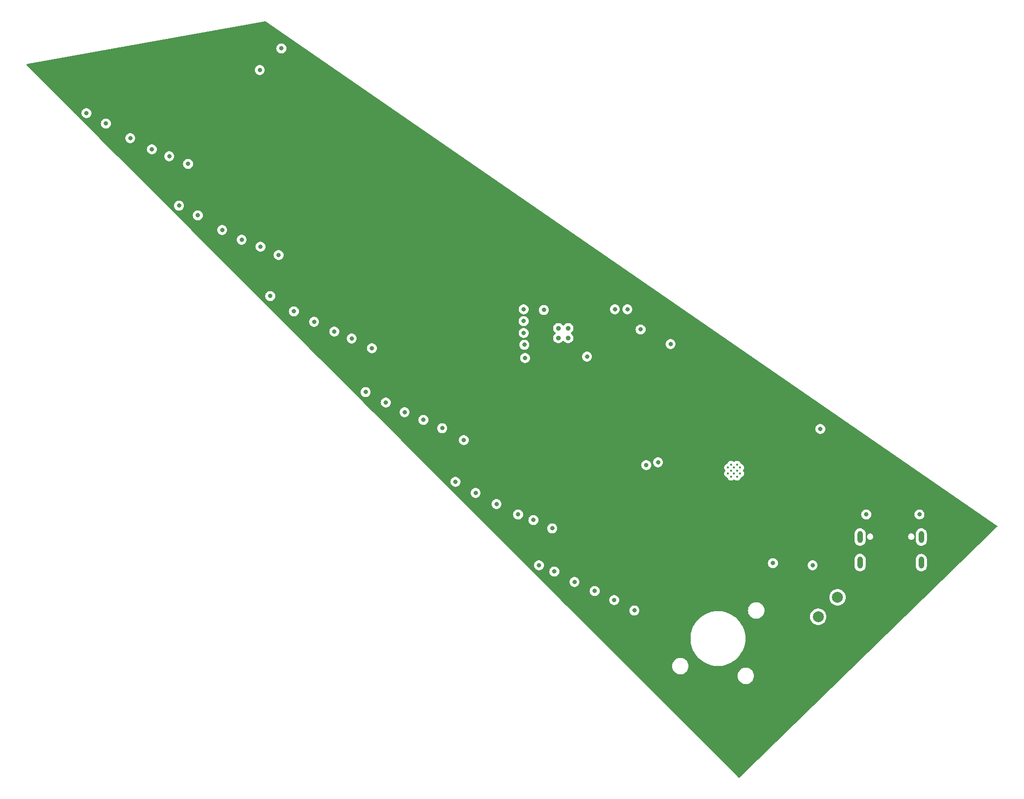
<source format=gbr>
%TF.GenerationSoftware,KiCad,Pcbnew,(7.0.0)*%
%TF.CreationDate,2023-03-08T22:11:07-06:00*%
%TF.ProjectId,LED Fan Blade,4c454420-4661-46e2-9042-6c6164652e6b,rev?*%
%TF.SameCoordinates,Original*%
%TF.FileFunction,Copper,L3,Inr*%
%TF.FilePolarity,Positive*%
%FSLAX46Y46*%
G04 Gerber Fmt 4.6, Leading zero omitted, Abs format (unit mm)*
G04 Created by KiCad (PCBNEW (7.0.0)) date 2023-03-08 22:11:07*
%MOMM*%
%LPD*%
G01*
G04 APERTURE LIST*
G04 Aperture macros list*
%AMRoundRect*
0 Rectangle with rounded corners*
0 $1 Rounding radius*
0 $2 $3 $4 $5 $6 $7 $8 $9 X,Y pos of 4 corners*
0 Add a 4 corners polygon primitive as box body*
4,1,4,$2,$3,$4,$5,$6,$7,$8,$9,$2,$3,0*
0 Add four circle primitives for the rounded corners*
1,1,$1+$1,$2,$3*
1,1,$1+$1,$4,$5*
1,1,$1+$1,$6,$7*
1,1,$1+$1,$8,$9*
0 Add four rect primitives between the rounded corners*
20,1,$1+$1,$2,$3,$4,$5,0*
20,1,$1+$1,$4,$5,$6,$7,0*
20,1,$1+$1,$6,$7,$8,$9,0*
20,1,$1+$1,$8,$9,$2,$3,0*%
G04 Aperture macros list end*
%TA.AperFunction,ComponentPad*%
%ADD10C,0.900000*%
%TD*%
%TA.AperFunction,ComponentPad*%
%ADD11C,2.000000*%
%TD*%
%TA.AperFunction,ComponentPad*%
%ADD12RoundRect,0.500000X0.000000X-0.600000X0.000000X-0.600000X0.000000X0.600000X0.000000X0.600000X0*%
%TD*%
%TA.AperFunction,ComponentPad*%
%ADD13C,0.400000*%
%TD*%
%TA.AperFunction,ViaPad*%
%ADD14C,0.800000*%
%TD*%
G04 APERTURE END LIST*
D10*
%TO.N,GND*%
%TO.C,LED-Driver1*%
X115184000Y-76870000D03*
X113384000Y-76870000D03*
X115184000Y-78670000D03*
X113384000Y-78670000D03*
%TD*%
D11*
%TO.N,+12V*%
%TO.C,J1*%
X160782000Y-129540000D03*
%TO.N,GND*%
X164317534Y-126004466D03*
%TD*%
D12*
%TO.N,Net-(USB-C1-SHIELD)*%
%TO.C,USB-C1*%
X168426000Y-114994000D03*
X168426000Y-119664000D03*
X179586000Y-114994000D03*
X179586000Y-119674000D03*
%TD*%
D13*
%TO.N,GND*%
%TO.C,ESP1*%
X144890500Y-101768000D03*
X145990500Y-101768000D03*
X144340500Y-102318000D03*
X145440500Y-102318000D03*
X146540500Y-102318000D03*
X144890500Y-102868000D03*
X145990500Y-102868000D03*
X144340500Y-103418000D03*
X145440500Y-103418000D03*
X146540500Y-103418000D03*
X144890500Y-103968000D03*
X145990500Y-103968000D03*
%TD*%
D14*
%TO.N,GND*%
X62865000Y-25781000D03*
X118618000Y-82042000D03*
X179250000Y-110857500D03*
X152522000Y-119761000D03*
X159761000Y-120142000D03*
X169545000Y-110871000D03*
%TO.N,+3.3V*%
X129540000Y-105029000D03*
X132461000Y-93726000D03*
X117665500Y-73850500D03*
X150744000Y-115570000D03*
X122174000Y-79502000D03*
X110744000Y-81661000D03*
X54864000Y-25019000D03*
%TO.N,MISO*%
X131572000Y-101346000D03*
X125984000Y-73406000D03*
%TO.N,SS*%
X129413000Y-101854000D03*
X123698000Y-73406000D03*
%TO.N,Hall Sense*%
X161163000Y-95250000D03*
X58928000Y-29718000D03*
%TO.N,VSYNC*%
X128389000Y-77097000D03*
X133858000Y-79756000D03*
%TO.N,SWO<-->LED(0-5)*%
X94615000Y-104902000D03*
X27305000Y-37592000D03*
X78232000Y-88519000D03*
X60833000Y-70993000D03*
X109855000Y-120142000D03*
X44196000Y-54483000D03*
X110744000Y-73533000D03*
%TO.N,SW1<-->LED(6-11)*%
X47625000Y-56261000D03*
X81915000Y-90424000D03*
X107061000Y-73406000D03*
X65151000Y-73787000D03*
X30861000Y-39497000D03*
X112649000Y-121285000D03*
X98298000Y-106934000D03*
%TO.N,SW2<-->LED(12-17)*%
X85344000Y-92202000D03*
X68834000Y-75692000D03*
X102108000Y-108966000D03*
X107061000Y-75565000D03*
X35306000Y-42164000D03*
X116332000Y-123190000D03*
X52070000Y-58928000D03*
%TO.N,SW3<-->LED(18-23)*%
X120015000Y-124841000D03*
X72517000Y-77470000D03*
X107061000Y-77724000D03*
X106045000Y-110871000D03*
X88773000Y-93599000D03*
X39243000Y-44196000D03*
X55626000Y-60706000D03*
%TO.N,SW4<-->LED(24-29)*%
X75692000Y-78740000D03*
X123571000Y-126492000D03*
X42418000Y-45466000D03*
X108839000Y-111887000D03*
X59055000Y-61976000D03*
X92202000Y-95123000D03*
X107188000Y-79883000D03*
%TO.N,SW5<-->LED(30-35)*%
X79375000Y-80518000D03*
X62357000Y-63500000D03*
X96139000Y-97282000D03*
X107315000Y-82296000D03*
X127254000Y-128397000D03*
X112268000Y-113411000D03*
X45847000Y-46863000D03*
%TD*%
%TA.AperFunction,Conductor*%
%TO.N,+3.3V*%
G36*
X59941744Y-20838432D02*
G01*
X59985978Y-20857577D01*
X193423034Y-112944366D01*
X193459885Y-112984240D01*
X193476167Y-113036036D01*
X193468759Y-113089823D01*
X193439082Y-113135290D01*
X146391755Y-158917904D01*
X146336241Y-158949107D01*
X146272561Y-158948643D01*
X146217509Y-158916632D01*
X127672098Y-140335000D01*
X146068357Y-140335000D01*
X146068781Y-140340117D01*
X146088467Y-140577701D01*
X146088468Y-140577709D01*
X146088892Y-140582821D01*
X146090149Y-140587788D01*
X146090151Y-140587795D01*
X146148678Y-140818910D01*
X146149937Y-140823881D01*
X146151997Y-140828577D01*
X146247766Y-141046910D01*
X146247769Y-141046916D01*
X146249827Y-141051607D01*
X146252627Y-141055893D01*
X146252631Y-141055900D01*
X146380675Y-141251885D01*
X146385836Y-141259785D01*
X146389310Y-141263559D01*
X146389311Y-141263560D01*
X146550784Y-141438967D01*
X146550787Y-141438970D01*
X146554256Y-141442738D01*
X146750491Y-141595474D01*
X146969190Y-141713828D01*
X147204386Y-141794571D01*
X147449665Y-141835500D01*
X147693201Y-141835500D01*
X147698335Y-141835500D01*
X147943614Y-141794571D01*
X148178810Y-141713828D01*
X148397509Y-141595474D01*
X148593744Y-141442738D01*
X148762164Y-141259785D01*
X148898173Y-141051607D01*
X148998063Y-140823881D01*
X149059108Y-140582821D01*
X149079643Y-140335000D01*
X149059108Y-140087179D01*
X148998063Y-139846119D01*
X148898173Y-139618393D01*
X148762164Y-139410215D01*
X148593744Y-139227262D01*
X148397509Y-139074526D01*
X148392997Y-139072084D01*
X148183316Y-138958610D01*
X148183310Y-138958607D01*
X148178810Y-138956172D01*
X148173969Y-138954510D01*
X148173962Y-138954507D01*
X147948465Y-138877094D01*
X147948461Y-138877093D01*
X147943614Y-138875429D01*
X147934768Y-138873952D01*
X147703398Y-138835344D01*
X147703387Y-138835343D01*
X147698335Y-138834500D01*
X147449665Y-138834500D01*
X147444613Y-138835343D01*
X147444601Y-138835344D01*
X147209443Y-138874585D01*
X147209441Y-138874585D01*
X147204386Y-138875429D01*
X147199541Y-138877092D01*
X147199534Y-138877094D01*
X146974037Y-138954507D01*
X146974026Y-138954511D01*
X146969190Y-138956172D01*
X146964693Y-138958605D01*
X146964683Y-138958610D01*
X146755002Y-139072084D01*
X146754995Y-139072088D01*
X146750491Y-139074526D01*
X146746448Y-139077672D01*
X146746440Y-139077678D01*
X146558304Y-139224111D01*
X146554256Y-139227262D01*
X146550793Y-139231023D01*
X146550784Y-139231032D01*
X146389311Y-139406439D01*
X146389305Y-139406446D01*
X146385836Y-139410215D01*
X146383031Y-139414506D01*
X146383028Y-139414512D01*
X146252631Y-139614099D01*
X146252624Y-139614111D01*
X146249827Y-139618393D01*
X146247772Y-139623077D01*
X146247766Y-139623089D01*
X146161431Y-139819915D01*
X146149937Y-139846119D01*
X146148679Y-139851084D01*
X146148678Y-139851089D01*
X146090151Y-140082204D01*
X146090149Y-140082213D01*
X146088892Y-140087179D01*
X146088468Y-140092288D01*
X146088467Y-140092298D01*
X146068781Y-140329883D01*
X146068357Y-140335000D01*
X127672098Y-140335000D01*
X125897564Y-138557000D01*
X134130357Y-138557000D01*
X134130781Y-138562117D01*
X134150467Y-138799701D01*
X134150468Y-138799709D01*
X134150892Y-138804821D01*
X134152149Y-138809788D01*
X134152151Y-138809795D01*
X134168772Y-138875429D01*
X134211937Y-139045881D01*
X134226758Y-139079669D01*
X134309766Y-139268910D01*
X134309769Y-139268916D01*
X134311827Y-139273607D01*
X134314627Y-139277893D01*
X134314631Y-139277900D01*
X134442675Y-139473885D01*
X134447836Y-139481785D01*
X134451310Y-139485559D01*
X134451311Y-139485560D01*
X134612784Y-139660967D01*
X134612787Y-139660970D01*
X134616256Y-139664738D01*
X134812491Y-139817474D01*
X135031190Y-139935828D01*
X135266386Y-140016571D01*
X135511665Y-140057500D01*
X135755201Y-140057500D01*
X135760335Y-140057500D01*
X136005614Y-140016571D01*
X136240810Y-139935828D01*
X136459509Y-139817474D01*
X136655744Y-139664738D01*
X136824164Y-139481785D01*
X136960173Y-139273607D01*
X137060063Y-139045881D01*
X137121108Y-138804821D01*
X137141643Y-138557000D01*
X137121108Y-138309179D01*
X137060063Y-138068119D01*
X136960173Y-137840393D01*
X136824164Y-137632215D01*
X136655744Y-137449262D01*
X136459509Y-137296526D01*
X136454997Y-137294084D01*
X136245316Y-137180610D01*
X136245310Y-137180607D01*
X136240810Y-137178172D01*
X136235969Y-137176510D01*
X136235962Y-137176507D01*
X136010465Y-137099094D01*
X136010461Y-137099093D01*
X136005614Y-137097429D01*
X135996768Y-137095952D01*
X135765398Y-137057344D01*
X135765387Y-137057343D01*
X135760335Y-137056500D01*
X135511665Y-137056500D01*
X135506613Y-137057343D01*
X135506601Y-137057344D01*
X135271443Y-137096585D01*
X135271441Y-137096585D01*
X135266386Y-137097429D01*
X135261541Y-137099092D01*
X135261534Y-137099094D01*
X135036037Y-137176507D01*
X135036026Y-137176511D01*
X135031190Y-137178172D01*
X135026693Y-137180605D01*
X135026683Y-137180610D01*
X134817002Y-137294084D01*
X134816995Y-137294088D01*
X134812491Y-137296526D01*
X134808448Y-137299672D01*
X134808440Y-137299678D01*
X134620304Y-137446111D01*
X134616256Y-137449262D01*
X134612793Y-137453023D01*
X134612784Y-137453032D01*
X134451311Y-137628439D01*
X134451305Y-137628446D01*
X134447836Y-137632215D01*
X134445031Y-137636506D01*
X134445028Y-137636512D01*
X134314631Y-137836099D01*
X134314624Y-137836111D01*
X134311827Y-137840393D01*
X134309772Y-137845077D01*
X134309766Y-137845089D01*
X134213997Y-138063422D01*
X134211937Y-138068119D01*
X134210679Y-138073084D01*
X134210678Y-138073089D01*
X134152151Y-138304204D01*
X134152149Y-138304213D01*
X134150892Y-138309179D01*
X134150468Y-138314288D01*
X134150467Y-138314298D01*
X134133550Y-138518466D01*
X134130357Y-138557000D01*
X125897564Y-138557000D01*
X120874375Y-133524000D01*
X137488460Y-133524000D01*
X137508611Y-133972693D01*
X137508981Y-133975431D01*
X137508983Y-133975443D01*
X137568527Y-134415014D01*
X137568901Y-134417774D01*
X137668845Y-134855658D01*
X137807639Y-135282821D01*
X137984164Y-135695822D01*
X138197000Y-136091338D01*
X138444433Y-136466183D01*
X138446170Y-136468361D01*
X138721301Y-136813365D01*
X138724471Y-136817339D01*
X138726390Y-136819346D01*
X139032929Y-137139962D01*
X139032935Y-137139968D01*
X139034858Y-137141979D01*
X139373097Y-137437489D01*
X139375345Y-137439122D01*
X139375346Y-137439123D01*
X139729524Y-137696449D01*
X139736463Y-137701490D01*
X140122031Y-137931856D01*
X140526697Y-138126733D01*
X140947203Y-138284551D01*
X141380163Y-138404041D01*
X141822090Y-138484239D01*
X142269427Y-138524500D01*
X142715796Y-138524500D01*
X142718573Y-138524500D01*
X143165910Y-138484239D01*
X143607837Y-138404041D01*
X144040797Y-138284551D01*
X144461303Y-138126733D01*
X144865969Y-137931856D01*
X145251537Y-137701490D01*
X145614903Y-137437489D01*
X145953142Y-137141979D01*
X146263529Y-136817339D01*
X146543567Y-136466183D01*
X146791000Y-136091338D01*
X147003836Y-135695822D01*
X147180361Y-135282821D01*
X147319155Y-134855658D01*
X147419099Y-134417774D01*
X147479389Y-133972693D01*
X147499540Y-133524000D01*
X147479389Y-133075307D01*
X147419099Y-132630226D01*
X147319155Y-132192342D01*
X147180361Y-131765179D01*
X147003836Y-131352178D01*
X146791000Y-130956662D01*
X146543567Y-130581817D01*
X146287644Y-130260900D01*
X146265263Y-130232835D01*
X146265259Y-130232831D01*
X146263529Y-130230661D01*
X146065855Y-130023910D01*
X145955070Y-129908037D01*
X145955064Y-129908031D01*
X145953142Y-129906021D01*
X145614903Y-129610511D01*
X145473655Y-129507888D01*
X145253788Y-129348145D01*
X145253781Y-129348140D01*
X145251537Y-129346510D01*
X144979196Y-129183794D01*
X144868361Y-129117573D01*
X144868358Y-129117571D01*
X144865969Y-129116144D01*
X144863462Y-129114936D01*
X144863457Y-129114934D01*
X144663636Y-129018705D01*
X144461303Y-128921267D01*
X144458699Y-128920289D01*
X144458688Y-128920285D01*
X144043407Y-128764428D01*
X144043396Y-128764424D01*
X144040797Y-128763449D01*
X144038112Y-128762708D01*
X144038109Y-128762707D01*
X143610526Y-128644701D01*
X143610523Y-128644700D01*
X143607837Y-128643959D01*
X143605105Y-128643463D01*
X143605091Y-128643460D01*
X143168650Y-128564258D01*
X143168644Y-128564257D01*
X143165910Y-128563761D01*
X143163155Y-128563513D01*
X143163140Y-128563511D01*
X142721336Y-128523748D01*
X142721321Y-128523747D01*
X142718573Y-128523500D01*
X142269427Y-128523500D01*
X142266679Y-128523747D01*
X142266663Y-128523748D01*
X141824859Y-128563511D01*
X141824841Y-128563513D01*
X141822090Y-128563761D01*
X141819358Y-128564256D01*
X141819349Y-128564258D01*
X141382908Y-128643460D01*
X141382889Y-128643464D01*
X141380163Y-128643959D01*
X141377481Y-128644699D01*
X141377473Y-128644701D01*
X140949890Y-128762707D01*
X140949881Y-128762709D01*
X140947203Y-128763449D01*
X140944610Y-128764422D01*
X140944592Y-128764428D01*
X140529311Y-128920285D01*
X140529292Y-128920292D01*
X140526697Y-128921267D01*
X140524187Y-128922475D01*
X140524184Y-128922477D01*
X140124542Y-129114934D01*
X140124528Y-129114941D01*
X140122031Y-129116144D01*
X140119650Y-129117566D01*
X140119638Y-129117573D01*
X139738849Y-129345084D01*
X139738842Y-129345088D01*
X139736463Y-129346510D01*
X139734228Y-129348133D01*
X139734211Y-129348145D01*
X139375346Y-129608876D01*
X139375331Y-129608887D01*
X139373097Y-129610511D01*
X139371011Y-129612332D01*
X139371004Y-129612339D01*
X139036964Y-129904180D01*
X139036951Y-129904192D01*
X139034858Y-129906021D01*
X139032946Y-129908020D01*
X139032929Y-129908037D01*
X138726390Y-130228653D01*
X138726381Y-130228663D01*
X138724471Y-130230661D01*
X138722750Y-130232818D01*
X138722736Y-130232835D01*
X138446170Y-130579638D01*
X138446162Y-130579647D01*
X138444433Y-130581817D01*
X138442906Y-130584129D01*
X138442896Y-130584144D01*
X138198534Y-130954337D01*
X138198527Y-130954348D01*
X138197000Y-130956662D01*
X138195688Y-130959098D01*
X138195682Y-130959110D01*
X137985483Y-131349725D01*
X137985474Y-131349742D01*
X137984164Y-131352178D01*
X137983069Y-131354738D01*
X137983066Y-131354746D01*
X137808740Y-131762601D01*
X137808733Y-131762618D01*
X137807639Y-131765179D01*
X137668845Y-132192342D01*
X137568901Y-132630226D01*
X137568528Y-132632979D01*
X137568527Y-132632985D01*
X137508983Y-133072556D01*
X137508981Y-133072570D01*
X137508611Y-133075307D01*
X137488460Y-133524000D01*
X120874375Y-133524000D01*
X115757369Y-128397000D01*
X126348540Y-128397000D01*
X126349219Y-128403460D01*
X126367646Y-128578795D01*
X126367647Y-128578803D01*
X126368326Y-128585256D01*
X126370331Y-128591428D01*
X126370333Y-128591435D01*
X126389296Y-128649795D01*
X126426821Y-128765284D01*
X126430068Y-128770908D01*
X126430069Y-128770910D01*
X126516877Y-128921267D01*
X126521467Y-128929216D01*
X126648129Y-129069888D01*
X126801270Y-129181151D01*
X126974197Y-129258144D01*
X127159354Y-129297500D01*
X127342143Y-129297500D01*
X127348646Y-129297500D01*
X127533803Y-129258144D01*
X127706730Y-129181151D01*
X127859871Y-129069888D01*
X127986533Y-128929216D01*
X128081179Y-128765284D01*
X128139674Y-128585256D01*
X128159460Y-128397000D01*
X147973357Y-128397000D01*
X147973781Y-128402117D01*
X147993467Y-128639701D01*
X147993468Y-128639709D01*
X147993892Y-128644821D01*
X147995149Y-128649788D01*
X147995151Y-128649795D01*
X148025387Y-128769193D01*
X148054937Y-128885881D01*
X148056997Y-128890577D01*
X148152766Y-129108910D01*
X148152769Y-129108916D01*
X148154827Y-129113607D01*
X148157627Y-129117893D01*
X148157631Y-129117900D01*
X148274086Y-129296147D01*
X148290836Y-129321785D01*
X148294310Y-129325559D01*
X148294311Y-129325560D01*
X148455784Y-129500967D01*
X148455787Y-129500970D01*
X148459256Y-129504738D01*
X148655491Y-129657474D01*
X148874190Y-129775828D01*
X149109386Y-129856571D01*
X149354665Y-129897500D01*
X149598201Y-129897500D01*
X149603335Y-129897500D01*
X149848614Y-129856571D01*
X150083810Y-129775828D01*
X150302509Y-129657474D01*
X150453439Y-129540000D01*
X159276357Y-129540000D01*
X159276781Y-129545117D01*
X159296467Y-129782701D01*
X159296468Y-129782709D01*
X159296892Y-129787821D01*
X159298149Y-129792788D01*
X159298151Y-129792795D01*
X159326358Y-129904180D01*
X159357937Y-130028881D01*
X159359997Y-130033577D01*
X159455766Y-130251910D01*
X159455769Y-130251916D01*
X159457827Y-130256607D01*
X159460627Y-130260893D01*
X159460631Y-130260900D01*
X159588675Y-130456885D01*
X159593836Y-130464785D01*
X159597310Y-130468559D01*
X159597311Y-130468560D01*
X159758784Y-130643967D01*
X159758787Y-130643970D01*
X159762256Y-130647738D01*
X159958491Y-130800474D01*
X160177190Y-130918828D01*
X160412386Y-130999571D01*
X160657665Y-131040500D01*
X160901201Y-131040500D01*
X160906335Y-131040500D01*
X161151614Y-130999571D01*
X161386810Y-130918828D01*
X161605509Y-130800474D01*
X161801744Y-130647738D01*
X161970164Y-130464785D01*
X162106173Y-130256607D01*
X162206063Y-130028881D01*
X162267108Y-129787821D01*
X162287643Y-129540000D01*
X162267108Y-129292179D01*
X162206063Y-129051119D01*
X162106173Y-128823393D01*
X162070762Y-128769193D01*
X161972971Y-128619512D01*
X161970164Y-128615215D01*
X161885963Y-128523748D01*
X161805215Y-128436032D01*
X161805211Y-128436029D01*
X161801744Y-128432262D01*
X161605509Y-128279526D01*
X161600997Y-128277084D01*
X161391316Y-128163610D01*
X161391310Y-128163607D01*
X161386810Y-128161172D01*
X161381969Y-128159510D01*
X161381962Y-128159507D01*
X161156465Y-128082094D01*
X161156461Y-128082093D01*
X161151614Y-128080429D01*
X161142768Y-128078952D01*
X160911398Y-128040344D01*
X160911387Y-128040343D01*
X160906335Y-128039500D01*
X160657665Y-128039500D01*
X160652613Y-128040343D01*
X160652601Y-128040344D01*
X160417443Y-128079585D01*
X160417441Y-128079585D01*
X160412386Y-128080429D01*
X160407541Y-128082092D01*
X160407534Y-128082094D01*
X160182037Y-128159507D01*
X160182026Y-128159511D01*
X160177190Y-128161172D01*
X160172693Y-128163605D01*
X160172683Y-128163610D01*
X159963002Y-128277084D01*
X159962995Y-128277088D01*
X159958491Y-128279526D01*
X159954448Y-128282672D01*
X159954440Y-128282678D01*
X159766304Y-128429111D01*
X159762256Y-128432262D01*
X159758793Y-128436023D01*
X159758784Y-128436032D01*
X159597311Y-128611439D01*
X159597305Y-128611446D01*
X159593836Y-128615215D01*
X159591031Y-128619506D01*
X159591028Y-128619512D01*
X159460631Y-128819099D01*
X159460624Y-128819111D01*
X159457827Y-128823393D01*
X159455772Y-128828077D01*
X159455766Y-128828089D01*
X159409291Y-128934043D01*
X159357937Y-129051119D01*
X159356679Y-129056084D01*
X159356678Y-129056089D01*
X159298151Y-129287204D01*
X159298149Y-129287213D01*
X159296892Y-129292179D01*
X159296468Y-129297288D01*
X159296467Y-129297298D01*
X159291972Y-129351551D01*
X159276357Y-129540000D01*
X150453439Y-129540000D01*
X150498744Y-129504738D01*
X150667164Y-129321785D01*
X150803173Y-129113607D01*
X150903063Y-128885881D01*
X150964108Y-128644821D01*
X150984643Y-128397000D01*
X150964108Y-128149179D01*
X150903063Y-127908119D01*
X150803173Y-127680393D01*
X150759044Y-127612849D01*
X150710471Y-127538501D01*
X150667164Y-127472215D01*
X150592536Y-127391147D01*
X150502215Y-127293032D01*
X150502211Y-127293029D01*
X150498744Y-127289262D01*
X150343858Y-127168709D01*
X150306559Y-127139678D01*
X150306557Y-127139676D01*
X150302509Y-127136526D01*
X150250598Y-127108433D01*
X150088316Y-127020610D01*
X150088310Y-127020607D01*
X150083810Y-127018172D01*
X150078969Y-127016510D01*
X150078962Y-127016507D01*
X149853465Y-126939094D01*
X149853461Y-126939093D01*
X149848614Y-126937429D01*
X149822228Y-126933026D01*
X149608398Y-126897344D01*
X149608387Y-126897343D01*
X149603335Y-126896500D01*
X149354665Y-126896500D01*
X149349613Y-126897343D01*
X149349601Y-126897344D01*
X149114443Y-126936585D01*
X149114441Y-126936585D01*
X149109386Y-126937429D01*
X149104541Y-126939092D01*
X149104534Y-126939094D01*
X148879037Y-127016507D01*
X148879026Y-127016511D01*
X148874190Y-127018172D01*
X148869693Y-127020605D01*
X148869683Y-127020610D01*
X148660002Y-127134084D01*
X148659995Y-127134088D01*
X148655491Y-127136526D01*
X148651448Y-127139672D01*
X148651440Y-127139678D01*
X148481010Y-127272330D01*
X148459256Y-127289262D01*
X148455793Y-127293023D01*
X148455784Y-127293032D01*
X148294311Y-127468439D01*
X148294305Y-127468446D01*
X148290836Y-127472215D01*
X148288031Y-127476506D01*
X148288028Y-127476512D01*
X148157631Y-127676099D01*
X148157624Y-127676111D01*
X148154827Y-127680393D01*
X148152772Y-127685077D01*
X148152766Y-127685089D01*
X148056997Y-127903422D01*
X148054937Y-127908119D01*
X148053679Y-127913084D01*
X148053678Y-127913089D01*
X147995151Y-128144204D01*
X147995149Y-128144213D01*
X147993892Y-128149179D01*
X147993468Y-128154288D01*
X147993467Y-128154298D01*
X147983091Y-128279526D01*
X147973357Y-128397000D01*
X128159460Y-128397000D01*
X128139674Y-128208744D01*
X128081179Y-128028716D01*
X127986533Y-127864784D01*
X127859871Y-127724112D01*
X127854613Y-127720292D01*
X127854611Y-127720290D01*
X127711988Y-127616669D01*
X127711987Y-127616668D01*
X127706730Y-127612849D01*
X127700792Y-127610205D01*
X127539745Y-127538501D01*
X127539740Y-127538499D01*
X127533803Y-127535856D01*
X127527444Y-127534504D01*
X127527440Y-127534503D01*
X127355008Y-127497852D01*
X127355005Y-127497851D01*
X127348646Y-127496500D01*
X127159354Y-127496500D01*
X127152995Y-127497851D01*
X127152991Y-127497852D01*
X126980559Y-127534503D01*
X126980552Y-127534505D01*
X126974197Y-127535856D01*
X126968262Y-127538498D01*
X126968254Y-127538501D01*
X126807207Y-127610205D01*
X126807202Y-127610207D01*
X126801270Y-127612849D01*
X126796016Y-127616665D01*
X126796011Y-127616669D01*
X126653388Y-127720290D01*
X126653381Y-127720295D01*
X126648129Y-127724112D01*
X126643784Y-127728937D01*
X126643779Y-127728942D01*
X126525813Y-127859956D01*
X126525808Y-127859962D01*
X126521467Y-127864784D01*
X126518222Y-127870404D01*
X126518218Y-127870410D01*
X126430069Y-128023089D01*
X126430066Y-128023094D01*
X126426821Y-128028716D01*
X126424815Y-128034888D01*
X126424813Y-128034894D01*
X126370333Y-128202564D01*
X126370331Y-128202573D01*
X126368326Y-128208744D01*
X126367648Y-128215194D01*
X126367646Y-128215204D01*
X126360555Y-128282678D01*
X126348540Y-128397000D01*
X115757369Y-128397000D01*
X114838675Y-127476512D01*
X113856082Y-126492000D01*
X122665540Y-126492000D01*
X122666219Y-126498460D01*
X122684646Y-126673795D01*
X122684647Y-126673803D01*
X122685326Y-126680256D01*
X122687331Y-126686428D01*
X122687333Y-126686435D01*
X122697062Y-126716376D01*
X122743821Y-126860284D01*
X122747068Y-126865908D01*
X122747069Y-126865910D01*
X122834977Y-127018172D01*
X122838467Y-127024216D01*
X122842811Y-127029041D01*
X122842813Y-127029043D01*
X122917692Y-127112204D01*
X122965129Y-127164888D01*
X123118270Y-127276151D01*
X123291197Y-127353144D01*
X123476354Y-127392500D01*
X123659143Y-127392500D01*
X123665646Y-127392500D01*
X123850803Y-127353144D01*
X124023730Y-127276151D01*
X124176871Y-127164888D01*
X124303533Y-127024216D01*
X124398179Y-126860284D01*
X124456674Y-126680256D01*
X124476460Y-126492000D01*
X124456674Y-126303744D01*
X124398179Y-126123716D01*
X124329330Y-126004466D01*
X162811891Y-126004466D01*
X162812315Y-126009583D01*
X162832001Y-126247167D01*
X162832002Y-126247175D01*
X162832426Y-126252287D01*
X162833683Y-126257254D01*
X162833685Y-126257261D01*
X162891494Y-126485540D01*
X162893471Y-126493347D01*
X162895531Y-126498043D01*
X162991300Y-126716376D01*
X162991303Y-126716382D01*
X162993361Y-126721073D01*
X162996161Y-126725359D01*
X162996165Y-126725366D01*
X163080275Y-126854105D01*
X163129370Y-126929251D01*
X163132844Y-126933025D01*
X163132845Y-126933026D01*
X163294318Y-127108433D01*
X163294321Y-127108436D01*
X163297790Y-127112204D01*
X163494025Y-127264940D01*
X163712724Y-127383294D01*
X163947920Y-127464037D01*
X164193199Y-127504966D01*
X164436735Y-127504966D01*
X164441869Y-127504966D01*
X164687148Y-127464037D01*
X164922344Y-127383294D01*
X165141043Y-127264940D01*
X165337278Y-127112204D01*
X165505698Y-126929251D01*
X165641707Y-126721073D01*
X165741597Y-126493347D01*
X165802642Y-126252287D01*
X165823177Y-126004466D01*
X165802642Y-125756645D01*
X165741597Y-125515585D01*
X165641707Y-125287859D01*
X165505698Y-125079681D01*
X165337278Y-124896728D01*
X165141043Y-124743992D01*
X164984369Y-124659204D01*
X164926850Y-124628076D01*
X164926844Y-124628073D01*
X164922344Y-124625638D01*
X164917503Y-124623976D01*
X164917496Y-124623973D01*
X164691999Y-124546560D01*
X164691995Y-124546559D01*
X164687148Y-124544895D01*
X164678302Y-124543418D01*
X164446932Y-124504810D01*
X164446921Y-124504809D01*
X164441869Y-124503966D01*
X164193199Y-124503966D01*
X164188147Y-124504809D01*
X164188135Y-124504810D01*
X163952977Y-124544051D01*
X163952975Y-124544051D01*
X163947920Y-124544895D01*
X163943075Y-124546558D01*
X163943068Y-124546560D01*
X163717571Y-124623973D01*
X163717560Y-124623977D01*
X163712724Y-124625638D01*
X163708227Y-124628071D01*
X163708217Y-124628076D01*
X163498536Y-124741550D01*
X163498529Y-124741554D01*
X163494025Y-124743992D01*
X163489982Y-124747138D01*
X163489974Y-124747144D01*
X163369389Y-124841000D01*
X163297790Y-124896728D01*
X163294327Y-124900489D01*
X163294318Y-124900498D01*
X163132845Y-125075905D01*
X163132839Y-125075912D01*
X163129370Y-125079681D01*
X163126565Y-125083972D01*
X163126562Y-125083978D01*
X162996165Y-125283565D01*
X162996158Y-125283577D01*
X162993361Y-125287859D01*
X162991306Y-125292543D01*
X162991300Y-125292555D01*
X162896334Y-125509057D01*
X162893471Y-125515585D01*
X162892213Y-125520550D01*
X162892212Y-125520555D01*
X162833685Y-125751670D01*
X162833683Y-125751679D01*
X162832426Y-125756645D01*
X162832002Y-125761754D01*
X162832001Y-125761764D01*
X162815593Y-125959784D01*
X162811891Y-126004466D01*
X124329330Y-126004466D01*
X124303533Y-125959784D01*
X124176871Y-125819112D01*
X124171613Y-125815292D01*
X124171611Y-125815290D01*
X124028988Y-125711669D01*
X124028987Y-125711668D01*
X124023730Y-125707849D01*
X124017792Y-125705205D01*
X123856745Y-125633501D01*
X123856740Y-125633499D01*
X123850803Y-125630856D01*
X123844444Y-125629504D01*
X123844440Y-125629503D01*
X123672008Y-125592852D01*
X123672005Y-125592851D01*
X123665646Y-125591500D01*
X123476354Y-125591500D01*
X123469995Y-125592851D01*
X123469991Y-125592852D01*
X123297559Y-125629503D01*
X123297552Y-125629505D01*
X123291197Y-125630856D01*
X123285262Y-125633498D01*
X123285254Y-125633501D01*
X123124207Y-125705205D01*
X123124202Y-125705207D01*
X123118270Y-125707849D01*
X123113016Y-125711665D01*
X123113011Y-125711669D01*
X122970388Y-125815290D01*
X122970381Y-125815295D01*
X122965129Y-125819112D01*
X122960784Y-125823937D01*
X122960779Y-125823942D01*
X122842813Y-125954956D01*
X122842808Y-125954962D01*
X122838467Y-125959784D01*
X122835222Y-125965404D01*
X122835218Y-125965410D01*
X122747069Y-126118089D01*
X122747066Y-126118094D01*
X122743821Y-126123716D01*
X122741815Y-126129888D01*
X122741813Y-126129894D01*
X122687333Y-126297564D01*
X122687331Y-126297573D01*
X122685326Y-126303744D01*
X122684648Y-126310194D01*
X122684646Y-126310204D01*
X122666962Y-126478464D01*
X122665540Y-126492000D01*
X113856082Y-126492000D01*
X112208301Y-124841000D01*
X119109540Y-124841000D01*
X119110219Y-124847460D01*
X119128646Y-125022795D01*
X119128647Y-125022803D01*
X119129326Y-125029256D01*
X119131331Y-125035428D01*
X119131333Y-125035435D01*
X119144483Y-125075905D01*
X119187821Y-125209284D01*
X119282467Y-125373216D01*
X119409129Y-125513888D01*
X119562270Y-125625151D01*
X119735197Y-125702144D01*
X119920354Y-125741500D01*
X120103143Y-125741500D01*
X120109646Y-125741500D01*
X120294803Y-125702144D01*
X120467730Y-125625151D01*
X120620871Y-125513888D01*
X120747533Y-125373216D01*
X120842179Y-125209284D01*
X120900674Y-125029256D01*
X120920460Y-124841000D01*
X120900674Y-124652744D01*
X120842179Y-124472716D01*
X120747533Y-124308784D01*
X120620871Y-124168112D01*
X120615613Y-124164292D01*
X120615611Y-124164290D01*
X120472988Y-124060669D01*
X120472987Y-124060668D01*
X120467730Y-124056849D01*
X120461792Y-124054205D01*
X120300745Y-123982501D01*
X120300740Y-123982499D01*
X120294803Y-123979856D01*
X120288444Y-123978504D01*
X120288440Y-123978503D01*
X120116008Y-123941852D01*
X120116005Y-123941851D01*
X120109646Y-123940500D01*
X119920354Y-123940500D01*
X119913995Y-123941851D01*
X119913991Y-123941852D01*
X119741559Y-123978503D01*
X119741552Y-123978505D01*
X119735197Y-123979856D01*
X119729262Y-123982498D01*
X119729254Y-123982501D01*
X119568207Y-124054205D01*
X119568202Y-124054207D01*
X119562270Y-124056849D01*
X119557016Y-124060665D01*
X119557011Y-124060669D01*
X119414388Y-124164290D01*
X119414381Y-124164295D01*
X119409129Y-124168112D01*
X119404784Y-124172937D01*
X119404779Y-124172942D01*
X119286813Y-124303956D01*
X119286808Y-124303962D01*
X119282467Y-124308784D01*
X119279222Y-124314404D01*
X119279218Y-124314410D01*
X119191069Y-124467089D01*
X119191066Y-124467094D01*
X119187821Y-124472716D01*
X119185815Y-124478888D01*
X119185813Y-124478894D01*
X119131333Y-124646564D01*
X119131331Y-124646573D01*
X119129326Y-124652744D01*
X119128648Y-124659194D01*
X119128646Y-124659204D01*
X119119404Y-124747144D01*
X119109540Y-124841000D01*
X112208301Y-124841000D01*
X110560519Y-123190000D01*
X115426540Y-123190000D01*
X115427219Y-123196460D01*
X115445646Y-123371795D01*
X115445647Y-123371803D01*
X115446326Y-123378256D01*
X115448331Y-123384428D01*
X115448333Y-123384435D01*
X115502813Y-123552105D01*
X115504821Y-123558284D01*
X115599467Y-123722216D01*
X115726129Y-123862888D01*
X115879270Y-123974151D01*
X116052197Y-124051144D01*
X116237354Y-124090500D01*
X116420143Y-124090500D01*
X116426646Y-124090500D01*
X116611803Y-124051144D01*
X116784730Y-123974151D01*
X116937871Y-123862888D01*
X117064533Y-123722216D01*
X117159179Y-123558284D01*
X117217674Y-123378256D01*
X117237460Y-123190000D01*
X117217674Y-123001744D01*
X117159179Y-122821716D01*
X117064533Y-122657784D01*
X116937871Y-122517112D01*
X116932613Y-122513292D01*
X116932611Y-122513290D01*
X116789988Y-122409669D01*
X116789987Y-122409668D01*
X116784730Y-122405849D01*
X116778792Y-122403205D01*
X116617745Y-122331501D01*
X116617740Y-122331499D01*
X116611803Y-122328856D01*
X116605444Y-122327504D01*
X116605440Y-122327503D01*
X116433008Y-122290852D01*
X116433005Y-122290851D01*
X116426646Y-122289500D01*
X116237354Y-122289500D01*
X116230995Y-122290851D01*
X116230991Y-122290852D01*
X116058559Y-122327503D01*
X116058552Y-122327505D01*
X116052197Y-122328856D01*
X116046262Y-122331498D01*
X116046254Y-122331501D01*
X115885207Y-122403205D01*
X115885202Y-122403207D01*
X115879270Y-122405849D01*
X115874016Y-122409665D01*
X115874011Y-122409669D01*
X115731388Y-122513290D01*
X115731381Y-122513295D01*
X115726129Y-122517112D01*
X115721784Y-122521937D01*
X115721779Y-122521942D01*
X115603813Y-122652956D01*
X115603808Y-122652962D01*
X115599467Y-122657784D01*
X115596222Y-122663404D01*
X115596218Y-122663410D01*
X115508069Y-122816089D01*
X115508066Y-122816094D01*
X115504821Y-122821716D01*
X115502815Y-122827888D01*
X115502813Y-122827894D01*
X115448333Y-122995564D01*
X115448331Y-122995573D01*
X115446326Y-123001744D01*
X115445648Y-123008194D01*
X115445646Y-123008204D01*
X115427962Y-123176464D01*
X115426540Y-123190000D01*
X110560519Y-123190000D01*
X108659232Y-121285000D01*
X111743540Y-121285000D01*
X111744219Y-121291460D01*
X111762646Y-121466795D01*
X111762647Y-121466803D01*
X111763326Y-121473256D01*
X111765331Y-121479428D01*
X111765333Y-121479435D01*
X111819813Y-121647105D01*
X111821821Y-121653284D01*
X111916467Y-121817216D01*
X112043129Y-121957888D01*
X112196270Y-122069151D01*
X112369197Y-122146144D01*
X112554354Y-122185500D01*
X112737143Y-122185500D01*
X112743646Y-122185500D01*
X112928803Y-122146144D01*
X113101730Y-122069151D01*
X113254871Y-121957888D01*
X113381533Y-121817216D01*
X113476179Y-121653284D01*
X113534674Y-121473256D01*
X113554460Y-121285000D01*
X113534674Y-121096744D01*
X113476179Y-120916716D01*
X113381533Y-120752784D01*
X113254871Y-120612112D01*
X113249613Y-120608292D01*
X113249611Y-120608290D01*
X113106988Y-120504669D01*
X113106987Y-120504668D01*
X113101730Y-120500849D01*
X113095792Y-120498205D01*
X112934745Y-120426501D01*
X112934740Y-120426499D01*
X112928803Y-120423856D01*
X112922444Y-120422504D01*
X112922440Y-120422503D01*
X112750008Y-120385852D01*
X112750005Y-120385851D01*
X112743646Y-120384500D01*
X112554354Y-120384500D01*
X112547995Y-120385851D01*
X112547991Y-120385852D01*
X112375559Y-120422503D01*
X112375552Y-120422505D01*
X112369197Y-120423856D01*
X112363262Y-120426498D01*
X112363254Y-120426501D01*
X112202207Y-120498205D01*
X112202202Y-120498207D01*
X112196270Y-120500849D01*
X112191016Y-120504665D01*
X112191011Y-120504669D01*
X112048388Y-120608290D01*
X112048381Y-120608295D01*
X112043129Y-120612112D01*
X112038784Y-120616937D01*
X112038779Y-120616942D01*
X111920813Y-120747956D01*
X111920808Y-120747962D01*
X111916467Y-120752784D01*
X111913222Y-120758404D01*
X111913218Y-120758410D01*
X111825069Y-120911089D01*
X111825066Y-120911094D01*
X111821821Y-120916716D01*
X111819815Y-120922888D01*
X111819813Y-120922894D01*
X111765333Y-121090564D01*
X111765331Y-121090573D01*
X111763326Y-121096744D01*
X111762648Y-121103194D01*
X111762646Y-121103204D01*
X111746980Y-121252265D01*
X111743540Y-121285000D01*
X108659232Y-121285000D01*
X107518460Y-120142000D01*
X108949540Y-120142000D01*
X108950219Y-120148460D01*
X108968646Y-120323795D01*
X108968647Y-120323803D01*
X108969326Y-120330256D01*
X108971331Y-120336428D01*
X108971333Y-120336435D01*
X109023896Y-120498205D01*
X109027821Y-120510284D01*
X109031068Y-120515908D01*
X109031069Y-120515910D01*
X109101008Y-120637049D01*
X109122467Y-120674216D01*
X109249129Y-120814888D01*
X109254387Y-120818708D01*
X109254388Y-120818709D01*
X109325699Y-120870519D01*
X109402270Y-120926151D01*
X109575197Y-121003144D01*
X109760354Y-121042500D01*
X109943143Y-121042500D01*
X109949646Y-121042500D01*
X110134803Y-121003144D01*
X110307730Y-120926151D01*
X110460871Y-120814888D01*
X110587533Y-120674216D01*
X110682179Y-120510284D01*
X110740674Y-120330256D01*
X110760460Y-120142000D01*
X110740674Y-119953744D01*
X110682179Y-119773716D01*
X110674837Y-119761000D01*
X151616540Y-119761000D01*
X151617219Y-119767460D01*
X151635646Y-119942795D01*
X151635647Y-119942803D01*
X151636326Y-119949256D01*
X151638331Y-119955428D01*
X151638333Y-119955435D01*
X151639883Y-119960204D01*
X151694821Y-120129284D01*
X151698068Y-120134908D01*
X151698069Y-120134910D01*
X151702162Y-120142000D01*
X151789467Y-120293216D01*
X151793811Y-120298041D01*
X151793813Y-120298043D01*
X151871660Y-120384500D01*
X151916129Y-120433888D01*
X152069270Y-120545151D01*
X152242197Y-120622144D01*
X152427354Y-120661500D01*
X152610143Y-120661500D01*
X152616646Y-120661500D01*
X152801803Y-120622144D01*
X152974730Y-120545151D01*
X153127871Y-120433888D01*
X153254533Y-120293216D01*
X153341837Y-120142000D01*
X158855540Y-120142000D01*
X158856219Y-120148460D01*
X158874646Y-120323795D01*
X158874647Y-120323803D01*
X158875326Y-120330256D01*
X158877331Y-120336428D01*
X158877333Y-120336435D01*
X158929896Y-120498205D01*
X158933821Y-120510284D01*
X158937068Y-120515908D01*
X158937069Y-120515910D01*
X159007008Y-120637049D01*
X159028467Y-120674216D01*
X159155129Y-120814888D01*
X159160387Y-120818708D01*
X159160388Y-120818709D01*
X159231699Y-120870519D01*
X159308270Y-120926151D01*
X159481197Y-121003144D01*
X159666354Y-121042500D01*
X159849143Y-121042500D01*
X159855646Y-121042500D01*
X160040803Y-121003144D01*
X160213730Y-120926151D01*
X160366871Y-120814888D01*
X160493533Y-120674216D01*
X160588179Y-120510284D01*
X160646674Y-120330256D01*
X160647824Y-120319314D01*
X167425500Y-120319314D01*
X167425501Y-120322036D01*
X167425742Y-120324749D01*
X167425743Y-120324767D01*
X167435592Y-120435550D01*
X167436114Y-120441418D01*
X167437731Y-120447070D01*
X167437733Y-120447079D01*
X167487069Y-120619498D01*
X167492091Y-120637049D01*
X167514027Y-120679043D01*
X167582462Y-120810057D01*
X167586302Y-120817407D01*
X167590275Y-120822279D01*
X167590276Y-120822281D01*
X167667278Y-120916716D01*
X167714891Y-120975109D01*
X167872593Y-121103698D01*
X168052951Y-121197909D01*
X168248582Y-121253886D01*
X168367963Y-121264500D01*
X168484036Y-121264499D01*
X168603418Y-121253886D01*
X168799049Y-121197909D01*
X168979407Y-121103698D01*
X169137109Y-120975109D01*
X169265698Y-120817407D01*
X169359909Y-120637049D01*
X169415886Y-120441418D01*
X169425853Y-120329314D01*
X178585500Y-120329314D01*
X178585501Y-120332036D01*
X178585742Y-120334749D01*
X178585743Y-120334767D01*
X178594703Y-120435550D01*
X178596114Y-120451418D01*
X178597731Y-120457070D01*
X178597733Y-120457079D01*
X178650360Y-120641001D01*
X178652091Y-120647049D01*
X178655004Y-120652625D01*
X178741758Y-120818709D01*
X178746302Y-120827407D01*
X178874891Y-120985109D01*
X179032593Y-121113698D01*
X179212951Y-121207909D01*
X179408582Y-121263886D01*
X179527963Y-121274500D01*
X179644036Y-121274499D01*
X179763418Y-121263886D01*
X179959049Y-121207909D01*
X180139407Y-121113698D01*
X180297109Y-120985109D01*
X180425698Y-120827407D01*
X180519909Y-120647049D01*
X180575886Y-120451418D01*
X180586500Y-120332037D01*
X180586499Y-119015964D01*
X180575886Y-118896582D01*
X180519909Y-118700951D01*
X180425698Y-118520593D01*
X180297109Y-118362891D01*
X180139407Y-118234302D01*
X180133833Y-118231390D01*
X180133831Y-118231389D01*
X180049228Y-118187196D01*
X179959049Y-118140091D01*
X179953004Y-118138361D01*
X179953001Y-118138360D01*
X179769080Y-118085734D01*
X179769079Y-118085733D01*
X179763418Y-118084114D01*
X179757552Y-118083592D01*
X179757550Y-118083592D01*
X179646766Y-118073742D01*
X179646751Y-118073741D01*
X179644037Y-118073500D01*
X179641294Y-118073500D01*
X179530708Y-118073500D01*
X179530685Y-118073500D01*
X179527964Y-118073501D01*
X179525252Y-118073742D01*
X179525231Y-118073743D01*
X179414448Y-118083592D01*
X179414442Y-118083592D01*
X179408582Y-118084114D01*
X179402930Y-118085730D01*
X179402920Y-118085733D01*
X179218998Y-118138360D01*
X179218991Y-118138362D01*
X179212951Y-118140091D01*
X179207375Y-118143003D01*
X179207374Y-118143004D01*
X179038168Y-118231389D01*
X179038161Y-118231393D01*
X179032593Y-118234302D01*
X179027724Y-118238271D01*
X179027718Y-118238276D01*
X178879760Y-118358920D01*
X178879755Y-118358924D01*
X178874891Y-118362891D01*
X178870924Y-118367755D01*
X178870920Y-118367760D01*
X178750276Y-118515718D01*
X178750271Y-118515724D01*
X178746302Y-118520593D01*
X178743393Y-118526161D01*
X178743389Y-118526168D01*
X178655004Y-118695374D01*
X178652091Y-118700951D01*
X178650362Y-118706991D01*
X178650360Y-118706998D01*
X178600595Y-118880920D01*
X178596114Y-118896582D01*
X178595592Y-118902445D01*
X178595592Y-118902449D01*
X178585742Y-119013232D01*
X178585741Y-119013250D01*
X178585500Y-119015963D01*
X178585500Y-119018705D01*
X178585500Y-119018706D01*
X178585500Y-120329292D01*
X178585500Y-120329314D01*
X169425853Y-120329314D01*
X169426500Y-120322037D01*
X169426499Y-119005964D01*
X169415886Y-118886582D01*
X169359909Y-118690951D01*
X169265698Y-118510593D01*
X169137109Y-118352891D01*
X168979407Y-118224302D01*
X168973833Y-118221390D01*
X168973831Y-118221389D01*
X168889227Y-118177196D01*
X168799049Y-118130091D01*
X168793004Y-118128361D01*
X168793001Y-118128360D01*
X168609080Y-118075734D01*
X168609079Y-118075733D01*
X168603418Y-118074114D01*
X168597552Y-118073592D01*
X168597550Y-118073592D01*
X168486766Y-118063742D01*
X168486751Y-118063741D01*
X168484037Y-118063500D01*
X168481294Y-118063500D01*
X168370708Y-118063500D01*
X168370685Y-118063500D01*
X168367964Y-118063501D01*
X168365252Y-118063742D01*
X168365231Y-118063743D01*
X168254448Y-118073592D01*
X168254442Y-118073592D01*
X168248582Y-118074114D01*
X168242930Y-118075730D01*
X168242920Y-118075733D01*
X168058998Y-118128360D01*
X168058991Y-118128362D01*
X168052951Y-118130091D01*
X168047375Y-118133003D01*
X168047374Y-118133004D01*
X167878168Y-118221389D01*
X167878161Y-118221393D01*
X167872593Y-118224302D01*
X167867724Y-118228271D01*
X167867718Y-118228276D01*
X167719760Y-118348920D01*
X167719755Y-118348924D01*
X167714891Y-118352891D01*
X167710924Y-118357755D01*
X167710920Y-118357760D01*
X167590276Y-118505718D01*
X167590271Y-118505724D01*
X167586302Y-118510593D01*
X167583393Y-118516161D01*
X167583389Y-118516168D01*
X167495004Y-118685374D01*
X167492091Y-118690951D01*
X167490362Y-118696991D01*
X167490360Y-118696998D01*
X167487499Y-118706998D01*
X167436114Y-118886582D01*
X167435592Y-118892445D01*
X167435592Y-118892449D01*
X167425742Y-119003232D01*
X167425741Y-119003250D01*
X167425500Y-119005963D01*
X167425500Y-119008705D01*
X167425500Y-119008706D01*
X167425500Y-120319292D01*
X167425500Y-120319314D01*
X160647824Y-120319314D01*
X160666460Y-120142000D01*
X160646674Y-119953744D01*
X160588179Y-119773716D01*
X160493533Y-119609784D01*
X160454617Y-119566564D01*
X160371220Y-119473942D01*
X160371219Y-119473941D01*
X160366871Y-119469112D01*
X160361613Y-119465292D01*
X160361611Y-119465290D01*
X160218988Y-119361669D01*
X160218987Y-119361668D01*
X160213730Y-119357849D01*
X160207792Y-119355205D01*
X160046745Y-119283501D01*
X160046740Y-119283499D01*
X160040803Y-119280856D01*
X160034444Y-119279504D01*
X160034440Y-119279503D01*
X159862008Y-119242852D01*
X159862005Y-119242851D01*
X159855646Y-119241500D01*
X159666354Y-119241500D01*
X159659995Y-119242851D01*
X159659991Y-119242852D01*
X159487559Y-119279503D01*
X159487552Y-119279505D01*
X159481197Y-119280856D01*
X159475262Y-119283498D01*
X159475254Y-119283501D01*
X159314207Y-119355205D01*
X159314202Y-119355207D01*
X159308270Y-119357849D01*
X159303016Y-119361665D01*
X159303011Y-119361669D01*
X159160388Y-119465290D01*
X159160381Y-119465295D01*
X159155129Y-119469112D01*
X159150784Y-119473937D01*
X159150779Y-119473942D01*
X159032813Y-119604956D01*
X159032808Y-119604962D01*
X159028467Y-119609784D01*
X159025222Y-119615404D01*
X159025218Y-119615410D01*
X158937069Y-119768089D01*
X158937066Y-119768094D01*
X158933821Y-119773716D01*
X158931815Y-119779888D01*
X158931813Y-119779894D01*
X158877333Y-119947564D01*
X158877331Y-119947573D01*
X158875326Y-119953744D01*
X158874648Y-119960194D01*
X158874646Y-119960204D01*
X158857526Y-120123105D01*
X158855540Y-120142000D01*
X153341837Y-120142000D01*
X153349179Y-120129284D01*
X153407674Y-119949256D01*
X153427460Y-119761000D01*
X153407674Y-119572744D01*
X153349179Y-119392716D01*
X153254533Y-119228784D01*
X153127871Y-119088112D01*
X153122613Y-119084292D01*
X153122611Y-119084290D01*
X152979988Y-118980669D01*
X152979987Y-118980668D01*
X152974730Y-118976849D01*
X152968792Y-118974205D01*
X152807745Y-118902501D01*
X152807740Y-118902499D01*
X152801803Y-118899856D01*
X152795444Y-118898504D01*
X152795440Y-118898503D01*
X152623008Y-118861852D01*
X152623005Y-118861851D01*
X152616646Y-118860500D01*
X152427354Y-118860500D01*
X152420995Y-118861851D01*
X152420991Y-118861852D01*
X152248559Y-118898503D01*
X152248552Y-118898505D01*
X152242197Y-118899856D01*
X152236262Y-118902498D01*
X152236254Y-118902501D01*
X152075207Y-118974205D01*
X152075202Y-118974207D01*
X152069270Y-118976849D01*
X152064016Y-118980665D01*
X152064011Y-118980669D01*
X151921388Y-119084290D01*
X151921381Y-119084295D01*
X151916129Y-119088112D01*
X151911784Y-119092937D01*
X151911779Y-119092942D01*
X151793813Y-119223956D01*
X151793808Y-119223962D01*
X151789467Y-119228784D01*
X151786222Y-119234404D01*
X151786218Y-119234410D01*
X151698069Y-119387089D01*
X151698066Y-119387094D01*
X151694821Y-119392716D01*
X151692815Y-119398888D01*
X151692813Y-119398894D01*
X151638333Y-119566564D01*
X151638331Y-119566573D01*
X151636326Y-119572744D01*
X151635648Y-119579194D01*
X151635646Y-119579204D01*
X151617962Y-119747464D01*
X151616540Y-119761000D01*
X110674837Y-119761000D01*
X110587533Y-119609784D01*
X110548617Y-119566564D01*
X110465220Y-119473942D01*
X110465219Y-119473941D01*
X110460871Y-119469112D01*
X110455613Y-119465292D01*
X110455611Y-119465290D01*
X110312988Y-119361669D01*
X110312987Y-119361668D01*
X110307730Y-119357849D01*
X110301792Y-119355205D01*
X110140745Y-119283501D01*
X110140740Y-119283499D01*
X110134803Y-119280856D01*
X110128444Y-119279504D01*
X110128440Y-119279503D01*
X109956008Y-119242852D01*
X109956005Y-119242851D01*
X109949646Y-119241500D01*
X109760354Y-119241500D01*
X109753995Y-119242851D01*
X109753991Y-119242852D01*
X109581559Y-119279503D01*
X109581552Y-119279505D01*
X109575197Y-119280856D01*
X109569262Y-119283498D01*
X109569254Y-119283501D01*
X109408207Y-119355205D01*
X109408202Y-119355207D01*
X109402270Y-119357849D01*
X109397016Y-119361665D01*
X109397011Y-119361669D01*
X109254388Y-119465290D01*
X109254381Y-119465295D01*
X109249129Y-119469112D01*
X109244784Y-119473937D01*
X109244779Y-119473942D01*
X109126813Y-119604956D01*
X109126808Y-119604962D01*
X109122467Y-119609784D01*
X109119222Y-119615404D01*
X109119218Y-119615410D01*
X109031069Y-119768089D01*
X109031066Y-119768094D01*
X109027821Y-119773716D01*
X109025815Y-119779888D01*
X109025813Y-119779894D01*
X108971333Y-119947564D01*
X108971331Y-119947573D01*
X108969326Y-119953744D01*
X108968648Y-119960194D01*
X108968646Y-119960204D01*
X108951526Y-120123105D01*
X108949540Y-120142000D01*
X107518460Y-120142000D01*
X103034532Y-115649314D01*
X167425500Y-115649314D01*
X167425501Y-115652036D01*
X167425742Y-115654749D01*
X167425743Y-115654767D01*
X167435592Y-115765550D01*
X167436114Y-115771418D01*
X167437731Y-115777070D01*
X167437733Y-115777079D01*
X167490360Y-115961001D01*
X167492091Y-115967049D01*
X167586302Y-116147407D01*
X167714891Y-116305109D01*
X167872593Y-116433698D01*
X168052951Y-116527909D01*
X168248582Y-116583886D01*
X168367963Y-116594500D01*
X168484036Y-116594499D01*
X168603418Y-116583886D01*
X168799049Y-116527909D01*
X168979407Y-116433698D01*
X169137109Y-116305109D01*
X169265698Y-116147407D01*
X169359909Y-115967049D01*
X169415886Y-115771418D01*
X169426500Y-115652037D01*
X169426500Y-115649314D01*
X178585500Y-115649314D01*
X178585501Y-115652036D01*
X178585742Y-115654749D01*
X178585743Y-115654767D01*
X178595592Y-115765550D01*
X178596114Y-115771418D01*
X178597731Y-115777070D01*
X178597733Y-115777079D01*
X178650360Y-115961001D01*
X178652091Y-115967049D01*
X178746302Y-116147407D01*
X178874891Y-116305109D01*
X179032593Y-116433698D01*
X179212951Y-116527909D01*
X179408582Y-116583886D01*
X179527963Y-116594500D01*
X179644036Y-116594499D01*
X179763418Y-116583886D01*
X179959049Y-116527909D01*
X180139407Y-116433698D01*
X180297109Y-116305109D01*
X180425698Y-116147407D01*
X180519909Y-115967049D01*
X180575886Y-115771418D01*
X180586500Y-115652037D01*
X180586499Y-114335964D01*
X180575886Y-114216582D01*
X180519909Y-114020951D01*
X180425698Y-113840593D01*
X180297109Y-113682891D01*
X180139407Y-113554302D01*
X180133833Y-113551390D01*
X180133831Y-113551389D01*
X180049227Y-113507196D01*
X179959049Y-113460091D01*
X179953004Y-113458361D01*
X179953001Y-113458360D01*
X179769080Y-113405734D01*
X179769079Y-113405733D01*
X179763418Y-113404114D01*
X179757552Y-113403592D01*
X179757550Y-113403592D01*
X179646766Y-113393742D01*
X179646751Y-113393741D01*
X179644037Y-113393500D01*
X179641294Y-113393500D01*
X179530708Y-113393500D01*
X179530685Y-113393500D01*
X179527964Y-113393501D01*
X179525252Y-113393742D01*
X179525231Y-113393743D01*
X179414448Y-113403592D01*
X179414442Y-113403592D01*
X179408582Y-113404114D01*
X179402930Y-113405730D01*
X179402920Y-113405733D01*
X179218998Y-113458360D01*
X179218991Y-113458362D01*
X179212951Y-113460091D01*
X179207375Y-113463003D01*
X179207374Y-113463004D01*
X179038168Y-113551389D01*
X179038161Y-113551393D01*
X179032593Y-113554302D01*
X179027724Y-113558271D01*
X179027718Y-113558276D01*
X178879760Y-113678920D01*
X178879755Y-113678924D01*
X178874891Y-113682891D01*
X178870924Y-113687755D01*
X178870920Y-113687760D01*
X178750276Y-113835718D01*
X178750271Y-113835724D01*
X178746302Y-113840593D01*
X178743393Y-113846161D01*
X178743389Y-113846168D01*
X178655004Y-114015374D01*
X178652091Y-114020951D01*
X178650362Y-114026991D01*
X178650360Y-114026998D01*
X178634082Y-114083888D01*
X178596114Y-114216582D01*
X178595592Y-114222445D01*
X178595592Y-114222449D01*
X178585742Y-114333232D01*
X178585741Y-114333250D01*
X178585500Y-114335963D01*
X178585500Y-114338705D01*
X178585500Y-114338706D01*
X178585500Y-115649292D01*
X178585500Y-115649314D01*
X169426500Y-115649314D01*
X169426499Y-114909000D01*
X169675534Y-114909000D01*
X169676595Y-114917059D01*
X169694251Y-115051176D01*
X169694252Y-115051182D01*
X169695313Y-115059236D01*
X169753302Y-115199233D01*
X169758245Y-115205674D01*
X169758248Y-115205680D01*
X169840605Y-115313008D01*
X169845549Y-115319451D01*
X169851991Y-115324394D01*
X169959319Y-115406751D01*
X169959322Y-115406753D01*
X169965767Y-115411698D01*
X170105764Y-115469687D01*
X170218280Y-115484500D01*
X170289667Y-115484500D01*
X170293720Y-115484500D01*
X170406236Y-115469687D01*
X170546233Y-115411698D01*
X170666451Y-115319451D01*
X170758698Y-115199233D01*
X170816687Y-115059236D01*
X170836466Y-114909000D01*
X177175534Y-114909000D01*
X177176595Y-114917059D01*
X177194251Y-115051176D01*
X177194252Y-115051182D01*
X177195313Y-115059236D01*
X177253302Y-115199233D01*
X177258245Y-115205674D01*
X177258248Y-115205680D01*
X177340605Y-115313008D01*
X177345549Y-115319451D01*
X177351991Y-115324394D01*
X177459319Y-115406751D01*
X177459322Y-115406753D01*
X177465767Y-115411698D01*
X177605764Y-115469687D01*
X177718280Y-115484500D01*
X177789667Y-115484500D01*
X177793720Y-115484500D01*
X177906236Y-115469687D01*
X178046233Y-115411698D01*
X178166451Y-115319451D01*
X178258698Y-115199233D01*
X178316687Y-115059236D01*
X178336466Y-114909000D01*
X178316687Y-114758764D01*
X178258698Y-114618767D01*
X178253753Y-114612322D01*
X178253751Y-114612319D01*
X178171394Y-114504991D01*
X178166451Y-114498549D01*
X178160008Y-114493605D01*
X178052680Y-114411248D01*
X178052674Y-114411245D01*
X178046233Y-114406302D01*
X178038724Y-114403191D01*
X178038723Y-114403191D01*
X177913745Y-114351423D01*
X177913742Y-114351422D01*
X177906236Y-114348313D01*
X177898182Y-114347252D01*
X177898176Y-114347251D01*
X177797739Y-114334029D01*
X177797737Y-114334028D01*
X177793720Y-114333500D01*
X177718280Y-114333500D01*
X177714263Y-114334028D01*
X177714260Y-114334029D01*
X177613823Y-114347251D01*
X177613815Y-114347252D01*
X177605764Y-114348313D01*
X177598259Y-114351421D01*
X177598254Y-114351423D01*
X177473276Y-114403191D01*
X177473272Y-114403193D01*
X177465767Y-114406302D01*
X177459328Y-114411242D01*
X177459319Y-114411248D01*
X177351991Y-114493605D01*
X177351987Y-114493608D01*
X177345549Y-114498549D01*
X177340608Y-114504987D01*
X177340605Y-114504991D01*
X177258248Y-114612319D01*
X177258242Y-114612328D01*
X177253302Y-114618767D01*
X177250193Y-114626272D01*
X177250191Y-114626276D01*
X177198423Y-114751254D01*
X177198421Y-114751259D01*
X177195313Y-114758764D01*
X177194252Y-114766815D01*
X177194251Y-114766823D01*
X177176760Y-114899683D01*
X177175534Y-114909000D01*
X170836466Y-114909000D01*
X170816687Y-114758764D01*
X170758698Y-114618767D01*
X170753753Y-114612322D01*
X170753751Y-114612319D01*
X170671394Y-114504991D01*
X170666451Y-114498549D01*
X170660008Y-114493605D01*
X170552680Y-114411248D01*
X170552674Y-114411245D01*
X170546233Y-114406302D01*
X170538724Y-114403191D01*
X170538723Y-114403191D01*
X170413745Y-114351423D01*
X170413742Y-114351422D01*
X170406236Y-114348313D01*
X170398182Y-114347252D01*
X170398176Y-114347251D01*
X170297739Y-114334029D01*
X170297737Y-114334028D01*
X170293720Y-114333500D01*
X170218280Y-114333500D01*
X170214263Y-114334028D01*
X170214260Y-114334029D01*
X170113823Y-114347251D01*
X170113815Y-114347252D01*
X170105764Y-114348313D01*
X170098259Y-114351421D01*
X170098254Y-114351423D01*
X169973276Y-114403191D01*
X169973272Y-114403193D01*
X169965767Y-114406302D01*
X169959328Y-114411242D01*
X169959319Y-114411248D01*
X169851991Y-114493605D01*
X169851987Y-114493608D01*
X169845549Y-114498549D01*
X169840608Y-114504987D01*
X169840605Y-114504991D01*
X169758248Y-114612319D01*
X169758242Y-114612328D01*
X169753302Y-114618767D01*
X169750193Y-114626272D01*
X169750191Y-114626276D01*
X169698423Y-114751254D01*
X169698421Y-114751259D01*
X169695313Y-114758764D01*
X169694252Y-114766815D01*
X169694251Y-114766823D01*
X169676760Y-114899683D01*
X169675534Y-114909000D01*
X169426499Y-114909000D01*
X169426499Y-114335964D01*
X169415886Y-114216582D01*
X169359909Y-114020951D01*
X169265698Y-113840593D01*
X169137109Y-113682891D01*
X168979407Y-113554302D01*
X168973833Y-113551390D01*
X168973831Y-113551389D01*
X168889227Y-113507196D01*
X168799049Y-113460091D01*
X168793004Y-113458361D01*
X168793001Y-113458360D01*
X168609080Y-113405734D01*
X168609079Y-113405733D01*
X168603418Y-113404114D01*
X168597552Y-113403592D01*
X168597550Y-113403592D01*
X168486766Y-113393742D01*
X168486751Y-113393741D01*
X168484037Y-113393500D01*
X168481294Y-113393500D01*
X168370708Y-113393500D01*
X168370685Y-113393500D01*
X168367964Y-113393501D01*
X168365252Y-113393742D01*
X168365231Y-113393743D01*
X168254448Y-113403592D01*
X168254442Y-113403592D01*
X168248582Y-113404114D01*
X168242930Y-113405730D01*
X168242920Y-113405733D01*
X168058998Y-113458360D01*
X168058991Y-113458362D01*
X168052951Y-113460091D01*
X168047375Y-113463003D01*
X168047374Y-113463004D01*
X167878168Y-113551389D01*
X167878161Y-113551393D01*
X167872593Y-113554302D01*
X167867724Y-113558271D01*
X167867718Y-113558276D01*
X167719760Y-113678920D01*
X167719755Y-113678924D01*
X167714891Y-113682891D01*
X167710924Y-113687755D01*
X167710920Y-113687760D01*
X167590276Y-113835718D01*
X167590271Y-113835724D01*
X167586302Y-113840593D01*
X167583393Y-113846161D01*
X167583389Y-113846168D01*
X167495004Y-114015374D01*
X167492091Y-114020951D01*
X167490362Y-114026991D01*
X167490360Y-114026998D01*
X167474082Y-114083888D01*
X167436114Y-114216582D01*
X167435592Y-114222445D01*
X167435592Y-114222449D01*
X167425742Y-114333232D01*
X167425741Y-114333250D01*
X167425500Y-114335963D01*
X167425500Y-114338705D01*
X167425500Y-114338706D01*
X167425500Y-115649292D01*
X167425500Y-115649314D01*
X103034532Y-115649314D01*
X100800581Y-113411000D01*
X111362540Y-113411000D01*
X111363219Y-113417460D01*
X111381646Y-113592795D01*
X111381647Y-113592803D01*
X111382326Y-113599256D01*
X111384331Y-113605428D01*
X111384333Y-113605435D01*
X111438813Y-113773105D01*
X111440821Y-113779284D01*
X111444068Y-113784908D01*
X111444069Y-113784910D01*
X111476217Y-113840593D01*
X111535467Y-113943216D01*
X111539811Y-113948041D01*
X111539813Y-113948043D01*
X111605460Y-114020951D01*
X111662129Y-114083888D01*
X111815270Y-114195151D01*
X111988197Y-114272144D01*
X112173354Y-114311500D01*
X112356143Y-114311500D01*
X112362646Y-114311500D01*
X112547803Y-114272144D01*
X112720730Y-114195151D01*
X112873871Y-114083888D01*
X113000533Y-113943216D01*
X113095179Y-113779284D01*
X113153674Y-113599256D01*
X113173460Y-113411000D01*
X113153674Y-113222744D01*
X113095179Y-113042716D01*
X113000533Y-112878784D01*
X112873871Y-112738112D01*
X112868613Y-112734292D01*
X112868611Y-112734290D01*
X112725988Y-112630669D01*
X112725987Y-112630668D01*
X112720730Y-112626849D01*
X112714792Y-112624205D01*
X112553745Y-112552501D01*
X112553740Y-112552499D01*
X112547803Y-112549856D01*
X112541444Y-112548504D01*
X112541440Y-112548503D01*
X112369008Y-112511852D01*
X112369005Y-112511851D01*
X112362646Y-112510500D01*
X112173354Y-112510500D01*
X112166995Y-112511851D01*
X112166991Y-112511852D01*
X111994559Y-112548503D01*
X111994552Y-112548505D01*
X111988197Y-112549856D01*
X111982262Y-112552498D01*
X111982254Y-112552501D01*
X111821207Y-112624205D01*
X111821202Y-112624207D01*
X111815270Y-112626849D01*
X111810016Y-112630665D01*
X111810011Y-112630669D01*
X111667388Y-112734290D01*
X111667381Y-112734295D01*
X111662129Y-112738112D01*
X111657784Y-112742937D01*
X111657779Y-112742942D01*
X111539813Y-112873956D01*
X111539808Y-112873962D01*
X111535467Y-112878784D01*
X111532222Y-112884404D01*
X111532218Y-112884410D01*
X111444069Y-113037089D01*
X111444066Y-113037094D01*
X111440821Y-113042716D01*
X111438815Y-113048888D01*
X111438813Y-113048894D01*
X111384333Y-113216564D01*
X111384331Y-113216573D01*
X111382326Y-113222744D01*
X111381648Y-113229194D01*
X111381646Y-113229204D01*
X111364379Y-113393500D01*
X111362540Y-113411000D01*
X100800581Y-113411000D01*
X99279552Y-111887000D01*
X107933540Y-111887000D01*
X107934219Y-111893460D01*
X107952646Y-112068795D01*
X107952647Y-112068803D01*
X107953326Y-112075256D01*
X107955331Y-112081428D01*
X107955333Y-112081435D01*
X108009813Y-112249105D01*
X108011821Y-112255284D01*
X108106467Y-112419216D01*
X108233129Y-112559888D01*
X108386270Y-112671151D01*
X108559197Y-112748144D01*
X108744354Y-112787500D01*
X108927143Y-112787500D01*
X108933646Y-112787500D01*
X109118803Y-112748144D01*
X109291730Y-112671151D01*
X109444871Y-112559888D01*
X109571533Y-112419216D01*
X109666179Y-112255284D01*
X109724674Y-112075256D01*
X109744460Y-111887000D01*
X109730760Y-111756647D01*
X109725353Y-111705204D01*
X109725352Y-111705203D01*
X109724674Y-111698744D01*
X109666179Y-111518716D01*
X109571533Y-111354784D01*
X109444871Y-111214112D01*
X109439613Y-111210292D01*
X109439611Y-111210290D01*
X109296988Y-111106669D01*
X109296987Y-111106668D01*
X109291730Y-111102849D01*
X109285792Y-111100205D01*
X109124745Y-111028501D01*
X109124740Y-111028499D01*
X109118803Y-111025856D01*
X109112444Y-111024504D01*
X109112440Y-111024503D01*
X108940008Y-110987852D01*
X108940005Y-110987851D01*
X108933646Y-110986500D01*
X108744354Y-110986500D01*
X108737995Y-110987851D01*
X108737991Y-110987852D01*
X108565559Y-111024503D01*
X108565552Y-111024505D01*
X108559197Y-111025856D01*
X108553262Y-111028498D01*
X108553254Y-111028501D01*
X108392207Y-111100205D01*
X108392202Y-111100207D01*
X108386270Y-111102849D01*
X108381016Y-111106665D01*
X108381011Y-111106669D01*
X108238388Y-111210290D01*
X108238381Y-111210295D01*
X108233129Y-111214112D01*
X108228784Y-111218937D01*
X108228779Y-111218942D01*
X108110813Y-111349956D01*
X108110808Y-111349962D01*
X108106467Y-111354784D01*
X108103222Y-111360404D01*
X108103218Y-111360410D01*
X108015069Y-111513089D01*
X108015066Y-111513094D01*
X108011821Y-111518716D01*
X108009815Y-111524888D01*
X108009813Y-111524894D01*
X107955333Y-111692564D01*
X107955331Y-111692573D01*
X107953326Y-111698744D01*
X107952648Y-111705194D01*
X107952646Y-111705204D01*
X107945821Y-111770147D01*
X107933540Y-111887000D01*
X99279552Y-111887000D01*
X98265533Y-110871000D01*
X105139540Y-110871000D01*
X105140219Y-110877460D01*
X105158646Y-111052795D01*
X105158647Y-111052803D01*
X105159326Y-111059256D01*
X105161331Y-111065428D01*
X105161333Y-111065435D01*
X105215813Y-111233105D01*
X105217821Y-111239284D01*
X105221068Y-111244908D01*
X105221069Y-111244910D01*
X105307459Y-111394543D01*
X105312467Y-111403216D01*
X105316811Y-111408041D01*
X105316813Y-111408043D01*
X105430414Y-111534209D01*
X105439129Y-111543888D01*
X105592270Y-111655151D01*
X105765197Y-111732144D01*
X105950354Y-111771500D01*
X106133143Y-111771500D01*
X106139646Y-111771500D01*
X106324803Y-111732144D01*
X106497730Y-111655151D01*
X106650871Y-111543888D01*
X106777533Y-111403216D01*
X106872179Y-111239284D01*
X106930674Y-111059256D01*
X106950460Y-110871000D01*
X168639540Y-110871000D01*
X168640219Y-110877460D01*
X168658646Y-111052795D01*
X168658647Y-111052803D01*
X168659326Y-111059256D01*
X168661331Y-111065428D01*
X168661333Y-111065435D01*
X168715813Y-111233105D01*
X168717821Y-111239284D01*
X168721068Y-111244908D01*
X168721069Y-111244910D01*
X168807459Y-111394543D01*
X168812467Y-111403216D01*
X168816811Y-111408041D01*
X168816813Y-111408043D01*
X168930414Y-111534209D01*
X168939129Y-111543888D01*
X169092270Y-111655151D01*
X169265197Y-111732144D01*
X169450354Y-111771500D01*
X169633143Y-111771500D01*
X169639646Y-111771500D01*
X169824803Y-111732144D01*
X169997730Y-111655151D01*
X170150871Y-111543888D01*
X170277533Y-111403216D01*
X170372179Y-111239284D01*
X170430674Y-111059256D01*
X170450460Y-110871000D01*
X170449041Y-110857500D01*
X178344540Y-110857500D01*
X178345219Y-110863960D01*
X178363646Y-111039295D01*
X178363647Y-111039303D01*
X178364326Y-111045756D01*
X178366331Y-111051928D01*
X178366333Y-111051935D01*
X178420598Y-111218942D01*
X178422821Y-111225784D01*
X178426068Y-111231408D01*
X178426069Y-111231410D01*
X178494511Y-111349956D01*
X178517467Y-111389716D01*
X178644129Y-111530388D01*
X178797270Y-111641651D01*
X178970197Y-111718644D01*
X179155354Y-111758000D01*
X179338143Y-111758000D01*
X179344646Y-111758000D01*
X179529803Y-111718644D01*
X179702730Y-111641651D01*
X179855871Y-111530388D01*
X179982533Y-111389716D01*
X180077179Y-111225784D01*
X180135674Y-111045756D01*
X180155460Y-110857500D01*
X180135674Y-110669244D01*
X180077179Y-110489216D01*
X179982533Y-110325284D01*
X179872375Y-110202942D01*
X179860220Y-110189442D01*
X179860219Y-110189441D01*
X179855871Y-110184612D01*
X179850613Y-110180792D01*
X179850611Y-110180790D01*
X179707988Y-110077169D01*
X179707987Y-110077168D01*
X179702730Y-110073349D01*
X179696792Y-110070705D01*
X179535745Y-109999001D01*
X179535740Y-109998999D01*
X179529803Y-109996356D01*
X179523444Y-109995004D01*
X179523440Y-109995003D01*
X179351008Y-109958352D01*
X179351005Y-109958351D01*
X179344646Y-109957000D01*
X179155354Y-109957000D01*
X179148995Y-109958351D01*
X179148991Y-109958352D01*
X178976559Y-109995003D01*
X178976552Y-109995005D01*
X178970197Y-109996356D01*
X178964262Y-109998998D01*
X178964254Y-109999001D01*
X178803207Y-110070705D01*
X178803202Y-110070707D01*
X178797270Y-110073349D01*
X178792016Y-110077165D01*
X178792011Y-110077169D01*
X178649388Y-110180790D01*
X178649381Y-110180795D01*
X178644129Y-110184612D01*
X178639784Y-110189437D01*
X178639779Y-110189442D01*
X178521813Y-110320456D01*
X178521808Y-110320462D01*
X178517467Y-110325284D01*
X178514222Y-110330904D01*
X178514218Y-110330910D01*
X178426069Y-110483589D01*
X178426066Y-110483594D01*
X178422821Y-110489216D01*
X178420815Y-110495388D01*
X178420813Y-110495394D01*
X178366333Y-110663064D01*
X178366331Y-110663073D01*
X178364326Y-110669244D01*
X178363648Y-110675694D01*
X178363646Y-110675704D01*
X178345962Y-110843964D01*
X178344540Y-110857500D01*
X170449041Y-110857500D01*
X170430674Y-110682744D01*
X170372179Y-110502716D01*
X170277533Y-110338784D01*
X170150871Y-110198112D01*
X170145613Y-110194292D01*
X170145611Y-110194290D01*
X170002988Y-110090669D01*
X170002987Y-110090668D01*
X169997730Y-110086849D01*
X169967409Y-110073349D01*
X169830745Y-110012501D01*
X169830740Y-110012499D01*
X169824803Y-110009856D01*
X169818444Y-110008504D01*
X169818440Y-110008503D01*
X169646008Y-109971852D01*
X169646005Y-109971851D01*
X169639646Y-109970500D01*
X169450354Y-109970500D01*
X169443995Y-109971851D01*
X169443991Y-109971852D01*
X169271559Y-110008503D01*
X169271552Y-110008505D01*
X169265197Y-110009856D01*
X169259262Y-110012498D01*
X169259254Y-110012501D01*
X169098207Y-110084205D01*
X169098202Y-110084207D01*
X169092270Y-110086849D01*
X169087016Y-110090665D01*
X169087011Y-110090669D01*
X168944388Y-110194290D01*
X168944381Y-110194295D01*
X168939129Y-110198112D01*
X168934784Y-110202937D01*
X168934779Y-110202942D01*
X168816813Y-110333956D01*
X168816808Y-110333962D01*
X168812467Y-110338784D01*
X168809222Y-110344404D01*
X168809218Y-110344410D01*
X168721069Y-110497089D01*
X168721066Y-110497094D01*
X168717821Y-110502716D01*
X168715815Y-110508888D01*
X168715813Y-110508894D01*
X168661333Y-110676564D01*
X168661331Y-110676573D01*
X168659326Y-110682744D01*
X168658648Y-110689194D01*
X168658646Y-110689204D01*
X168641638Y-110851040D01*
X168639540Y-110871000D01*
X106950460Y-110871000D01*
X106930674Y-110682744D01*
X106872179Y-110502716D01*
X106777533Y-110338784D01*
X106650871Y-110198112D01*
X106645613Y-110194292D01*
X106645611Y-110194290D01*
X106502988Y-110090669D01*
X106502987Y-110090668D01*
X106497730Y-110086849D01*
X106467409Y-110073349D01*
X106330745Y-110012501D01*
X106330740Y-110012499D01*
X106324803Y-110009856D01*
X106318444Y-110008504D01*
X106318440Y-110008503D01*
X106146008Y-109971852D01*
X106146005Y-109971851D01*
X106139646Y-109970500D01*
X105950354Y-109970500D01*
X105943995Y-109971851D01*
X105943991Y-109971852D01*
X105771559Y-110008503D01*
X105771552Y-110008505D01*
X105765197Y-110009856D01*
X105759262Y-110012498D01*
X105759254Y-110012501D01*
X105598207Y-110084205D01*
X105598202Y-110084207D01*
X105592270Y-110086849D01*
X105587016Y-110090665D01*
X105587011Y-110090669D01*
X105444388Y-110194290D01*
X105444381Y-110194295D01*
X105439129Y-110198112D01*
X105434784Y-110202937D01*
X105434779Y-110202942D01*
X105316813Y-110333956D01*
X105316808Y-110333962D01*
X105312467Y-110338784D01*
X105309222Y-110344404D01*
X105309218Y-110344410D01*
X105221069Y-110497089D01*
X105221066Y-110497094D01*
X105217821Y-110502716D01*
X105215815Y-110508888D01*
X105215813Y-110508894D01*
X105161333Y-110676564D01*
X105161331Y-110676573D01*
X105159326Y-110682744D01*
X105158648Y-110689194D01*
X105158646Y-110689204D01*
X105141638Y-110851040D01*
X105139540Y-110871000D01*
X98265533Y-110871000D01*
X96364246Y-108966000D01*
X101202540Y-108966000D01*
X101203219Y-108972460D01*
X101221646Y-109147795D01*
X101221647Y-109147803D01*
X101222326Y-109154256D01*
X101224331Y-109160428D01*
X101224333Y-109160435D01*
X101278813Y-109328105D01*
X101280821Y-109334284D01*
X101375467Y-109498216D01*
X101502129Y-109638888D01*
X101655270Y-109750151D01*
X101828197Y-109827144D01*
X102013354Y-109866500D01*
X102196143Y-109866500D01*
X102202646Y-109866500D01*
X102387803Y-109827144D01*
X102560730Y-109750151D01*
X102713871Y-109638888D01*
X102840533Y-109498216D01*
X102935179Y-109334284D01*
X102993674Y-109154256D01*
X103013460Y-108966000D01*
X102993674Y-108777744D01*
X102935179Y-108597716D01*
X102840533Y-108433784D01*
X102713871Y-108293112D01*
X102708613Y-108289292D01*
X102708611Y-108289290D01*
X102565988Y-108185669D01*
X102565987Y-108185668D01*
X102560730Y-108181849D01*
X102554792Y-108179205D01*
X102393745Y-108107501D01*
X102393740Y-108107499D01*
X102387803Y-108104856D01*
X102381444Y-108103504D01*
X102381440Y-108103503D01*
X102209008Y-108066852D01*
X102209005Y-108066851D01*
X102202646Y-108065500D01*
X102013354Y-108065500D01*
X102006995Y-108066851D01*
X102006991Y-108066852D01*
X101834559Y-108103503D01*
X101834552Y-108103505D01*
X101828197Y-108104856D01*
X101822262Y-108107498D01*
X101822254Y-108107501D01*
X101661207Y-108179205D01*
X101661202Y-108179207D01*
X101655270Y-108181849D01*
X101650016Y-108185665D01*
X101650011Y-108185669D01*
X101507388Y-108289290D01*
X101507381Y-108289295D01*
X101502129Y-108293112D01*
X101497784Y-108297937D01*
X101497779Y-108297942D01*
X101379813Y-108428956D01*
X101379808Y-108428962D01*
X101375467Y-108433784D01*
X101372222Y-108439404D01*
X101372218Y-108439410D01*
X101284069Y-108592089D01*
X101284066Y-108592094D01*
X101280821Y-108597716D01*
X101278815Y-108603888D01*
X101278813Y-108603894D01*
X101224333Y-108771564D01*
X101224331Y-108771573D01*
X101222326Y-108777744D01*
X101221648Y-108784194D01*
X101221646Y-108784204D01*
X101203962Y-108952464D01*
X101202540Y-108966000D01*
X96364246Y-108966000D01*
X94336207Y-106934000D01*
X97392540Y-106934000D01*
X97393219Y-106940460D01*
X97411646Y-107115795D01*
X97411647Y-107115803D01*
X97412326Y-107122256D01*
X97414331Y-107128428D01*
X97414333Y-107128435D01*
X97468813Y-107296105D01*
X97470821Y-107302284D01*
X97565467Y-107466216D01*
X97692129Y-107606888D01*
X97845270Y-107718151D01*
X98018197Y-107795144D01*
X98203354Y-107834500D01*
X98386143Y-107834500D01*
X98392646Y-107834500D01*
X98577803Y-107795144D01*
X98750730Y-107718151D01*
X98903871Y-107606888D01*
X99030533Y-107466216D01*
X99125179Y-107302284D01*
X99183674Y-107122256D01*
X99203460Y-106934000D01*
X99183674Y-106745744D01*
X99125179Y-106565716D01*
X99030533Y-106401784D01*
X98903871Y-106261112D01*
X98898613Y-106257292D01*
X98898611Y-106257290D01*
X98755988Y-106153669D01*
X98755987Y-106153668D01*
X98750730Y-106149849D01*
X98744792Y-106147205D01*
X98583745Y-106075501D01*
X98583740Y-106075499D01*
X98577803Y-106072856D01*
X98571444Y-106071504D01*
X98571440Y-106071503D01*
X98399008Y-106034852D01*
X98399005Y-106034851D01*
X98392646Y-106033500D01*
X98203354Y-106033500D01*
X98196995Y-106034851D01*
X98196991Y-106034852D01*
X98024559Y-106071503D01*
X98024552Y-106071505D01*
X98018197Y-106072856D01*
X98012262Y-106075498D01*
X98012254Y-106075501D01*
X97851207Y-106147205D01*
X97851202Y-106147207D01*
X97845270Y-106149849D01*
X97840016Y-106153665D01*
X97840011Y-106153669D01*
X97697388Y-106257290D01*
X97697381Y-106257295D01*
X97692129Y-106261112D01*
X97687784Y-106265937D01*
X97687779Y-106265942D01*
X97569813Y-106396956D01*
X97569808Y-106396962D01*
X97565467Y-106401784D01*
X97562222Y-106407404D01*
X97562218Y-106407410D01*
X97474069Y-106560089D01*
X97474066Y-106560094D01*
X97470821Y-106565716D01*
X97468815Y-106571888D01*
X97468813Y-106571894D01*
X97414333Y-106739564D01*
X97414331Y-106739573D01*
X97412326Y-106745744D01*
X97411648Y-106752194D01*
X97411646Y-106752204D01*
X97393962Y-106920464D01*
X97392540Y-106934000D01*
X94336207Y-106934000D01*
X92308168Y-104902000D01*
X93709540Y-104902000D01*
X93710219Y-104908460D01*
X93728646Y-105083795D01*
X93728647Y-105083803D01*
X93729326Y-105090256D01*
X93731331Y-105096428D01*
X93731333Y-105096435D01*
X93785813Y-105264105D01*
X93787821Y-105270284D01*
X93882467Y-105434216D01*
X94009129Y-105574888D01*
X94162270Y-105686151D01*
X94335197Y-105763144D01*
X94520354Y-105802500D01*
X94703143Y-105802500D01*
X94709646Y-105802500D01*
X94894803Y-105763144D01*
X95067730Y-105686151D01*
X95220871Y-105574888D01*
X95347533Y-105434216D01*
X95442179Y-105270284D01*
X95500674Y-105090256D01*
X95520460Y-104902000D01*
X95500674Y-104713744D01*
X95442179Y-104533716D01*
X95347533Y-104369784D01*
X95220871Y-104229112D01*
X95215613Y-104225292D01*
X95215611Y-104225290D01*
X95072988Y-104121669D01*
X95072987Y-104121668D01*
X95067730Y-104117849D01*
X95061318Y-104114994D01*
X94900745Y-104043501D01*
X94900740Y-104043499D01*
X94894803Y-104040856D01*
X94888444Y-104039504D01*
X94888440Y-104039503D01*
X94716008Y-104002852D01*
X94716005Y-104002851D01*
X94709646Y-104001500D01*
X94520354Y-104001500D01*
X94513995Y-104002851D01*
X94513991Y-104002852D01*
X94341559Y-104039503D01*
X94341552Y-104039505D01*
X94335197Y-104040856D01*
X94329262Y-104043498D01*
X94329254Y-104043501D01*
X94168207Y-104115205D01*
X94168202Y-104115207D01*
X94162270Y-104117849D01*
X94157016Y-104121665D01*
X94157011Y-104121669D01*
X94014388Y-104225290D01*
X94014381Y-104225295D01*
X94009129Y-104229112D01*
X94004784Y-104233937D01*
X94004779Y-104233942D01*
X93886813Y-104364956D01*
X93886808Y-104364962D01*
X93882467Y-104369784D01*
X93879222Y-104375404D01*
X93879218Y-104375410D01*
X93791069Y-104528089D01*
X93791066Y-104528094D01*
X93787821Y-104533716D01*
X93785815Y-104539888D01*
X93785813Y-104539894D01*
X93731333Y-104707564D01*
X93731331Y-104707573D01*
X93729326Y-104713744D01*
X93728648Y-104720194D01*
X93728646Y-104720204D01*
X93710962Y-104888464D01*
X93709540Y-104902000D01*
X92308168Y-104902000D01*
X90827061Y-103418000D01*
X143634855Y-103418000D01*
X143635759Y-103425445D01*
X143654455Y-103579423D01*
X143654456Y-103579427D01*
X143655360Y-103586872D01*
X143658018Y-103593882D01*
X143658020Y-103593888D01*
X143713020Y-103738912D01*
X143715682Y-103745930D01*
X143812317Y-103885929D01*
X143939648Y-103998734D01*
X144090275Y-104077790D01*
X144129319Y-104087413D01*
X144181872Y-104114994D01*
X144215587Y-104163839D01*
X144263019Y-104288910D01*
X144265682Y-104295930D01*
X144269944Y-104302105D01*
X144269945Y-104302106D01*
X144313327Y-104364956D01*
X144362317Y-104435929D01*
X144391593Y-104461865D01*
X144479669Y-104539894D01*
X144489648Y-104548734D01*
X144640275Y-104627790D01*
X144805444Y-104668500D01*
X144968056Y-104668500D01*
X144975556Y-104668500D01*
X145140725Y-104627790D01*
X145291352Y-104548734D01*
X145358274Y-104489446D01*
X145410825Y-104461865D01*
X145470175Y-104461865D01*
X145522727Y-104489447D01*
X145579669Y-104539894D01*
X145589648Y-104548734D01*
X145740275Y-104627790D01*
X145905444Y-104668500D01*
X146068056Y-104668500D01*
X146075556Y-104668500D01*
X146240725Y-104627790D01*
X146391352Y-104548734D01*
X146518683Y-104435929D01*
X146615318Y-104295930D01*
X146665413Y-104163838D01*
X146699127Y-104114994D01*
X146751681Y-104087413D01*
X146753252Y-104087025D01*
X146790725Y-104077790D01*
X146941352Y-103998734D01*
X147068683Y-103885929D01*
X147165318Y-103745930D01*
X147225640Y-103586872D01*
X147246145Y-103418000D01*
X147225640Y-103249128D01*
X147165318Y-103090070D01*
X147068683Y-102950071D01*
X147066531Y-102948164D01*
X147040032Y-102897675D01*
X147040032Y-102838325D01*
X147066531Y-102787835D01*
X147068683Y-102785929D01*
X147165318Y-102645930D01*
X147225640Y-102486872D01*
X147246145Y-102318000D01*
X147225640Y-102149128D01*
X147219445Y-102132794D01*
X147167979Y-101997087D01*
X147165318Y-101990070D01*
X147068683Y-101850071D01*
X146941352Y-101737266D01*
X146885791Y-101708105D01*
X146797366Y-101661695D01*
X146797362Y-101661693D01*
X146790725Y-101658210D01*
X146783447Y-101656416D01*
X146783444Y-101656415D01*
X146751679Y-101648586D01*
X146699126Y-101621004D01*
X146665412Y-101572159D01*
X146617980Y-101447089D01*
X146617979Y-101447087D01*
X146615318Y-101440070D01*
X146518683Y-101300071D01*
X146391352Y-101187266D01*
X146335103Y-101157744D01*
X146247366Y-101111695D01*
X146247362Y-101111693D01*
X146240725Y-101108210D01*
X146233447Y-101106416D01*
X146233444Y-101106415D01*
X146082837Y-101069294D01*
X146082832Y-101069293D01*
X146075556Y-101067500D01*
X145905444Y-101067500D01*
X145898168Y-101069293D01*
X145898162Y-101069294D01*
X145747555Y-101106415D01*
X145747550Y-101106416D01*
X145740275Y-101108210D01*
X145733640Y-101111692D01*
X145733633Y-101111695D01*
X145596291Y-101183779D01*
X145596288Y-101183780D01*
X145589648Y-101187266D01*
X145584033Y-101192241D01*
X145522727Y-101246553D01*
X145470175Y-101274134D01*
X145410825Y-101274134D01*
X145358273Y-101246553D01*
X145291352Y-101187266D01*
X145235103Y-101157744D01*
X145147366Y-101111695D01*
X145147362Y-101111693D01*
X145140725Y-101108210D01*
X145133447Y-101106416D01*
X145133444Y-101106415D01*
X144982837Y-101069294D01*
X144982832Y-101069293D01*
X144975556Y-101067500D01*
X144805444Y-101067500D01*
X144798168Y-101069293D01*
X144798162Y-101069294D01*
X144647555Y-101106415D01*
X144647550Y-101106416D01*
X144640275Y-101108210D01*
X144633640Y-101111692D01*
X144633633Y-101111695D01*
X144496291Y-101183779D01*
X144496288Y-101183780D01*
X144489648Y-101187266D01*
X144484037Y-101192236D01*
X144484031Y-101192241D01*
X144367930Y-101295098D01*
X144362317Y-101300071D01*
X144358062Y-101306235D01*
X144358057Y-101306241D01*
X144269945Y-101433893D01*
X144269942Y-101433897D01*
X144265682Y-101440070D01*
X144263023Y-101447081D01*
X144263020Y-101447087D01*
X144215587Y-101572160D01*
X144181873Y-101621004D01*
X144129320Y-101648586D01*
X144090275Y-101658210D01*
X144083640Y-101661692D01*
X144083633Y-101661695D01*
X143946291Y-101733779D01*
X143946288Y-101733780D01*
X143939648Y-101737266D01*
X143934037Y-101742236D01*
X143934031Y-101742241D01*
X143817930Y-101845098D01*
X143812317Y-101850071D01*
X143808062Y-101856235D01*
X143808057Y-101856241D01*
X143719945Y-101983893D01*
X143719942Y-101983897D01*
X143715682Y-101990070D01*
X143713023Y-101997081D01*
X143713020Y-101997087D01*
X143658020Y-102142111D01*
X143658017Y-102142119D01*
X143655360Y-102149128D01*
X143654456Y-102156570D01*
X143654455Y-102156576D01*
X143648151Y-102208496D01*
X143634855Y-102318000D01*
X143635759Y-102325445D01*
X143654455Y-102479423D01*
X143654456Y-102479427D01*
X143655360Y-102486872D01*
X143658018Y-102493882D01*
X143658020Y-102493888D01*
X143713020Y-102638912D01*
X143715682Y-102645930D01*
X143719944Y-102652105D01*
X143719945Y-102652106D01*
X143764390Y-102716496D01*
X143812317Y-102785929D01*
X143814466Y-102787833D01*
X143840967Y-102838319D01*
X143840969Y-102897669D01*
X143814472Y-102948161D01*
X143812317Y-102950071D01*
X143808058Y-102956241D01*
X143808054Y-102956246D01*
X143719945Y-103083893D01*
X143719942Y-103083897D01*
X143715682Y-103090070D01*
X143713023Y-103097081D01*
X143713020Y-103097087D01*
X143658020Y-103242111D01*
X143658017Y-103242119D01*
X143655360Y-103249128D01*
X143654456Y-103256570D01*
X143654455Y-103256576D01*
X143635856Y-103409755D01*
X143634855Y-103418000D01*
X90827061Y-103418000D01*
X89266110Y-101854000D01*
X128507540Y-101854000D01*
X128508219Y-101860460D01*
X128526646Y-102035795D01*
X128526647Y-102035803D01*
X128527326Y-102042256D01*
X128529331Y-102048428D01*
X128529333Y-102048435D01*
X128581341Y-102208496D01*
X128585821Y-102222284D01*
X128589068Y-102227908D01*
X128589069Y-102227910D01*
X128641082Y-102318000D01*
X128680467Y-102386216D01*
X128684811Y-102391041D01*
X128684813Y-102391043D01*
X128802779Y-102522057D01*
X128807129Y-102526888D01*
X128960270Y-102638151D01*
X129133197Y-102715144D01*
X129318354Y-102754500D01*
X129501143Y-102754500D01*
X129507646Y-102754500D01*
X129692803Y-102715144D01*
X129865730Y-102638151D01*
X130018871Y-102526888D01*
X130145533Y-102386216D01*
X130240179Y-102222284D01*
X130298674Y-102042256D01*
X130318460Y-101854000D01*
X130298674Y-101665744D01*
X130240179Y-101485716D01*
X130159514Y-101346000D01*
X130666540Y-101346000D01*
X130667219Y-101352460D01*
X130685646Y-101527795D01*
X130685647Y-101527803D01*
X130686326Y-101534256D01*
X130688331Y-101540428D01*
X130688333Y-101540435D01*
X130729049Y-101665744D01*
X130744821Y-101714284D01*
X130748068Y-101719908D01*
X130748069Y-101719910D01*
X130829215Y-101860460D01*
X130839467Y-101878216D01*
X130966129Y-102018888D01*
X130971387Y-102022708D01*
X130971388Y-102022709D01*
X130998292Y-102042256D01*
X131119270Y-102130151D01*
X131292197Y-102207144D01*
X131477354Y-102246500D01*
X131660143Y-102246500D01*
X131666646Y-102246500D01*
X131851803Y-102207144D01*
X132024730Y-102130151D01*
X132177871Y-102018888D01*
X132304533Y-101878216D01*
X132399179Y-101714284D01*
X132457674Y-101534256D01*
X132477460Y-101346000D01*
X132457674Y-101157744D01*
X132399179Y-100977716D01*
X132304533Y-100813784D01*
X132177871Y-100673112D01*
X132172613Y-100669292D01*
X132172611Y-100669290D01*
X132029988Y-100565669D01*
X132029987Y-100565668D01*
X132024730Y-100561849D01*
X132018792Y-100559205D01*
X131857745Y-100487501D01*
X131857740Y-100487499D01*
X131851803Y-100484856D01*
X131845444Y-100483504D01*
X131845440Y-100483503D01*
X131673008Y-100446852D01*
X131673005Y-100446851D01*
X131666646Y-100445500D01*
X131477354Y-100445500D01*
X131470995Y-100446851D01*
X131470991Y-100446852D01*
X131298559Y-100483503D01*
X131298552Y-100483505D01*
X131292197Y-100484856D01*
X131286262Y-100487498D01*
X131286254Y-100487501D01*
X131125207Y-100559205D01*
X131125202Y-100559207D01*
X131119270Y-100561849D01*
X131114016Y-100565665D01*
X131114011Y-100565669D01*
X130971388Y-100669290D01*
X130971381Y-100669295D01*
X130966129Y-100673112D01*
X130961784Y-100677937D01*
X130961779Y-100677942D01*
X130843813Y-100808956D01*
X130843808Y-100808962D01*
X130839467Y-100813784D01*
X130836222Y-100819404D01*
X130836218Y-100819410D01*
X130748069Y-100972089D01*
X130748066Y-100972094D01*
X130744821Y-100977716D01*
X130742815Y-100983888D01*
X130742813Y-100983894D01*
X130688333Y-101151564D01*
X130688331Y-101151573D01*
X130686326Y-101157744D01*
X130685648Y-101164194D01*
X130685646Y-101164204D01*
X130669085Y-101321784D01*
X130666540Y-101346000D01*
X130159514Y-101346000D01*
X130145533Y-101321784D01*
X130125982Y-101300071D01*
X130023220Y-101185942D01*
X130023219Y-101185941D01*
X130018871Y-101181112D01*
X130013613Y-101177292D01*
X130013611Y-101177290D01*
X129870988Y-101073669D01*
X129870987Y-101073668D01*
X129865730Y-101069849D01*
X129859792Y-101067205D01*
X129698745Y-100995501D01*
X129698740Y-100995499D01*
X129692803Y-100992856D01*
X129686444Y-100991504D01*
X129686440Y-100991503D01*
X129514008Y-100954852D01*
X129514005Y-100954851D01*
X129507646Y-100953500D01*
X129318354Y-100953500D01*
X129311995Y-100954851D01*
X129311991Y-100954852D01*
X129139559Y-100991503D01*
X129139552Y-100991505D01*
X129133197Y-100992856D01*
X129127262Y-100995498D01*
X129127254Y-100995501D01*
X128966207Y-101067205D01*
X128966202Y-101067207D01*
X128960270Y-101069849D01*
X128955016Y-101073665D01*
X128955011Y-101073669D01*
X128812388Y-101177290D01*
X128812381Y-101177295D01*
X128807129Y-101181112D01*
X128802784Y-101185937D01*
X128802779Y-101185942D01*
X128684813Y-101316956D01*
X128684808Y-101316962D01*
X128680467Y-101321784D01*
X128677222Y-101327404D01*
X128677218Y-101327410D01*
X128589069Y-101480089D01*
X128589066Y-101480094D01*
X128585821Y-101485716D01*
X128583815Y-101491888D01*
X128583813Y-101491894D01*
X128529333Y-101659564D01*
X128529331Y-101659573D01*
X128527326Y-101665744D01*
X128526648Y-101672194D01*
X128526646Y-101672204D01*
X128508962Y-101840464D01*
X128507540Y-101854000D01*
X89266110Y-101854000D01*
X84703022Y-97282000D01*
X95233540Y-97282000D01*
X95234219Y-97288460D01*
X95252646Y-97463795D01*
X95252647Y-97463803D01*
X95253326Y-97470256D01*
X95255331Y-97476428D01*
X95255333Y-97476435D01*
X95309813Y-97644105D01*
X95311821Y-97650284D01*
X95406467Y-97814216D01*
X95533129Y-97954888D01*
X95686270Y-98066151D01*
X95859197Y-98143144D01*
X96044354Y-98182500D01*
X96227143Y-98182500D01*
X96233646Y-98182500D01*
X96418803Y-98143144D01*
X96591730Y-98066151D01*
X96744871Y-97954888D01*
X96871533Y-97814216D01*
X96966179Y-97650284D01*
X97024674Y-97470256D01*
X97044460Y-97282000D01*
X97024674Y-97093744D01*
X96966179Y-96913716D01*
X96871533Y-96749784D01*
X96744871Y-96609112D01*
X96739613Y-96605292D01*
X96739611Y-96605290D01*
X96596988Y-96501669D01*
X96596987Y-96501668D01*
X96591730Y-96497849D01*
X96585792Y-96495205D01*
X96424745Y-96423501D01*
X96424740Y-96423499D01*
X96418803Y-96420856D01*
X96412444Y-96419504D01*
X96412440Y-96419503D01*
X96240008Y-96382852D01*
X96240005Y-96382851D01*
X96233646Y-96381500D01*
X96044354Y-96381500D01*
X96037995Y-96382851D01*
X96037991Y-96382852D01*
X95865559Y-96419503D01*
X95865552Y-96419505D01*
X95859197Y-96420856D01*
X95853262Y-96423498D01*
X95853254Y-96423501D01*
X95692207Y-96495205D01*
X95692202Y-96495207D01*
X95686270Y-96497849D01*
X95681016Y-96501665D01*
X95681011Y-96501669D01*
X95538388Y-96605290D01*
X95538381Y-96605295D01*
X95533129Y-96609112D01*
X95528784Y-96613937D01*
X95528779Y-96613942D01*
X95410813Y-96744956D01*
X95410808Y-96744962D01*
X95406467Y-96749784D01*
X95403222Y-96755404D01*
X95403218Y-96755410D01*
X95315069Y-96908089D01*
X95315066Y-96908094D01*
X95311821Y-96913716D01*
X95309815Y-96919888D01*
X95309813Y-96919894D01*
X95255333Y-97087564D01*
X95255331Y-97087573D01*
X95253326Y-97093744D01*
X95252648Y-97100194D01*
X95252646Y-97100204D01*
X95234962Y-97268464D01*
X95233540Y-97282000D01*
X84703022Y-97282000D01*
X82548230Y-95123000D01*
X91296540Y-95123000D01*
X91297219Y-95129460D01*
X91315646Y-95304795D01*
X91315647Y-95304803D01*
X91316326Y-95311256D01*
X91318331Y-95317428D01*
X91318333Y-95317435D01*
X91372813Y-95485105D01*
X91374821Y-95491284D01*
X91378068Y-95496908D01*
X91378069Y-95496910D01*
X91451392Y-95623910D01*
X91469467Y-95655216D01*
X91473811Y-95660041D01*
X91473813Y-95660043D01*
X91588165Y-95787043D01*
X91596129Y-95795888D01*
X91749270Y-95907151D01*
X91922197Y-95984144D01*
X92107354Y-96023500D01*
X92290143Y-96023500D01*
X92296646Y-96023500D01*
X92481803Y-95984144D01*
X92654730Y-95907151D01*
X92807871Y-95795888D01*
X92934533Y-95655216D01*
X93029179Y-95491284D01*
X93087674Y-95311256D01*
X93094112Y-95250000D01*
X160257540Y-95250000D01*
X160258219Y-95256460D01*
X160276646Y-95431795D01*
X160276647Y-95431803D01*
X160277326Y-95438256D01*
X160279331Y-95444428D01*
X160279333Y-95444435D01*
X160333813Y-95612105D01*
X160335821Y-95618284D01*
X160339068Y-95623908D01*
X160339069Y-95623910D01*
X160359930Y-95660043D01*
X160430467Y-95782216D01*
X160557129Y-95922888D01*
X160710270Y-96034151D01*
X160883197Y-96111144D01*
X161068354Y-96150500D01*
X161251143Y-96150500D01*
X161257646Y-96150500D01*
X161442803Y-96111144D01*
X161615730Y-96034151D01*
X161768871Y-95922888D01*
X161895533Y-95782216D01*
X161990179Y-95618284D01*
X162048674Y-95438256D01*
X162068460Y-95250000D01*
X162048674Y-95061744D01*
X161990179Y-94881716D01*
X161895533Y-94717784D01*
X161768871Y-94577112D01*
X161763613Y-94573292D01*
X161763611Y-94573290D01*
X161620988Y-94469669D01*
X161620987Y-94469668D01*
X161615730Y-94465849D01*
X161609792Y-94463205D01*
X161448745Y-94391501D01*
X161448740Y-94391499D01*
X161442803Y-94388856D01*
X161436444Y-94387504D01*
X161436440Y-94387503D01*
X161264008Y-94350852D01*
X161264005Y-94350851D01*
X161257646Y-94349500D01*
X161068354Y-94349500D01*
X161061995Y-94350851D01*
X161061991Y-94350852D01*
X160889559Y-94387503D01*
X160889552Y-94387505D01*
X160883197Y-94388856D01*
X160877262Y-94391498D01*
X160877254Y-94391501D01*
X160716207Y-94463205D01*
X160716202Y-94463207D01*
X160710270Y-94465849D01*
X160705016Y-94469665D01*
X160705011Y-94469669D01*
X160562388Y-94573290D01*
X160562381Y-94573295D01*
X160557129Y-94577112D01*
X160552784Y-94581937D01*
X160552779Y-94581942D01*
X160434813Y-94712956D01*
X160434808Y-94712962D01*
X160430467Y-94717784D01*
X160427222Y-94723404D01*
X160427218Y-94723410D01*
X160339069Y-94876089D01*
X160339066Y-94876094D01*
X160335821Y-94881716D01*
X160333815Y-94887888D01*
X160333813Y-94887894D01*
X160279333Y-95055564D01*
X160279331Y-95055573D01*
X160277326Y-95061744D01*
X160276648Y-95068194D01*
X160276646Y-95068204D01*
X160258962Y-95236464D01*
X160257540Y-95250000D01*
X93094112Y-95250000D01*
X93107460Y-95123000D01*
X93087674Y-94934744D01*
X93029179Y-94754716D01*
X92934533Y-94590784D01*
X92807871Y-94450112D01*
X92802613Y-94446292D01*
X92802611Y-94446290D01*
X92659988Y-94342669D01*
X92659987Y-94342668D01*
X92654730Y-94338849D01*
X92648792Y-94336205D01*
X92487745Y-94264501D01*
X92487740Y-94264499D01*
X92481803Y-94261856D01*
X92475444Y-94260504D01*
X92475440Y-94260503D01*
X92303008Y-94223852D01*
X92303005Y-94223851D01*
X92296646Y-94222500D01*
X92107354Y-94222500D01*
X92100995Y-94223851D01*
X92100991Y-94223852D01*
X91928559Y-94260503D01*
X91928552Y-94260505D01*
X91922197Y-94261856D01*
X91916262Y-94264498D01*
X91916254Y-94264501D01*
X91755207Y-94336205D01*
X91755202Y-94336207D01*
X91749270Y-94338849D01*
X91744016Y-94342665D01*
X91744011Y-94342669D01*
X91601388Y-94446290D01*
X91601381Y-94446295D01*
X91596129Y-94450112D01*
X91591784Y-94454937D01*
X91591779Y-94454942D01*
X91473813Y-94585956D01*
X91473808Y-94585962D01*
X91469467Y-94590784D01*
X91466222Y-94596404D01*
X91466218Y-94596410D01*
X91378069Y-94749089D01*
X91378066Y-94749094D01*
X91374821Y-94754716D01*
X91372815Y-94760888D01*
X91372813Y-94760894D01*
X91318333Y-94928564D01*
X91318331Y-94928573D01*
X91316326Y-94934744D01*
X91315648Y-94941194D01*
X91315646Y-94941204D01*
X91302978Y-95061744D01*
X91296540Y-95123000D01*
X82548230Y-95123000D01*
X81027201Y-93599000D01*
X87867540Y-93599000D01*
X87868219Y-93605460D01*
X87886646Y-93780795D01*
X87886647Y-93780803D01*
X87887326Y-93787256D01*
X87889331Y-93793428D01*
X87889333Y-93793435D01*
X87943813Y-93961105D01*
X87945821Y-93967284D01*
X88040467Y-94131216D01*
X88167129Y-94271888D01*
X88320270Y-94383151D01*
X88493197Y-94460144D01*
X88678354Y-94499500D01*
X88861143Y-94499500D01*
X88867646Y-94499500D01*
X89052803Y-94460144D01*
X89225730Y-94383151D01*
X89378871Y-94271888D01*
X89505533Y-94131216D01*
X89600179Y-93967284D01*
X89658674Y-93787256D01*
X89678460Y-93599000D01*
X89658674Y-93410744D01*
X89600179Y-93230716D01*
X89505533Y-93066784D01*
X89378871Y-92926112D01*
X89373613Y-92922292D01*
X89373611Y-92922290D01*
X89230988Y-92818669D01*
X89230987Y-92818668D01*
X89225730Y-92814849D01*
X89219792Y-92812205D01*
X89058745Y-92740501D01*
X89058740Y-92740499D01*
X89052803Y-92737856D01*
X89046444Y-92736504D01*
X89046440Y-92736503D01*
X88874008Y-92699852D01*
X88874005Y-92699851D01*
X88867646Y-92698500D01*
X88678354Y-92698500D01*
X88671995Y-92699851D01*
X88671991Y-92699852D01*
X88499559Y-92736503D01*
X88499552Y-92736505D01*
X88493197Y-92737856D01*
X88487262Y-92740498D01*
X88487254Y-92740501D01*
X88326207Y-92812205D01*
X88326202Y-92812207D01*
X88320270Y-92814849D01*
X88315016Y-92818665D01*
X88315011Y-92818669D01*
X88172388Y-92922290D01*
X88172381Y-92922295D01*
X88167129Y-92926112D01*
X88162784Y-92930937D01*
X88162779Y-92930942D01*
X88044813Y-93061956D01*
X88044808Y-93061962D01*
X88040467Y-93066784D01*
X88037222Y-93072404D01*
X88037218Y-93072410D01*
X87949069Y-93225089D01*
X87949066Y-93225094D01*
X87945821Y-93230716D01*
X87943815Y-93236888D01*
X87943813Y-93236894D01*
X87889333Y-93404564D01*
X87889331Y-93404573D01*
X87887326Y-93410744D01*
X87886648Y-93417194D01*
X87886646Y-93417204D01*
X87868962Y-93585464D01*
X87867540Y-93599000D01*
X81027201Y-93599000D01*
X79632924Y-92202000D01*
X84438540Y-92202000D01*
X84439219Y-92208460D01*
X84457646Y-92383795D01*
X84457647Y-92383803D01*
X84458326Y-92390256D01*
X84460331Y-92396428D01*
X84460333Y-92396435D01*
X84514813Y-92564105D01*
X84516821Y-92570284D01*
X84611467Y-92734216D01*
X84738129Y-92874888D01*
X84743387Y-92878708D01*
X84743388Y-92878709D01*
X84808633Y-92926112D01*
X84891270Y-92986151D01*
X85064197Y-93063144D01*
X85249354Y-93102500D01*
X85432143Y-93102500D01*
X85438646Y-93102500D01*
X85623803Y-93063144D01*
X85796730Y-92986151D01*
X85949871Y-92874888D01*
X86076533Y-92734216D01*
X86171179Y-92570284D01*
X86229674Y-92390256D01*
X86249460Y-92202000D01*
X86229674Y-92013744D01*
X86171179Y-91833716D01*
X86076533Y-91669784D01*
X85949871Y-91529112D01*
X85944613Y-91525292D01*
X85944611Y-91525290D01*
X85801988Y-91421669D01*
X85801987Y-91421668D01*
X85796730Y-91417849D01*
X85790792Y-91415205D01*
X85629745Y-91343501D01*
X85629740Y-91343499D01*
X85623803Y-91340856D01*
X85617444Y-91339504D01*
X85617440Y-91339503D01*
X85445008Y-91302852D01*
X85445005Y-91302851D01*
X85438646Y-91301500D01*
X85249354Y-91301500D01*
X85242995Y-91302851D01*
X85242991Y-91302852D01*
X85070559Y-91339503D01*
X85070552Y-91339505D01*
X85064197Y-91340856D01*
X85058262Y-91343498D01*
X85058254Y-91343501D01*
X84897207Y-91415205D01*
X84897202Y-91415207D01*
X84891270Y-91417849D01*
X84886016Y-91421665D01*
X84886011Y-91421669D01*
X84743388Y-91525290D01*
X84743381Y-91525295D01*
X84738129Y-91529112D01*
X84733784Y-91533937D01*
X84733779Y-91533942D01*
X84615813Y-91664956D01*
X84615808Y-91664962D01*
X84611467Y-91669784D01*
X84608222Y-91675404D01*
X84608218Y-91675410D01*
X84520069Y-91828089D01*
X84520066Y-91828094D01*
X84516821Y-91833716D01*
X84514815Y-91839888D01*
X84514813Y-91839894D01*
X84460333Y-92007564D01*
X84460331Y-92007573D01*
X84458326Y-92013744D01*
X84457648Y-92020194D01*
X84457646Y-92020204D01*
X84439962Y-92188464D01*
X84438540Y-92202000D01*
X79632924Y-92202000D01*
X77858390Y-90424000D01*
X81009540Y-90424000D01*
X81010219Y-90430460D01*
X81028646Y-90605795D01*
X81028647Y-90605803D01*
X81029326Y-90612256D01*
X81031331Y-90618428D01*
X81031333Y-90618435D01*
X81085813Y-90786105D01*
X81087821Y-90792284D01*
X81182467Y-90956216D01*
X81309129Y-91096888D01*
X81462270Y-91208151D01*
X81635197Y-91285144D01*
X81820354Y-91324500D01*
X82003143Y-91324500D01*
X82009646Y-91324500D01*
X82194803Y-91285144D01*
X82367730Y-91208151D01*
X82520871Y-91096888D01*
X82647533Y-90956216D01*
X82742179Y-90792284D01*
X82800674Y-90612256D01*
X82820460Y-90424000D01*
X82800674Y-90235744D01*
X82742179Y-90055716D01*
X82647533Y-89891784D01*
X82520871Y-89751112D01*
X82515613Y-89747292D01*
X82515611Y-89747290D01*
X82372988Y-89643669D01*
X82372987Y-89643668D01*
X82367730Y-89639849D01*
X82361792Y-89637205D01*
X82200745Y-89565501D01*
X82200740Y-89565499D01*
X82194803Y-89562856D01*
X82188444Y-89561504D01*
X82188440Y-89561503D01*
X82016008Y-89524852D01*
X82016005Y-89524851D01*
X82009646Y-89523500D01*
X81820354Y-89523500D01*
X81813995Y-89524851D01*
X81813991Y-89524852D01*
X81641559Y-89561503D01*
X81641552Y-89561505D01*
X81635197Y-89562856D01*
X81629262Y-89565498D01*
X81629254Y-89565501D01*
X81468207Y-89637205D01*
X81468202Y-89637207D01*
X81462270Y-89639849D01*
X81457016Y-89643665D01*
X81457011Y-89643669D01*
X81314388Y-89747290D01*
X81314381Y-89747295D01*
X81309129Y-89751112D01*
X81304784Y-89755937D01*
X81304779Y-89755942D01*
X81186813Y-89886956D01*
X81186808Y-89886962D01*
X81182467Y-89891784D01*
X81179222Y-89897404D01*
X81179218Y-89897410D01*
X81091069Y-90050089D01*
X81091066Y-90050094D01*
X81087821Y-90055716D01*
X81085815Y-90061888D01*
X81085813Y-90061894D01*
X81031333Y-90229564D01*
X81031331Y-90229573D01*
X81029326Y-90235744D01*
X81028648Y-90242194D01*
X81028646Y-90242204D01*
X81010962Y-90410464D01*
X81009540Y-90424000D01*
X77858390Y-90424000D01*
X75957103Y-88519000D01*
X77326540Y-88519000D01*
X77327219Y-88525460D01*
X77345646Y-88700795D01*
X77345647Y-88700803D01*
X77346326Y-88707256D01*
X77348331Y-88713428D01*
X77348333Y-88713435D01*
X77402813Y-88881105D01*
X77404821Y-88887284D01*
X77499467Y-89051216D01*
X77626129Y-89191888D01*
X77779270Y-89303151D01*
X77952197Y-89380144D01*
X78137354Y-89419500D01*
X78320143Y-89419500D01*
X78326646Y-89419500D01*
X78511803Y-89380144D01*
X78684730Y-89303151D01*
X78837871Y-89191888D01*
X78964533Y-89051216D01*
X79059179Y-88887284D01*
X79117674Y-88707256D01*
X79137460Y-88519000D01*
X79117674Y-88330744D01*
X79059179Y-88150716D01*
X78964533Y-87986784D01*
X78837871Y-87846112D01*
X78832613Y-87842292D01*
X78832611Y-87842290D01*
X78689988Y-87738669D01*
X78689987Y-87738668D01*
X78684730Y-87734849D01*
X78678792Y-87732205D01*
X78517745Y-87660501D01*
X78517740Y-87660499D01*
X78511803Y-87657856D01*
X78505444Y-87656504D01*
X78505440Y-87656503D01*
X78333008Y-87619852D01*
X78333005Y-87619851D01*
X78326646Y-87618500D01*
X78137354Y-87618500D01*
X78130995Y-87619851D01*
X78130991Y-87619852D01*
X77958559Y-87656503D01*
X77958552Y-87656505D01*
X77952197Y-87657856D01*
X77946262Y-87660498D01*
X77946254Y-87660501D01*
X77785207Y-87732205D01*
X77785202Y-87732207D01*
X77779270Y-87734849D01*
X77774016Y-87738665D01*
X77774011Y-87738669D01*
X77631388Y-87842290D01*
X77631381Y-87842295D01*
X77626129Y-87846112D01*
X77621784Y-87850937D01*
X77621779Y-87850942D01*
X77503813Y-87981956D01*
X77503808Y-87981962D01*
X77499467Y-87986784D01*
X77496222Y-87992404D01*
X77496218Y-87992410D01*
X77408069Y-88145089D01*
X77408066Y-88145094D01*
X77404821Y-88150716D01*
X77402815Y-88156888D01*
X77402813Y-88156894D01*
X77348333Y-88324564D01*
X77348331Y-88324573D01*
X77346326Y-88330744D01*
X77345648Y-88337194D01*
X77345646Y-88337204D01*
X77327962Y-88505464D01*
X77326540Y-88519000D01*
X75957103Y-88519000D01*
X69746233Y-82296000D01*
X106409540Y-82296000D01*
X106410219Y-82302460D01*
X106428646Y-82477795D01*
X106428647Y-82477803D01*
X106429326Y-82484256D01*
X106431331Y-82490428D01*
X106431333Y-82490435D01*
X106460124Y-82579043D01*
X106487821Y-82664284D01*
X106491068Y-82669908D01*
X106491069Y-82669910D01*
X106579068Y-82822330D01*
X106582467Y-82828216D01*
X106586811Y-82833041D01*
X106586813Y-82833043D01*
X106651150Y-82904496D01*
X106709129Y-82968888D01*
X106862270Y-83080151D01*
X107035197Y-83157144D01*
X107220354Y-83196500D01*
X107403143Y-83196500D01*
X107409646Y-83196500D01*
X107594803Y-83157144D01*
X107767730Y-83080151D01*
X107920871Y-82968888D01*
X108047533Y-82828216D01*
X108142179Y-82664284D01*
X108200674Y-82484256D01*
X108220460Y-82296000D01*
X108200674Y-82107744D01*
X108179312Y-82042000D01*
X117712540Y-82042000D01*
X117713219Y-82048460D01*
X117731646Y-82223795D01*
X117731647Y-82223803D01*
X117732326Y-82230256D01*
X117734331Y-82236428D01*
X117734333Y-82236435D01*
X117788813Y-82404105D01*
X117790821Y-82410284D01*
X117794068Y-82415908D01*
X117794069Y-82415910D01*
X117833528Y-82484256D01*
X117885467Y-82574216D01*
X117889811Y-82579041D01*
X117889813Y-82579043D01*
X118007779Y-82710057D01*
X118012129Y-82714888D01*
X118165270Y-82826151D01*
X118338197Y-82903144D01*
X118523354Y-82942500D01*
X118706143Y-82942500D01*
X118712646Y-82942500D01*
X118897803Y-82903144D01*
X119070730Y-82826151D01*
X119223871Y-82714888D01*
X119350533Y-82574216D01*
X119445179Y-82410284D01*
X119503674Y-82230256D01*
X119523460Y-82042000D01*
X119503674Y-81853744D01*
X119445179Y-81673716D01*
X119350533Y-81509784D01*
X119223871Y-81369112D01*
X119218613Y-81365292D01*
X119218611Y-81365290D01*
X119075988Y-81261669D01*
X119075987Y-81261668D01*
X119070730Y-81257849D01*
X119064792Y-81255205D01*
X118903745Y-81183501D01*
X118903740Y-81183499D01*
X118897803Y-81180856D01*
X118891444Y-81179504D01*
X118891440Y-81179503D01*
X118719008Y-81142852D01*
X118719005Y-81142851D01*
X118712646Y-81141500D01*
X118523354Y-81141500D01*
X118516995Y-81142851D01*
X118516991Y-81142852D01*
X118344559Y-81179503D01*
X118344552Y-81179505D01*
X118338197Y-81180856D01*
X118332262Y-81183498D01*
X118332254Y-81183501D01*
X118171207Y-81255205D01*
X118171202Y-81255207D01*
X118165270Y-81257849D01*
X118160016Y-81261665D01*
X118160011Y-81261669D01*
X118017388Y-81365290D01*
X118017381Y-81365295D01*
X118012129Y-81369112D01*
X118007784Y-81373937D01*
X118007779Y-81373942D01*
X117889813Y-81504956D01*
X117889808Y-81504962D01*
X117885467Y-81509784D01*
X117882222Y-81515404D01*
X117882218Y-81515410D01*
X117794069Y-81668089D01*
X117794066Y-81668094D01*
X117790821Y-81673716D01*
X117788815Y-81679888D01*
X117788813Y-81679894D01*
X117734333Y-81847564D01*
X117734331Y-81847573D01*
X117732326Y-81853744D01*
X117731648Y-81860194D01*
X117731646Y-81860204D01*
X117724551Y-81927716D01*
X117712540Y-82042000D01*
X108179312Y-82042000D01*
X108142179Y-81927716D01*
X108047533Y-81763784D01*
X107920871Y-81623112D01*
X107915613Y-81619292D01*
X107915611Y-81619290D01*
X107772988Y-81515669D01*
X107772987Y-81515668D01*
X107767730Y-81511849D01*
X107761792Y-81509205D01*
X107600745Y-81437501D01*
X107600740Y-81437499D01*
X107594803Y-81434856D01*
X107588444Y-81433504D01*
X107588440Y-81433503D01*
X107416008Y-81396852D01*
X107416005Y-81396851D01*
X107409646Y-81395500D01*
X107220354Y-81395500D01*
X107213995Y-81396851D01*
X107213991Y-81396852D01*
X107041559Y-81433503D01*
X107041552Y-81433505D01*
X107035197Y-81434856D01*
X107029262Y-81437498D01*
X107029254Y-81437501D01*
X106868207Y-81509205D01*
X106868202Y-81509207D01*
X106862270Y-81511849D01*
X106857016Y-81515665D01*
X106857011Y-81515669D01*
X106714388Y-81619290D01*
X106714381Y-81619295D01*
X106709129Y-81623112D01*
X106704784Y-81627937D01*
X106704779Y-81627942D01*
X106586813Y-81758956D01*
X106586808Y-81758962D01*
X106582467Y-81763784D01*
X106579222Y-81769404D01*
X106579218Y-81769410D01*
X106491069Y-81922089D01*
X106491066Y-81922094D01*
X106487821Y-81927716D01*
X106485815Y-81933888D01*
X106485813Y-81933894D01*
X106431333Y-82101564D01*
X106431331Y-82101573D01*
X106429326Y-82107744D01*
X106428648Y-82114194D01*
X106428646Y-82114204D01*
X106415800Y-82236435D01*
X106409540Y-82296000D01*
X69746233Y-82296000D01*
X67971699Y-80518000D01*
X78469540Y-80518000D01*
X78470219Y-80524460D01*
X78488646Y-80699795D01*
X78488647Y-80699803D01*
X78489326Y-80706256D01*
X78491331Y-80712428D01*
X78491333Y-80712435D01*
X78514424Y-80783500D01*
X78547821Y-80886284D01*
X78642467Y-81050216D01*
X78769129Y-81190888D01*
X78922270Y-81302151D01*
X79095197Y-81379144D01*
X79280354Y-81418500D01*
X79463143Y-81418500D01*
X79469646Y-81418500D01*
X79654803Y-81379144D01*
X79827730Y-81302151D01*
X79980871Y-81190888D01*
X80107533Y-81050216D01*
X80202179Y-80886284D01*
X80260674Y-80706256D01*
X80280460Y-80518000D01*
X80260674Y-80329744D01*
X80202179Y-80149716D01*
X80107533Y-79985784D01*
X80064323Y-79937795D01*
X80014985Y-79883000D01*
X106282540Y-79883000D01*
X106283219Y-79889460D01*
X106301646Y-80064795D01*
X106301647Y-80064803D01*
X106302326Y-80071256D01*
X106304331Y-80077428D01*
X106304333Y-80077435D01*
X106358813Y-80245105D01*
X106360821Y-80251284D01*
X106364068Y-80256908D01*
X106364069Y-80256910D01*
X106384930Y-80293043D01*
X106455467Y-80415216D01*
X106582129Y-80555888D01*
X106735270Y-80667151D01*
X106908197Y-80744144D01*
X107093354Y-80783500D01*
X107276143Y-80783500D01*
X107282646Y-80783500D01*
X107467803Y-80744144D01*
X107640730Y-80667151D01*
X107793871Y-80555888D01*
X107920533Y-80415216D01*
X108015179Y-80251284D01*
X108073674Y-80071256D01*
X108093460Y-79883000D01*
X108080112Y-79756000D01*
X132952540Y-79756000D01*
X132953219Y-79762460D01*
X132971646Y-79937795D01*
X132971647Y-79937803D01*
X132972326Y-79944256D01*
X132974331Y-79950428D01*
X132974333Y-79950435D01*
X133028813Y-80118105D01*
X133030821Y-80124284D01*
X133034068Y-80129908D01*
X133034069Y-80129910D01*
X133107392Y-80256910D01*
X133125467Y-80288216D01*
X133129811Y-80293041D01*
X133129813Y-80293043D01*
X133244165Y-80420043D01*
X133252129Y-80428888D01*
X133405270Y-80540151D01*
X133578197Y-80617144D01*
X133763354Y-80656500D01*
X133946143Y-80656500D01*
X133952646Y-80656500D01*
X134137803Y-80617144D01*
X134310730Y-80540151D01*
X134463871Y-80428888D01*
X134590533Y-80288216D01*
X134685179Y-80124284D01*
X134743674Y-79944256D01*
X134763460Y-79756000D01*
X134747587Y-79604979D01*
X134744353Y-79574204D01*
X134744352Y-79574203D01*
X134743674Y-79567744D01*
X134685179Y-79387716D01*
X134590533Y-79223784D01*
X134569680Y-79200625D01*
X134468220Y-79087942D01*
X134468219Y-79087941D01*
X134463871Y-79083112D01*
X134458613Y-79079292D01*
X134458611Y-79079290D01*
X134315988Y-78975669D01*
X134315987Y-78975668D01*
X134310730Y-78971849D01*
X134304792Y-78969205D01*
X134143745Y-78897501D01*
X134143740Y-78897499D01*
X134137803Y-78894856D01*
X134131444Y-78893504D01*
X134131440Y-78893503D01*
X133959008Y-78856852D01*
X133959005Y-78856851D01*
X133952646Y-78855500D01*
X133763354Y-78855500D01*
X133756995Y-78856851D01*
X133756991Y-78856852D01*
X133584559Y-78893503D01*
X133584552Y-78893505D01*
X133578197Y-78894856D01*
X133572262Y-78897498D01*
X133572254Y-78897501D01*
X133411207Y-78969205D01*
X133411202Y-78969207D01*
X133405270Y-78971849D01*
X133400016Y-78975665D01*
X133400011Y-78975669D01*
X133257388Y-79079290D01*
X133257381Y-79079295D01*
X133252129Y-79083112D01*
X133247784Y-79087937D01*
X133247779Y-79087942D01*
X133129813Y-79218956D01*
X133129808Y-79218962D01*
X133125467Y-79223784D01*
X133122222Y-79229404D01*
X133122218Y-79229410D01*
X133034069Y-79382089D01*
X133034066Y-79382094D01*
X133030821Y-79387716D01*
X133028815Y-79393888D01*
X133028813Y-79393894D01*
X132974333Y-79561564D01*
X132974331Y-79561573D01*
X132972326Y-79567744D01*
X132971648Y-79574194D01*
X132971646Y-79574204D01*
X132958978Y-79694744D01*
X132952540Y-79756000D01*
X108080112Y-79756000D01*
X108079433Y-79749540D01*
X108074353Y-79701204D01*
X108074352Y-79701203D01*
X108073674Y-79694744D01*
X108015179Y-79514716D01*
X107920533Y-79350784D01*
X107915646Y-79345357D01*
X107798220Y-79214942D01*
X107798219Y-79214941D01*
X107793871Y-79210112D01*
X107788613Y-79206292D01*
X107788611Y-79206290D01*
X107645988Y-79102669D01*
X107645987Y-79102668D01*
X107640730Y-79098849D01*
X107605385Y-79083112D01*
X107473745Y-79024501D01*
X107473740Y-79024499D01*
X107467803Y-79021856D01*
X107461444Y-79020504D01*
X107461440Y-79020503D01*
X107289008Y-78983852D01*
X107289005Y-78983851D01*
X107282646Y-78982500D01*
X107093354Y-78982500D01*
X107086995Y-78983851D01*
X107086991Y-78983852D01*
X106914559Y-79020503D01*
X106914552Y-79020505D01*
X106908197Y-79021856D01*
X106902262Y-79024498D01*
X106902254Y-79024501D01*
X106741207Y-79096205D01*
X106741202Y-79096207D01*
X106735270Y-79098849D01*
X106730016Y-79102665D01*
X106730011Y-79102669D01*
X106587388Y-79206290D01*
X106587381Y-79206295D01*
X106582129Y-79210112D01*
X106577784Y-79214937D01*
X106577779Y-79214942D01*
X106459813Y-79345956D01*
X106459808Y-79345962D01*
X106455467Y-79350784D01*
X106452222Y-79356404D01*
X106452218Y-79356410D01*
X106364069Y-79509089D01*
X106364066Y-79509094D01*
X106360821Y-79514716D01*
X106358815Y-79520888D01*
X106358813Y-79520894D01*
X106304333Y-79688564D01*
X106304331Y-79688573D01*
X106302326Y-79694744D01*
X106301648Y-79701194D01*
X106301646Y-79701204D01*
X106286924Y-79841290D01*
X106282540Y-79883000D01*
X80014985Y-79883000D01*
X79985220Y-79849942D01*
X79985219Y-79849941D01*
X79980871Y-79845112D01*
X79975613Y-79841292D01*
X79975611Y-79841290D01*
X79832988Y-79737669D01*
X79832987Y-79737668D01*
X79827730Y-79733849D01*
X79821792Y-79731205D01*
X79660745Y-79659501D01*
X79660740Y-79659499D01*
X79654803Y-79656856D01*
X79648444Y-79655504D01*
X79648440Y-79655503D01*
X79476008Y-79618852D01*
X79476005Y-79618851D01*
X79469646Y-79617500D01*
X79280354Y-79617500D01*
X79273995Y-79618851D01*
X79273991Y-79618852D01*
X79101559Y-79655503D01*
X79101552Y-79655505D01*
X79095197Y-79656856D01*
X79089262Y-79659498D01*
X79089254Y-79659501D01*
X78928207Y-79731205D01*
X78928202Y-79731207D01*
X78922270Y-79733849D01*
X78917016Y-79737665D01*
X78917011Y-79737669D01*
X78774388Y-79841290D01*
X78774381Y-79841295D01*
X78769129Y-79845112D01*
X78764784Y-79849937D01*
X78764779Y-79849942D01*
X78646813Y-79980956D01*
X78646808Y-79980962D01*
X78642467Y-79985784D01*
X78639222Y-79991404D01*
X78639218Y-79991410D01*
X78551069Y-80144089D01*
X78551066Y-80144094D01*
X78547821Y-80149716D01*
X78545815Y-80155888D01*
X78545813Y-80155894D01*
X78491333Y-80323564D01*
X78491331Y-80323573D01*
X78489326Y-80329744D01*
X78488648Y-80336194D01*
X78488646Y-80336204D01*
X78478504Y-80432709D01*
X78469540Y-80518000D01*
X67971699Y-80518000D01*
X66197165Y-78740000D01*
X74786540Y-78740000D01*
X74787219Y-78746460D01*
X74805646Y-78921795D01*
X74805647Y-78921803D01*
X74806326Y-78928256D01*
X74808331Y-78934428D01*
X74808333Y-78934435D01*
X74837598Y-79024501D01*
X74864821Y-79108284D01*
X74868068Y-79113908D01*
X74868069Y-79113910D01*
X74921404Y-79206290D01*
X74959467Y-79272216D01*
X74963811Y-79277041D01*
X74963813Y-79277043D01*
X75025863Y-79345956D01*
X75086129Y-79412888D01*
X75239270Y-79524151D01*
X75412197Y-79601144D01*
X75597354Y-79640500D01*
X75780143Y-79640500D01*
X75786646Y-79640500D01*
X75971803Y-79601144D01*
X76144730Y-79524151D01*
X76297871Y-79412888D01*
X76424533Y-79272216D01*
X76519179Y-79108284D01*
X76577674Y-78928256D01*
X76597460Y-78740000D01*
X76590103Y-78670000D01*
X112428901Y-78670000D01*
X112429498Y-78676061D01*
X112446655Y-78850268D01*
X112446656Y-78850276D01*
X112447253Y-78856331D01*
X112449018Y-78862152D01*
X112449020Y-78862158D01*
X112499837Y-79029678D01*
X112499839Y-79029683D01*
X112501604Y-79035501D01*
X112504472Y-79040868D01*
X112504474Y-79040871D01*
X112527052Y-79083112D01*
X112589864Y-79200625D01*
X112708643Y-79345357D01*
X112853375Y-79464136D01*
X113018499Y-79552396D01*
X113197669Y-79606747D01*
X113384000Y-79625099D01*
X113570331Y-79606747D01*
X113749501Y-79552396D01*
X113914625Y-79464136D01*
X114059357Y-79345357D01*
X114178136Y-79200625D01*
X114180940Y-79195379D01*
X114225546Y-79154949D01*
X114284000Y-79140307D01*
X114342454Y-79154949D01*
X114387059Y-79195379D01*
X114389864Y-79200625D01*
X114393723Y-79205327D01*
X114393727Y-79205333D01*
X114408870Y-79223784D01*
X114508643Y-79345357D01*
X114653375Y-79464136D01*
X114818499Y-79552396D01*
X114997669Y-79606747D01*
X115184000Y-79625099D01*
X115370331Y-79606747D01*
X115549501Y-79552396D01*
X115714625Y-79464136D01*
X115859357Y-79345357D01*
X115978136Y-79200625D01*
X116066396Y-79035501D01*
X116120747Y-78856331D01*
X116139099Y-78670000D01*
X116120747Y-78483669D01*
X116066396Y-78304499D01*
X115978136Y-78139375D01*
X115859357Y-77994643D01*
X115854650Y-77990780D01*
X115719333Y-77879727D01*
X115719327Y-77879723D01*
X115714625Y-77875864D01*
X115709379Y-77873059D01*
X115668949Y-77828454D01*
X115654307Y-77770000D01*
X115668949Y-77711546D01*
X115709379Y-77666940D01*
X115714625Y-77664136D01*
X115859357Y-77545357D01*
X115978136Y-77400625D01*
X116066396Y-77235501D01*
X116108410Y-77097000D01*
X127483540Y-77097000D01*
X127484219Y-77103460D01*
X127502646Y-77278795D01*
X127502647Y-77278803D01*
X127503326Y-77285256D01*
X127505331Y-77291428D01*
X127505333Y-77291435D01*
X127559813Y-77459105D01*
X127561821Y-77465284D01*
X127565068Y-77470908D01*
X127565069Y-77470910D01*
X127606230Y-77542204D01*
X127656467Y-77629216D01*
X127660811Y-77634041D01*
X127660813Y-77634043D01*
X127741811Y-77724000D01*
X127783129Y-77769888D01*
X127936270Y-77881151D01*
X128109197Y-77958144D01*
X128294354Y-77997500D01*
X128477143Y-77997500D01*
X128483646Y-77997500D01*
X128668803Y-77958144D01*
X128841730Y-77881151D01*
X128994871Y-77769888D01*
X129121533Y-77629216D01*
X129216179Y-77465284D01*
X129274674Y-77285256D01*
X129294460Y-77097000D01*
X129274674Y-76908744D01*
X129216179Y-76728716D01*
X129121533Y-76564784D01*
X128994871Y-76424112D01*
X128989613Y-76420292D01*
X128989611Y-76420290D01*
X128846988Y-76316669D01*
X128846987Y-76316668D01*
X128841730Y-76312849D01*
X128835792Y-76310205D01*
X128674745Y-76238501D01*
X128674740Y-76238499D01*
X128668803Y-76235856D01*
X128662444Y-76234504D01*
X128662440Y-76234503D01*
X128490008Y-76197852D01*
X128490005Y-76197851D01*
X128483646Y-76196500D01*
X128294354Y-76196500D01*
X128287995Y-76197851D01*
X128287991Y-76197852D01*
X128115559Y-76234503D01*
X128115552Y-76234505D01*
X128109197Y-76235856D01*
X128103262Y-76238498D01*
X128103254Y-76238501D01*
X127942207Y-76310205D01*
X127942202Y-76310207D01*
X127936270Y-76312849D01*
X127931016Y-76316665D01*
X127931011Y-76316669D01*
X127788388Y-76420290D01*
X127788381Y-76420295D01*
X127783129Y-76424112D01*
X127778784Y-76428937D01*
X127778779Y-76428942D01*
X127660813Y-76559956D01*
X127660808Y-76559962D01*
X127656467Y-76564784D01*
X127653222Y-76570404D01*
X127653218Y-76570410D01*
X127565069Y-76723089D01*
X127565066Y-76723094D01*
X127561821Y-76728716D01*
X127559815Y-76734888D01*
X127559813Y-76734894D01*
X127505333Y-76902564D01*
X127505331Y-76902573D01*
X127503326Y-76908744D01*
X127502648Y-76915194D01*
X127502646Y-76915204D01*
X127488363Y-77051112D01*
X127483540Y-77097000D01*
X116108410Y-77097000D01*
X116120747Y-77056331D01*
X116139099Y-76870000D01*
X116120747Y-76683669D01*
X116066396Y-76504499D01*
X115978136Y-76339375D01*
X115859357Y-76194643D01*
X115714625Y-76075864D01*
X115685477Y-76060284D01*
X115554871Y-75990474D01*
X115554868Y-75990472D01*
X115549501Y-75987604D01*
X115543683Y-75985839D01*
X115543678Y-75985837D01*
X115376158Y-75935020D01*
X115376152Y-75935018D01*
X115370331Y-75933253D01*
X115364276Y-75932656D01*
X115364268Y-75932655D01*
X115190061Y-75915498D01*
X115184000Y-75914901D01*
X115177939Y-75915498D01*
X115003731Y-75932655D01*
X115003721Y-75932656D01*
X114997669Y-75933253D01*
X114991849Y-75935018D01*
X114991841Y-75935020D01*
X114824321Y-75985837D01*
X114824312Y-75985840D01*
X114818499Y-75987604D01*
X114813134Y-75990471D01*
X114813128Y-75990474D01*
X114658751Y-76072990D01*
X114658747Y-76072992D01*
X114653375Y-76075864D01*
X114648667Y-76079727D01*
X114648662Y-76079731D01*
X114513349Y-76190780D01*
X114513344Y-76190784D01*
X114508643Y-76194643D01*
X114504784Y-76199344D01*
X114504780Y-76199349D01*
X114393726Y-76334668D01*
X114393721Y-76334674D01*
X114389864Y-76339375D01*
X114387059Y-76344621D01*
X114342452Y-76385051D01*
X114284000Y-76399692D01*
X114225548Y-76385051D01*
X114180940Y-76344621D01*
X114178136Y-76339375D01*
X114059357Y-76194643D01*
X113914625Y-76075864D01*
X113885477Y-76060284D01*
X113754871Y-75990474D01*
X113754868Y-75990472D01*
X113749501Y-75987604D01*
X113743683Y-75985839D01*
X113743678Y-75985837D01*
X113576158Y-75935020D01*
X113576152Y-75935018D01*
X113570331Y-75933253D01*
X113564276Y-75932656D01*
X113564268Y-75932655D01*
X113390061Y-75915498D01*
X113384000Y-75914901D01*
X113377939Y-75915498D01*
X113203731Y-75932655D01*
X113203721Y-75932656D01*
X113197669Y-75933253D01*
X113191849Y-75935018D01*
X113191841Y-75935020D01*
X113024321Y-75985837D01*
X113024312Y-75985840D01*
X113018499Y-75987604D01*
X113013134Y-75990471D01*
X113013128Y-75990474D01*
X112858751Y-76072990D01*
X112858747Y-76072992D01*
X112853375Y-76075864D01*
X112848667Y-76079727D01*
X112848662Y-76079731D01*
X112713349Y-76190780D01*
X112713344Y-76190784D01*
X112708643Y-76194643D01*
X112704784Y-76199344D01*
X112704780Y-76199349D01*
X112593731Y-76334662D01*
X112593727Y-76334667D01*
X112589864Y-76339375D01*
X112586992Y-76344747D01*
X112586990Y-76344751D01*
X112504474Y-76499128D01*
X112504471Y-76499134D01*
X112501604Y-76504499D01*
X112499840Y-76510312D01*
X112499837Y-76510321D01*
X112449020Y-76677841D01*
X112449018Y-76677849D01*
X112447253Y-76683669D01*
X112446656Y-76689721D01*
X112446655Y-76689731D01*
X112436456Y-76793290D01*
X112428901Y-76870000D01*
X112429498Y-76876061D01*
X112446655Y-77050268D01*
X112446656Y-77050276D01*
X112447253Y-77056331D01*
X112449018Y-77062152D01*
X112449020Y-77062158D01*
X112499837Y-77229678D01*
X112499839Y-77229683D01*
X112501604Y-77235501D01*
X112589864Y-77400625D01*
X112593728Y-77405333D01*
X112593731Y-77405337D01*
X112646799Y-77470000D01*
X112708643Y-77545357D01*
X112853375Y-77664136D01*
X112858621Y-77666940D01*
X112899051Y-77711548D01*
X112913692Y-77770000D01*
X112899051Y-77828452D01*
X112858621Y-77873059D01*
X112853375Y-77875864D01*
X112848674Y-77879721D01*
X112848668Y-77879726D01*
X112713349Y-77990780D01*
X112713344Y-77990784D01*
X112708643Y-77994643D01*
X112704784Y-77999344D01*
X112704780Y-77999349D01*
X112593731Y-78134662D01*
X112593727Y-78134667D01*
X112589864Y-78139375D01*
X112586992Y-78144747D01*
X112586990Y-78144751D01*
X112504474Y-78299128D01*
X112504471Y-78299134D01*
X112501604Y-78304499D01*
X112499840Y-78310312D01*
X112499837Y-78310321D01*
X112449020Y-78477841D01*
X112449018Y-78477849D01*
X112447253Y-78483669D01*
X112446656Y-78489721D01*
X112446655Y-78489731D01*
X112433382Y-78624500D01*
X112428901Y-78670000D01*
X76590103Y-78670000D01*
X76585179Y-78623147D01*
X76578353Y-78558204D01*
X76578352Y-78558203D01*
X76577674Y-78551744D01*
X76519179Y-78371716D01*
X76424533Y-78207784D01*
X76358693Y-78134662D01*
X76302220Y-78071942D01*
X76302219Y-78071941D01*
X76297871Y-78067112D01*
X76292613Y-78063292D01*
X76292611Y-78063290D01*
X76149988Y-77959669D01*
X76149987Y-77959668D01*
X76144730Y-77955849D01*
X76138792Y-77953205D01*
X75977745Y-77881501D01*
X75977740Y-77881499D01*
X75971803Y-77878856D01*
X75965444Y-77877504D01*
X75965440Y-77877503D01*
X75793008Y-77840852D01*
X75793005Y-77840851D01*
X75786646Y-77839500D01*
X75597354Y-77839500D01*
X75590995Y-77840851D01*
X75590991Y-77840852D01*
X75418559Y-77877503D01*
X75418552Y-77877505D01*
X75412197Y-77878856D01*
X75406262Y-77881498D01*
X75406254Y-77881501D01*
X75245207Y-77953205D01*
X75245202Y-77953207D01*
X75239270Y-77955849D01*
X75234016Y-77959665D01*
X75234011Y-77959669D01*
X75091388Y-78063290D01*
X75091381Y-78063295D01*
X75086129Y-78067112D01*
X75081784Y-78071937D01*
X75081779Y-78071942D01*
X74963813Y-78202956D01*
X74963808Y-78202962D01*
X74959467Y-78207784D01*
X74956222Y-78213404D01*
X74956218Y-78213410D01*
X74868069Y-78366089D01*
X74868066Y-78366094D01*
X74864821Y-78371716D01*
X74862815Y-78377888D01*
X74862813Y-78377894D01*
X74808333Y-78545564D01*
X74808331Y-78545573D01*
X74806326Y-78551744D01*
X74805648Y-78558194D01*
X74805646Y-78558204D01*
X74798821Y-78623147D01*
X74786540Y-78740000D01*
X66197165Y-78740000D01*
X64929641Y-77470000D01*
X71611540Y-77470000D01*
X71612219Y-77476460D01*
X71630646Y-77651795D01*
X71630647Y-77651803D01*
X71631326Y-77658256D01*
X71633331Y-77664428D01*
X71633333Y-77664435D01*
X71667634Y-77770000D01*
X71689821Y-77838284D01*
X71693068Y-77843908D01*
X71693069Y-77843910D01*
X71780094Y-77994643D01*
X71784467Y-78002216D01*
X71788811Y-78007041D01*
X71788813Y-78007043D01*
X71903722Y-78134662D01*
X71911129Y-78142888D01*
X72064270Y-78254151D01*
X72237197Y-78331144D01*
X72422354Y-78370500D01*
X72605143Y-78370500D01*
X72611646Y-78370500D01*
X72796803Y-78331144D01*
X72969730Y-78254151D01*
X73122871Y-78142888D01*
X73249533Y-78002216D01*
X73344179Y-77838284D01*
X73381312Y-77724000D01*
X106155540Y-77724000D01*
X106156219Y-77730460D01*
X106174646Y-77905795D01*
X106174647Y-77905803D01*
X106175326Y-77912256D01*
X106177331Y-77918428D01*
X106177333Y-77918435D01*
X106206124Y-78007043D01*
X106233821Y-78092284D01*
X106237068Y-78097908D01*
X106237069Y-78097910D01*
X106325068Y-78250330D01*
X106328467Y-78256216D01*
X106332811Y-78261041D01*
X106332813Y-78261043D01*
X106397150Y-78332496D01*
X106455129Y-78396888D01*
X106608270Y-78508151D01*
X106781197Y-78585144D01*
X106966354Y-78624500D01*
X107149143Y-78624500D01*
X107155646Y-78624500D01*
X107340803Y-78585144D01*
X107513730Y-78508151D01*
X107666871Y-78396888D01*
X107793533Y-78256216D01*
X107888179Y-78092284D01*
X107946674Y-77912256D01*
X107966460Y-77724000D01*
X107946674Y-77535744D01*
X107888179Y-77355716D01*
X107793533Y-77191784D01*
X107714005Y-77103460D01*
X107671220Y-77055942D01*
X107671219Y-77055941D01*
X107666871Y-77051112D01*
X107661613Y-77047292D01*
X107661611Y-77047290D01*
X107518988Y-76943669D01*
X107518987Y-76943668D01*
X107513730Y-76939849D01*
X107507792Y-76937205D01*
X107346745Y-76865501D01*
X107346740Y-76865499D01*
X107340803Y-76862856D01*
X107334444Y-76861504D01*
X107334440Y-76861503D01*
X107162008Y-76824852D01*
X107162005Y-76824851D01*
X107155646Y-76823500D01*
X106966354Y-76823500D01*
X106959995Y-76824851D01*
X106959991Y-76824852D01*
X106787559Y-76861503D01*
X106787552Y-76861505D01*
X106781197Y-76862856D01*
X106775262Y-76865498D01*
X106775254Y-76865501D01*
X106614207Y-76937205D01*
X106614202Y-76937207D01*
X106608270Y-76939849D01*
X106603016Y-76943665D01*
X106603011Y-76943669D01*
X106460388Y-77047290D01*
X106460381Y-77047295D01*
X106455129Y-77051112D01*
X106450784Y-77055937D01*
X106450779Y-77055942D01*
X106332813Y-77186956D01*
X106332808Y-77186962D01*
X106328467Y-77191784D01*
X106325222Y-77197404D01*
X106325218Y-77197410D01*
X106237069Y-77350089D01*
X106237066Y-77350094D01*
X106233821Y-77355716D01*
X106231815Y-77361888D01*
X106231813Y-77361894D01*
X106177333Y-77529564D01*
X106177331Y-77529573D01*
X106175326Y-77535744D01*
X106174648Y-77542194D01*
X106174646Y-77542204D01*
X106161541Y-77666899D01*
X106155540Y-77724000D01*
X73381312Y-77724000D01*
X73402674Y-77658256D01*
X73422460Y-77470000D01*
X73402674Y-77281744D01*
X73344179Y-77101716D01*
X73249533Y-76937784D01*
X73183042Y-76863939D01*
X73127220Y-76801942D01*
X73127219Y-76801941D01*
X73122871Y-76797112D01*
X73117613Y-76793292D01*
X73117611Y-76793290D01*
X72974988Y-76689669D01*
X72974987Y-76689668D01*
X72969730Y-76685849D01*
X72951744Y-76677841D01*
X72802745Y-76611501D01*
X72802740Y-76611499D01*
X72796803Y-76608856D01*
X72790444Y-76607504D01*
X72790440Y-76607503D01*
X72618008Y-76570852D01*
X72618005Y-76570851D01*
X72611646Y-76569500D01*
X72422354Y-76569500D01*
X72415995Y-76570851D01*
X72415991Y-76570852D01*
X72243559Y-76607503D01*
X72243552Y-76607505D01*
X72237197Y-76608856D01*
X72231262Y-76611498D01*
X72231254Y-76611501D01*
X72070207Y-76683205D01*
X72070202Y-76683207D01*
X72064270Y-76685849D01*
X72059016Y-76689665D01*
X72059011Y-76689669D01*
X71916388Y-76793290D01*
X71916381Y-76793295D01*
X71911129Y-76797112D01*
X71906784Y-76801937D01*
X71906779Y-76801942D01*
X71788813Y-76932956D01*
X71788808Y-76932962D01*
X71784467Y-76937784D01*
X71781222Y-76943404D01*
X71781218Y-76943410D01*
X71693069Y-77096089D01*
X71693066Y-77096094D01*
X71689821Y-77101716D01*
X71687815Y-77107888D01*
X71687813Y-77107894D01*
X71633333Y-77275564D01*
X71633331Y-77275573D01*
X71631326Y-77281744D01*
X71630648Y-77288194D01*
X71630646Y-77288204D01*
X71618336Y-77405337D01*
X71611540Y-77470000D01*
X64929641Y-77470000D01*
X63155107Y-75692000D01*
X67928540Y-75692000D01*
X67929219Y-75698460D01*
X67947646Y-75873795D01*
X67947647Y-75873803D01*
X67948326Y-75880256D01*
X67950331Y-75886428D01*
X67950333Y-75886435D01*
X67984138Y-75990474D01*
X68006821Y-76060284D01*
X68010068Y-76065908D01*
X68010069Y-76065910D01*
X68030930Y-76102043D01*
X68101467Y-76224216D01*
X68105811Y-76229041D01*
X68105813Y-76229043D01*
X68210519Y-76345330D01*
X68228129Y-76364888D01*
X68381270Y-76476151D01*
X68554197Y-76553144D01*
X68739354Y-76592500D01*
X68922143Y-76592500D01*
X68928646Y-76592500D01*
X69113803Y-76553144D01*
X69286730Y-76476151D01*
X69439871Y-76364888D01*
X69566533Y-76224216D01*
X69661179Y-76060284D01*
X69719674Y-75880256D01*
X69739460Y-75692000D01*
X69726112Y-75565000D01*
X106155540Y-75565000D01*
X106156219Y-75571460D01*
X106174646Y-75746795D01*
X106174647Y-75746803D01*
X106175326Y-75753256D01*
X106177331Y-75759428D01*
X106177333Y-75759435D01*
X106227848Y-75914901D01*
X106233821Y-75933284D01*
X106237068Y-75938908D01*
X106237069Y-75938910D01*
X106310392Y-76065910D01*
X106328467Y-76097216D01*
X106332811Y-76102041D01*
X106332813Y-76102043D01*
X106447165Y-76229043D01*
X106455129Y-76237888D01*
X106608270Y-76349151D01*
X106781197Y-76426144D01*
X106966354Y-76465500D01*
X107149143Y-76465500D01*
X107155646Y-76465500D01*
X107340803Y-76426144D01*
X107513730Y-76349151D01*
X107666871Y-76237888D01*
X107793533Y-76097216D01*
X107888179Y-75933284D01*
X107946674Y-75753256D01*
X107966460Y-75565000D01*
X107946674Y-75376744D01*
X107888179Y-75196716D01*
X107793533Y-75032784D01*
X107666871Y-74892112D01*
X107661613Y-74888292D01*
X107661611Y-74888290D01*
X107518988Y-74784669D01*
X107518987Y-74784668D01*
X107513730Y-74780849D01*
X107507792Y-74778205D01*
X107346745Y-74706501D01*
X107346740Y-74706499D01*
X107340803Y-74703856D01*
X107334444Y-74702504D01*
X107334440Y-74702503D01*
X107162008Y-74665852D01*
X107162005Y-74665851D01*
X107155646Y-74664500D01*
X106966354Y-74664500D01*
X106959995Y-74665851D01*
X106959991Y-74665852D01*
X106787559Y-74702503D01*
X106787552Y-74702505D01*
X106781197Y-74703856D01*
X106775262Y-74706498D01*
X106775254Y-74706501D01*
X106614207Y-74778205D01*
X106614202Y-74778207D01*
X106608270Y-74780849D01*
X106603016Y-74784665D01*
X106603011Y-74784669D01*
X106460388Y-74888290D01*
X106460381Y-74888295D01*
X106455129Y-74892112D01*
X106450784Y-74896937D01*
X106450779Y-74896942D01*
X106332813Y-75027956D01*
X106332808Y-75027962D01*
X106328467Y-75032784D01*
X106325222Y-75038404D01*
X106325218Y-75038410D01*
X106237069Y-75191089D01*
X106237066Y-75191094D01*
X106233821Y-75196716D01*
X106231815Y-75202888D01*
X106231813Y-75202894D01*
X106177333Y-75370564D01*
X106177331Y-75370573D01*
X106175326Y-75376744D01*
X106174648Y-75383194D01*
X106174646Y-75383204D01*
X106161978Y-75503744D01*
X106155540Y-75565000D01*
X69726112Y-75565000D01*
X69719674Y-75503744D01*
X69661179Y-75323716D01*
X69566533Y-75159784D01*
X69439871Y-75019112D01*
X69434613Y-75015292D01*
X69434611Y-75015290D01*
X69291988Y-74911669D01*
X69291987Y-74911668D01*
X69286730Y-74907849D01*
X69251385Y-74892112D01*
X69119745Y-74833501D01*
X69119740Y-74833499D01*
X69113803Y-74830856D01*
X69107444Y-74829504D01*
X69107440Y-74829503D01*
X68935008Y-74792852D01*
X68935005Y-74792851D01*
X68928646Y-74791500D01*
X68739354Y-74791500D01*
X68732995Y-74792851D01*
X68732991Y-74792852D01*
X68560559Y-74829503D01*
X68560552Y-74829505D01*
X68554197Y-74830856D01*
X68548262Y-74833498D01*
X68548254Y-74833501D01*
X68387207Y-74905205D01*
X68387202Y-74905207D01*
X68381270Y-74907849D01*
X68376016Y-74911665D01*
X68376011Y-74911669D01*
X68233388Y-75015290D01*
X68233381Y-75015295D01*
X68228129Y-75019112D01*
X68223784Y-75023937D01*
X68223779Y-75023942D01*
X68105813Y-75154956D01*
X68105808Y-75154962D01*
X68101467Y-75159784D01*
X68098222Y-75165404D01*
X68098218Y-75165410D01*
X68010069Y-75318089D01*
X68010066Y-75318094D01*
X68006821Y-75323716D01*
X68004815Y-75329888D01*
X68004813Y-75329894D01*
X67950333Y-75497564D01*
X67950331Y-75497573D01*
X67948326Y-75503744D01*
X67947648Y-75510194D01*
X67947646Y-75510204D01*
X67929962Y-75678464D01*
X67928540Y-75692000D01*
X63155107Y-75692000D01*
X61253820Y-73787000D01*
X64245540Y-73787000D01*
X64246219Y-73793460D01*
X64264646Y-73968795D01*
X64264647Y-73968803D01*
X64265326Y-73975256D01*
X64267331Y-73981428D01*
X64267333Y-73981435D01*
X64321813Y-74149105D01*
X64323821Y-74155284D01*
X64327068Y-74160908D01*
X64327069Y-74160910D01*
X64415068Y-74313330D01*
X64418467Y-74319216D01*
X64422811Y-74324041D01*
X64422813Y-74324043D01*
X64487150Y-74395496D01*
X64545129Y-74459888D01*
X64698270Y-74571151D01*
X64871197Y-74648144D01*
X65056354Y-74687500D01*
X65239143Y-74687500D01*
X65245646Y-74687500D01*
X65430803Y-74648144D01*
X65603730Y-74571151D01*
X65756871Y-74459888D01*
X65883533Y-74319216D01*
X65978179Y-74155284D01*
X66036674Y-73975256D01*
X66056460Y-73787000D01*
X66036674Y-73598744D01*
X65978179Y-73418716D01*
X65970837Y-73406000D01*
X106155540Y-73406000D01*
X106156219Y-73412460D01*
X106174646Y-73587795D01*
X106174647Y-73587803D01*
X106175326Y-73594256D01*
X106177331Y-73600428D01*
X106177333Y-73600435D01*
X106231813Y-73768105D01*
X106233821Y-73774284D01*
X106237068Y-73779908D01*
X106237069Y-73779910D01*
X106310392Y-73906910D01*
X106328467Y-73938216D01*
X106332811Y-73943041D01*
X106332813Y-73943043D01*
X106447165Y-74070043D01*
X106455129Y-74078888D01*
X106608270Y-74190151D01*
X106781197Y-74267144D01*
X106966354Y-74306500D01*
X107149143Y-74306500D01*
X107155646Y-74306500D01*
X107340803Y-74267144D01*
X107513730Y-74190151D01*
X107666871Y-74078888D01*
X107793533Y-73938216D01*
X107888179Y-73774284D01*
X107946674Y-73594256D01*
X107953112Y-73533000D01*
X109838540Y-73533000D01*
X109839219Y-73539460D01*
X109857646Y-73714795D01*
X109857647Y-73714803D01*
X109858326Y-73721256D01*
X109860331Y-73727428D01*
X109860333Y-73727435D01*
X109914813Y-73895105D01*
X109916821Y-73901284D01*
X109920068Y-73906908D01*
X109920069Y-73906910D01*
X109959528Y-73975256D01*
X110011467Y-74065216D01*
X110015811Y-74070041D01*
X110015813Y-74070043D01*
X110120519Y-74186330D01*
X110138129Y-74205888D01*
X110291270Y-74317151D01*
X110464197Y-74394144D01*
X110649354Y-74433500D01*
X110832143Y-74433500D01*
X110838646Y-74433500D01*
X111023803Y-74394144D01*
X111196730Y-74317151D01*
X111349871Y-74205888D01*
X111476533Y-74065216D01*
X111571179Y-73901284D01*
X111629674Y-73721256D01*
X111649460Y-73533000D01*
X111636112Y-73406000D01*
X122792540Y-73406000D01*
X122793219Y-73412460D01*
X122811646Y-73587795D01*
X122811647Y-73587803D01*
X122812326Y-73594256D01*
X122814331Y-73600428D01*
X122814333Y-73600435D01*
X122868813Y-73768105D01*
X122870821Y-73774284D01*
X122874068Y-73779908D01*
X122874069Y-73779910D01*
X122947392Y-73906910D01*
X122965467Y-73938216D01*
X122969811Y-73943041D01*
X122969813Y-73943043D01*
X123084165Y-74070043D01*
X123092129Y-74078888D01*
X123245270Y-74190151D01*
X123418197Y-74267144D01*
X123603354Y-74306500D01*
X123786143Y-74306500D01*
X123792646Y-74306500D01*
X123977803Y-74267144D01*
X124150730Y-74190151D01*
X124303871Y-74078888D01*
X124430533Y-73938216D01*
X124525179Y-73774284D01*
X124583674Y-73594256D01*
X124603460Y-73406000D01*
X125078540Y-73406000D01*
X125079219Y-73412460D01*
X125097646Y-73587795D01*
X125097647Y-73587803D01*
X125098326Y-73594256D01*
X125100331Y-73600428D01*
X125100333Y-73600435D01*
X125154813Y-73768105D01*
X125156821Y-73774284D01*
X125160068Y-73779908D01*
X125160069Y-73779910D01*
X125233392Y-73906910D01*
X125251467Y-73938216D01*
X125255811Y-73943041D01*
X125255813Y-73943043D01*
X125370165Y-74070043D01*
X125378129Y-74078888D01*
X125531270Y-74190151D01*
X125704197Y-74267144D01*
X125889354Y-74306500D01*
X126072143Y-74306500D01*
X126078646Y-74306500D01*
X126263803Y-74267144D01*
X126436730Y-74190151D01*
X126589871Y-74078888D01*
X126716533Y-73938216D01*
X126811179Y-73774284D01*
X126869674Y-73594256D01*
X126889460Y-73406000D01*
X126869674Y-73217744D01*
X126811179Y-73037716D01*
X126716533Y-72873784D01*
X126589871Y-72733112D01*
X126584613Y-72729292D01*
X126584611Y-72729290D01*
X126441988Y-72625669D01*
X126441987Y-72625668D01*
X126436730Y-72621849D01*
X126430792Y-72619205D01*
X126269745Y-72547501D01*
X126269740Y-72547499D01*
X126263803Y-72544856D01*
X126257444Y-72543504D01*
X126257440Y-72543503D01*
X126085008Y-72506852D01*
X126085005Y-72506851D01*
X126078646Y-72505500D01*
X125889354Y-72505500D01*
X125882995Y-72506851D01*
X125882991Y-72506852D01*
X125710559Y-72543503D01*
X125710552Y-72543505D01*
X125704197Y-72544856D01*
X125698262Y-72547498D01*
X125698254Y-72547501D01*
X125537207Y-72619205D01*
X125537202Y-72619207D01*
X125531270Y-72621849D01*
X125526016Y-72625665D01*
X125526011Y-72625669D01*
X125383388Y-72729290D01*
X125383381Y-72729295D01*
X125378129Y-72733112D01*
X125373784Y-72737937D01*
X125373779Y-72737942D01*
X125255813Y-72868956D01*
X125255808Y-72868962D01*
X125251467Y-72873784D01*
X125248222Y-72879404D01*
X125248218Y-72879410D01*
X125160069Y-73032089D01*
X125160066Y-73032094D01*
X125156821Y-73037716D01*
X125154815Y-73043888D01*
X125154813Y-73043894D01*
X125100333Y-73211564D01*
X125100331Y-73211573D01*
X125098326Y-73217744D01*
X125097648Y-73224194D01*
X125097646Y-73224204D01*
X125084978Y-73344744D01*
X125078540Y-73406000D01*
X124603460Y-73406000D01*
X124583674Y-73217744D01*
X124525179Y-73037716D01*
X124430533Y-72873784D01*
X124303871Y-72733112D01*
X124298613Y-72729292D01*
X124298611Y-72729290D01*
X124155988Y-72625669D01*
X124155987Y-72625668D01*
X124150730Y-72621849D01*
X124144792Y-72619205D01*
X123983745Y-72547501D01*
X123983740Y-72547499D01*
X123977803Y-72544856D01*
X123971444Y-72543504D01*
X123971440Y-72543503D01*
X123799008Y-72506852D01*
X123799005Y-72506851D01*
X123792646Y-72505500D01*
X123603354Y-72505500D01*
X123596995Y-72506851D01*
X123596991Y-72506852D01*
X123424559Y-72543503D01*
X123424552Y-72543505D01*
X123418197Y-72544856D01*
X123412262Y-72547498D01*
X123412254Y-72547501D01*
X123251207Y-72619205D01*
X123251202Y-72619207D01*
X123245270Y-72621849D01*
X123240016Y-72625665D01*
X123240011Y-72625669D01*
X123097388Y-72729290D01*
X123097381Y-72729295D01*
X123092129Y-72733112D01*
X123087784Y-72737937D01*
X123087779Y-72737942D01*
X122969813Y-72868956D01*
X122969808Y-72868962D01*
X122965467Y-72873784D01*
X122962222Y-72879404D01*
X122962218Y-72879410D01*
X122874069Y-73032089D01*
X122874066Y-73032094D01*
X122870821Y-73037716D01*
X122868815Y-73043888D01*
X122868813Y-73043894D01*
X122814333Y-73211564D01*
X122814331Y-73211573D01*
X122812326Y-73217744D01*
X122811648Y-73224194D01*
X122811646Y-73224204D01*
X122798978Y-73344744D01*
X122792540Y-73406000D01*
X111636112Y-73406000D01*
X111629674Y-73344744D01*
X111571179Y-73164716D01*
X111476533Y-73000784D01*
X111349871Y-72860112D01*
X111344613Y-72856292D01*
X111344611Y-72856290D01*
X111201988Y-72752669D01*
X111201987Y-72752668D01*
X111196730Y-72748849D01*
X111161385Y-72733112D01*
X111029745Y-72674501D01*
X111029740Y-72674499D01*
X111023803Y-72671856D01*
X111017444Y-72670504D01*
X111017440Y-72670503D01*
X110845008Y-72633852D01*
X110845005Y-72633851D01*
X110838646Y-72632500D01*
X110649354Y-72632500D01*
X110642995Y-72633851D01*
X110642991Y-72633852D01*
X110470559Y-72670503D01*
X110470552Y-72670505D01*
X110464197Y-72671856D01*
X110458262Y-72674498D01*
X110458254Y-72674501D01*
X110297207Y-72746205D01*
X110297202Y-72746207D01*
X110291270Y-72748849D01*
X110286016Y-72752665D01*
X110286011Y-72752669D01*
X110143388Y-72856290D01*
X110143381Y-72856295D01*
X110138129Y-72860112D01*
X110133784Y-72864937D01*
X110133779Y-72864942D01*
X110015813Y-72995956D01*
X110015808Y-72995962D01*
X110011467Y-73000784D01*
X110008222Y-73006404D01*
X110008218Y-73006410D01*
X109920069Y-73159089D01*
X109920066Y-73159094D01*
X109916821Y-73164716D01*
X109914815Y-73170888D01*
X109914813Y-73170894D01*
X109860333Y-73338564D01*
X109860331Y-73338573D01*
X109858326Y-73344744D01*
X109857648Y-73351194D01*
X109857646Y-73351204D01*
X109850551Y-73418716D01*
X109838540Y-73533000D01*
X107953112Y-73533000D01*
X107966460Y-73406000D01*
X107946674Y-73217744D01*
X107888179Y-73037716D01*
X107793533Y-72873784D01*
X107666871Y-72733112D01*
X107661613Y-72729292D01*
X107661611Y-72729290D01*
X107518988Y-72625669D01*
X107518987Y-72625668D01*
X107513730Y-72621849D01*
X107507792Y-72619205D01*
X107346745Y-72547501D01*
X107346740Y-72547499D01*
X107340803Y-72544856D01*
X107334444Y-72543504D01*
X107334440Y-72543503D01*
X107162008Y-72506852D01*
X107162005Y-72506851D01*
X107155646Y-72505500D01*
X106966354Y-72505500D01*
X106959995Y-72506851D01*
X106959991Y-72506852D01*
X106787559Y-72543503D01*
X106787552Y-72543505D01*
X106781197Y-72544856D01*
X106775262Y-72547498D01*
X106775254Y-72547501D01*
X106614207Y-72619205D01*
X106614202Y-72619207D01*
X106608270Y-72621849D01*
X106603016Y-72625665D01*
X106603011Y-72625669D01*
X106460388Y-72729290D01*
X106460381Y-72729295D01*
X106455129Y-72733112D01*
X106450784Y-72737937D01*
X106450779Y-72737942D01*
X106332813Y-72868956D01*
X106332808Y-72868962D01*
X106328467Y-72873784D01*
X106325222Y-72879404D01*
X106325218Y-72879410D01*
X106237069Y-73032089D01*
X106237066Y-73032094D01*
X106233821Y-73037716D01*
X106231815Y-73043888D01*
X106231813Y-73043894D01*
X106177333Y-73211564D01*
X106177331Y-73211573D01*
X106175326Y-73217744D01*
X106174648Y-73224194D01*
X106174646Y-73224204D01*
X106161978Y-73344744D01*
X106155540Y-73406000D01*
X65970837Y-73406000D01*
X65883533Y-73254784D01*
X65844617Y-73211564D01*
X65761220Y-73118942D01*
X65761219Y-73118941D01*
X65756871Y-73114112D01*
X65751613Y-73110292D01*
X65751611Y-73110290D01*
X65608988Y-73006669D01*
X65608987Y-73006668D01*
X65603730Y-73002849D01*
X65597792Y-73000205D01*
X65436745Y-72928501D01*
X65436740Y-72928499D01*
X65430803Y-72925856D01*
X65424444Y-72924504D01*
X65424440Y-72924503D01*
X65252008Y-72887852D01*
X65252005Y-72887851D01*
X65245646Y-72886500D01*
X65056354Y-72886500D01*
X65049995Y-72887851D01*
X65049991Y-72887852D01*
X64877559Y-72924503D01*
X64877552Y-72924505D01*
X64871197Y-72925856D01*
X64865262Y-72928498D01*
X64865254Y-72928501D01*
X64704207Y-73000205D01*
X64704202Y-73000207D01*
X64698270Y-73002849D01*
X64693016Y-73006665D01*
X64693011Y-73006669D01*
X64550388Y-73110290D01*
X64550381Y-73110295D01*
X64545129Y-73114112D01*
X64540784Y-73118937D01*
X64540779Y-73118942D01*
X64422813Y-73249956D01*
X64422808Y-73249962D01*
X64418467Y-73254784D01*
X64415222Y-73260404D01*
X64415218Y-73260410D01*
X64327069Y-73413089D01*
X64327066Y-73413094D01*
X64323821Y-73418716D01*
X64321815Y-73424888D01*
X64321813Y-73424894D01*
X64267333Y-73592564D01*
X64267331Y-73592573D01*
X64265326Y-73598744D01*
X64264648Y-73605194D01*
X64264646Y-73605204D01*
X64251800Y-73727435D01*
X64245540Y-73787000D01*
X61253820Y-73787000D01*
X58465266Y-70993000D01*
X59927540Y-70993000D01*
X59928219Y-70999460D01*
X59946646Y-71174795D01*
X59946647Y-71174803D01*
X59947326Y-71181256D01*
X59949331Y-71187428D01*
X59949333Y-71187435D01*
X60003813Y-71355105D01*
X60005821Y-71361284D01*
X60100467Y-71525216D01*
X60227129Y-71665888D01*
X60380270Y-71777151D01*
X60553197Y-71854144D01*
X60738354Y-71893500D01*
X60921143Y-71893500D01*
X60927646Y-71893500D01*
X61112803Y-71854144D01*
X61285730Y-71777151D01*
X61438871Y-71665888D01*
X61565533Y-71525216D01*
X61660179Y-71361284D01*
X61718674Y-71181256D01*
X61738460Y-70993000D01*
X61718674Y-70804744D01*
X61660179Y-70624716D01*
X61565533Y-70460784D01*
X61438871Y-70320112D01*
X61433613Y-70316292D01*
X61433611Y-70316290D01*
X61290988Y-70212669D01*
X61290987Y-70212668D01*
X61285730Y-70208849D01*
X61279792Y-70206205D01*
X61118745Y-70134501D01*
X61118740Y-70134499D01*
X61112803Y-70131856D01*
X61106444Y-70130504D01*
X61106440Y-70130503D01*
X60934008Y-70093852D01*
X60934005Y-70093851D01*
X60927646Y-70092500D01*
X60738354Y-70092500D01*
X60731995Y-70093851D01*
X60731991Y-70093852D01*
X60559559Y-70130503D01*
X60559552Y-70130505D01*
X60553197Y-70131856D01*
X60547262Y-70134498D01*
X60547254Y-70134501D01*
X60386207Y-70206205D01*
X60386202Y-70206207D01*
X60380270Y-70208849D01*
X60375016Y-70212665D01*
X60375011Y-70212669D01*
X60232388Y-70316290D01*
X60232381Y-70316295D01*
X60227129Y-70320112D01*
X60222784Y-70324937D01*
X60222779Y-70324942D01*
X60104813Y-70455956D01*
X60104808Y-70455962D01*
X60100467Y-70460784D01*
X60097222Y-70466404D01*
X60097218Y-70466410D01*
X60009069Y-70619089D01*
X60009066Y-70619094D01*
X60005821Y-70624716D01*
X60003815Y-70630888D01*
X60003813Y-70630894D01*
X59949333Y-70798564D01*
X59949331Y-70798573D01*
X59947326Y-70804744D01*
X59946648Y-70811194D01*
X59946646Y-70811204D01*
X59928962Y-70979464D01*
X59927540Y-70993000D01*
X58465266Y-70993000D01*
X50986872Y-63500000D01*
X61451540Y-63500000D01*
X61452219Y-63506460D01*
X61470646Y-63681795D01*
X61470647Y-63681803D01*
X61471326Y-63688256D01*
X61473331Y-63694428D01*
X61473333Y-63694435D01*
X61527813Y-63862105D01*
X61529821Y-63868284D01*
X61624467Y-64032216D01*
X61751129Y-64172888D01*
X61904270Y-64284151D01*
X62077197Y-64361144D01*
X62262354Y-64400500D01*
X62445143Y-64400500D01*
X62451646Y-64400500D01*
X62636803Y-64361144D01*
X62809730Y-64284151D01*
X62962871Y-64172888D01*
X63089533Y-64032216D01*
X63184179Y-63868284D01*
X63242674Y-63688256D01*
X63262460Y-63500000D01*
X63242674Y-63311744D01*
X63184179Y-63131716D01*
X63089533Y-62967784D01*
X62962871Y-62827112D01*
X62957613Y-62823292D01*
X62957611Y-62823290D01*
X62814988Y-62719669D01*
X62814987Y-62719668D01*
X62809730Y-62715849D01*
X62803792Y-62713205D01*
X62642745Y-62641501D01*
X62642740Y-62641499D01*
X62636803Y-62638856D01*
X62630444Y-62637504D01*
X62630440Y-62637503D01*
X62458008Y-62600852D01*
X62458005Y-62600851D01*
X62451646Y-62599500D01*
X62262354Y-62599500D01*
X62255995Y-62600851D01*
X62255991Y-62600852D01*
X62083559Y-62637503D01*
X62083552Y-62637505D01*
X62077197Y-62638856D01*
X62071262Y-62641498D01*
X62071254Y-62641501D01*
X61910207Y-62713205D01*
X61910202Y-62713207D01*
X61904270Y-62715849D01*
X61899016Y-62719665D01*
X61899011Y-62719669D01*
X61756388Y-62823290D01*
X61756381Y-62823295D01*
X61751129Y-62827112D01*
X61746784Y-62831937D01*
X61746779Y-62831942D01*
X61628813Y-62962956D01*
X61628808Y-62962962D01*
X61624467Y-62967784D01*
X61621222Y-62973404D01*
X61621218Y-62973410D01*
X61533069Y-63126089D01*
X61533066Y-63126094D01*
X61529821Y-63131716D01*
X61527815Y-63137888D01*
X61527813Y-63137894D01*
X61473333Y-63305564D01*
X61473331Y-63305573D01*
X61471326Y-63311744D01*
X61470648Y-63318194D01*
X61470646Y-63318204D01*
X61452962Y-63486464D01*
X61451540Y-63500000D01*
X50986872Y-63500000D01*
X49465843Y-61976000D01*
X58149540Y-61976000D01*
X58150219Y-61982460D01*
X58168646Y-62157795D01*
X58168647Y-62157803D01*
X58169326Y-62164256D01*
X58171331Y-62170428D01*
X58171333Y-62170435D01*
X58225813Y-62338105D01*
X58227821Y-62344284D01*
X58322467Y-62508216D01*
X58449129Y-62648888D01*
X58602270Y-62760151D01*
X58775197Y-62837144D01*
X58960354Y-62876500D01*
X59143143Y-62876500D01*
X59149646Y-62876500D01*
X59334803Y-62837144D01*
X59507730Y-62760151D01*
X59660871Y-62648888D01*
X59787533Y-62508216D01*
X59882179Y-62344284D01*
X59940674Y-62164256D01*
X59960460Y-61976000D01*
X59940674Y-61787744D01*
X59882179Y-61607716D01*
X59787533Y-61443784D01*
X59660871Y-61303112D01*
X59655613Y-61299292D01*
X59655611Y-61299290D01*
X59512988Y-61195669D01*
X59512987Y-61195668D01*
X59507730Y-61191849D01*
X59501792Y-61189205D01*
X59340745Y-61117501D01*
X59340740Y-61117499D01*
X59334803Y-61114856D01*
X59328444Y-61113504D01*
X59328440Y-61113503D01*
X59156008Y-61076852D01*
X59156005Y-61076851D01*
X59149646Y-61075500D01*
X58960354Y-61075500D01*
X58953995Y-61076851D01*
X58953991Y-61076852D01*
X58781559Y-61113503D01*
X58781552Y-61113505D01*
X58775197Y-61114856D01*
X58769262Y-61117498D01*
X58769254Y-61117501D01*
X58608207Y-61189205D01*
X58608202Y-61189207D01*
X58602270Y-61191849D01*
X58597016Y-61195665D01*
X58597011Y-61195669D01*
X58454388Y-61299290D01*
X58454381Y-61299295D01*
X58449129Y-61303112D01*
X58444784Y-61307937D01*
X58444779Y-61307942D01*
X58326813Y-61438956D01*
X58326808Y-61438962D01*
X58322467Y-61443784D01*
X58319222Y-61449404D01*
X58319218Y-61449410D01*
X58231069Y-61602089D01*
X58231066Y-61602094D01*
X58227821Y-61607716D01*
X58225815Y-61613888D01*
X58225813Y-61613894D01*
X58171333Y-61781564D01*
X58171331Y-61781573D01*
X58169326Y-61787744D01*
X58168648Y-61794194D01*
X58168646Y-61794204D01*
X58150962Y-61962464D01*
X58149540Y-61976000D01*
X49465843Y-61976000D01*
X48198319Y-60706000D01*
X54720540Y-60706000D01*
X54721219Y-60712460D01*
X54739646Y-60887795D01*
X54739647Y-60887803D01*
X54740326Y-60894256D01*
X54742331Y-60900428D01*
X54742333Y-60900435D01*
X54796813Y-61068105D01*
X54798821Y-61074284D01*
X54802068Y-61079908D01*
X54802069Y-61079910D01*
X54868902Y-61195669D01*
X54893467Y-61238216D01*
X55020129Y-61378888D01*
X55173270Y-61490151D01*
X55346197Y-61567144D01*
X55531354Y-61606500D01*
X55714143Y-61606500D01*
X55720646Y-61606500D01*
X55905803Y-61567144D01*
X56078730Y-61490151D01*
X56231871Y-61378888D01*
X56358533Y-61238216D01*
X56453179Y-61074284D01*
X56511674Y-60894256D01*
X56531460Y-60706000D01*
X56511674Y-60517744D01*
X56453179Y-60337716D01*
X56358533Y-60173784D01*
X56231871Y-60033112D01*
X56226613Y-60029292D01*
X56226611Y-60029290D01*
X56083988Y-59925669D01*
X56083987Y-59925668D01*
X56078730Y-59921849D01*
X56072792Y-59919205D01*
X55911745Y-59847501D01*
X55911740Y-59847499D01*
X55905803Y-59844856D01*
X55899444Y-59843504D01*
X55899440Y-59843503D01*
X55727008Y-59806852D01*
X55727005Y-59806851D01*
X55720646Y-59805500D01*
X55531354Y-59805500D01*
X55524995Y-59806851D01*
X55524991Y-59806852D01*
X55352559Y-59843503D01*
X55352552Y-59843505D01*
X55346197Y-59844856D01*
X55340262Y-59847498D01*
X55340254Y-59847501D01*
X55179207Y-59919205D01*
X55179202Y-59919207D01*
X55173270Y-59921849D01*
X55168016Y-59925665D01*
X55168011Y-59925669D01*
X55025388Y-60029290D01*
X55025381Y-60029295D01*
X55020129Y-60033112D01*
X55015784Y-60037937D01*
X55015779Y-60037942D01*
X54897813Y-60168956D01*
X54897808Y-60168962D01*
X54893467Y-60173784D01*
X54890222Y-60179404D01*
X54890218Y-60179410D01*
X54802069Y-60332089D01*
X54802066Y-60332094D01*
X54798821Y-60337716D01*
X54796815Y-60343888D01*
X54796813Y-60343894D01*
X54742333Y-60511564D01*
X54742331Y-60511573D01*
X54740326Y-60517744D01*
X54739648Y-60524194D01*
X54739646Y-60524204D01*
X54721962Y-60692464D01*
X54720540Y-60706000D01*
X48198319Y-60706000D01*
X46423785Y-58928000D01*
X51164540Y-58928000D01*
X51165219Y-58934460D01*
X51183646Y-59109795D01*
X51183647Y-59109803D01*
X51184326Y-59116256D01*
X51186331Y-59122428D01*
X51186333Y-59122435D01*
X51240813Y-59290105D01*
X51242821Y-59296284D01*
X51337467Y-59460216D01*
X51464129Y-59600888D01*
X51617270Y-59712151D01*
X51790197Y-59789144D01*
X51975354Y-59828500D01*
X52158143Y-59828500D01*
X52164646Y-59828500D01*
X52349803Y-59789144D01*
X52522730Y-59712151D01*
X52675871Y-59600888D01*
X52802533Y-59460216D01*
X52897179Y-59296284D01*
X52955674Y-59116256D01*
X52975460Y-58928000D01*
X52955674Y-58739744D01*
X52897179Y-58559716D01*
X52802533Y-58395784D01*
X52675871Y-58255112D01*
X52670613Y-58251292D01*
X52670611Y-58251290D01*
X52527988Y-58147669D01*
X52527987Y-58147668D01*
X52522730Y-58143849D01*
X52516792Y-58141205D01*
X52355745Y-58069501D01*
X52355740Y-58069499D01*
X52349803Y-58066856D01*
X52343444Y-58065504D01*
X52343440Y-58065503D01*
X52171008Y-58028852D01*
X52171005Y-58028851D01*
X52164646Y-58027500D01*
X51975354Y-58027500D01*
X51968995Y-58028851D01*
X51968991Y-58028852D01*
X51796559Y-58065503D01*
X51796552Y-58065505D01*
X51790197Y-58066856D01*
X51784262Y-58069498D01*
X51784254Y-58069501D01*
X51623207Y-58141205D01*
X51623202Y-58141207D01*
X51617270Y-58143849D01*
X51612016Y-58147665D01*
X51612011Y-58147669D01*
X51469388Y-58251290D01*
X51469381Y-58251295D01*
X51464129Y-58255112D01*
X51459784Y-58259937D01*
X51459779Y-58259942D01*
X51341813Y-58390956D01*
X51341808Y-58390962D01*
X51337467Y-58395784D01*
X51334222Y-58401404D01*
X51334218Y-58401410D01*
X51246069Y-58554089D01*
X51246066Y-58554094D01*
X51242821Y-58559716D01*
X51240815Y-58565888D01*
X51240813Y-58565894D01*
X51186333Y-58733564D01*
X51186331Y-58733573D01*
X51184326Y-58739744D01*
X51183648Y-58746194D01*
X51183646Y-58746204D01*
X51165962Y-58914464D01*
X51164540Y-58928000D01*
X46423785Y-58928000D01*
X43761984Y-56261000D01*
X46719540Y-56261000D01*
X46720219Y-56267460D01*
X46738646Y-56442795D01*
X46738647Y-56442803D01*
X46739326Y-56449256D01*
X46741331Y-56455428D01*
X46741333Y-56455435D01*
X46795813Y-56623105D01*
X46797821Y-56629284D01*
X46892467Y-56793216D01*
X47019129Y-56933888D01*
X47172270Y-57045151D01*
X47345197Y-57122144D01*
X47530354Y-57161500D01*
X47713143Y-57161500D01*
X47719646Y-57161500D01*
X47904803Y-57122144D01*
X48077730Y-57045151D01*
X48230871Y-56933888D01*
X48357533Y-56793216D01*
X48452179Y-56629284D01*
X48510674Y-56449256D01*
X48530460Y-56261000D01*
X48510674Y-56072744D01*
X48452179Y-55892716D01*
X48357533Y-55728784D01*
X48230871Y-55588112D01*
X48225613Y-55584292D01*
X48225611Y-55584290D01*
X48082988Y-55480669D01*
X48082987Y-55480668D01*
X48077730Y-55476849D01*
X48071792Y-55474205D01*
X47910745Y-55402501D01*
X47910740Y-55402499D01*
X47904803Y-55399856D01*
X47898444Y-55398504D01*
X47898440Y-55398503D01*
X47726008Y-55361852D01*
X47726005Y-55361851D01*
X47719646Y-55360500D01*
X47530354Y-55360500D01*
X47523995Y-55361851D01*
X47523991Y-55361852D01*
X47351559Y-55398503D01*
X47351552Y-55398505D01*
X47345197Y-55399856D01*
X47339262Y-55402498D01*
X47339254Y-55402501D01*
X47178207Y-55474205D01*
X47178202Y-55474207D01*
X47172270Y-55476849D01*
X47167016Y-55480665D01*
X47167011Y-55480669D01*
X47024388Y-55584290D01*
X47024381Y-55584295D01*
X47019129Y-55588112D01*
X47014784Y-55592937D01*
X47014779Y-55592942D01*
X46896813Y-55723956D01*
X46896808Y-55723962D01*
X46892467Y-55728784D01*
X46889222Y-55734404D01*
X46889218Y-55734410D01*
X46801069Y-55887089D01*
X46801066Y-55887094D01*
X46797821Y-55892716D01*
X46795815Y-55898888D01*
X46795813Y-55898894D01*
X46741333Y-56066564D01*
X46741331Y-56066573D01*
X46739326Y-56072744D01*
X46738648Y-56079194D01*
X46738646Y-56079204D01*
X46720962Y-56247464D01*
X46719540Y-56261000D01*
X43761984Y-56261000D01*
X41987450Y-54483000D01*
X43290540Y-54483000D01*
X43291219Y-54489460D01*
X43309646Y-54664795D01*
X43309647Y-54664803D01*
X43310326Y-54671256D01*
X43312331Y-54677428D01*
X43312333Y-54677435D01*
X43366813Y-54845105D01*
X43368821Y-54851284D01*
X43463467Y-55015216D01*
X43590129Y-55155888D01*
X43743270Y-55267151D01*
X43916197Y-55344144D01*
X44101354Y-55383500D01*
X44284143Y-55383500D01*
X44290646Y-55383500D01*
X44475803Y-55344144D01*
X44648730Y-55267151D01*
X44801871Y-55155888D01*
X44928533Y-55015216D01*
X45023179Y-54851284D01*
X45081674Y-54671256D01*
X45101460Y-54483000D01*
X45081674Y-54294744D01*
X45023179Y-54114716D01*
X44928533Y-53950784D01*
X44801871Y-53810112D01*
X44796613Y-53806292D01*
X44796611Y-53806290D01*
X44653988Y-53702669D01*
X44653987Y-53702668D01*
X44648730Y-53698849D01*
X44642792Y-53696205D01*
X44481745Y-53624501D01*
X44481740Y-53624499D01*
X44475803Y-53621856D01*
X44469444Y-53620504D01*
X44469440Y-53620503D01*
X44297008Y-53583852D01*
X44297005Y-53583851D01*
X44290646Y-53582500D01*
X44101354Y-53582500D01*
X44094995Y-53583851D01*
X44094991Y-53583852D01*
X43922559Y-53620503D01*
X43922552Y-53620505D01*
X43916197Y-53621856D01*
X43910262Y-53624498D01*
X43910254Y-53624501D01*
X43749207Y-53696205D01*
X43749202Y-53696207D01*
X43743270Y-53698849D01*
X43738016Y-53702665D01*
X43738011Y-53702669D01*
X43595388Y-53806290D01*
X43595381Y-53806295D01*
X43590129Y-53810112D01*
X43585784Y-53814937D01*
X43585779Y-53814942D01*
X43467813Y-53945956D01*
X43467808Y-53945962D01*
X43463467Y-53950784D01*
X43460222Y-53956404D01*
X43460218Y-53956410D01*
X43372069Y-54109089D01*
X43372066Y-54109094D01*
X43368821Y-54114716D01*
X43366815Y-54120888D01*
X43366813Y-54120894D01*
X43312333Y-54288564D01*
X43312331Y-54288573D01*
X43310326Y-54294744D01*
X43309648Y-54301194D01*
X43309646Y-54301204D01*
X43291962Y-54469464D01*
X43290540Y-54483000D01*
X41987450Y-54483000D01*
X34382304Y-46863000D01*
X44941540Y-46863000D01*
X44942219Y-46869460D01*
X44960646Y-47044795D01*
X44960647Y-47044803D01*
X44961326Y-47051256D01*
X44963331Y-47057428D01*
X44963333Y-47057435D01*
X45017813Y-47225105D01*
X45019821Y-47231284D01*
X45114467Y-47395216D01*
X45241129Y-47535888D01*
X45394270Y-47647151D01*
X45567197Y-47724144D01*
X45752354Y-47763500D01*
X45935143Y-47763500D01*
X45941646Y-47763500D01*
X46126803Y-47724144D01*
X46299730Y-47647151D01*
X46452871Y-47535888D01*
X46579533Y-47395216D01*
X46674179Y-47231284D01*
X46732674Y-47051256D01*
X46752460Y-46863000D01*
X46732674Y-46674744D01*
X46674179Y-46494716D01*
X46579533Y-46330784D01*
X46452871Y-46190112D01*
X46447613Y-46186292D01*
X46447611Y-46186290D01*
X46304988Y-46082669D01*
X46304987Y-46082668D01*
X46299730Y-46078849D01*
X46293792Y-46076205D01*
X46132745Y-46004501D01*
X46132740Y-46004499D01*
X46126803Y-46001856D01*
X46120444Y-46000504D01*
X46120440Y-46000503D01*
X45948008Y-45963852D01*
X45948005Y-45963851D01*
X45941646Y-45962500D01*
X45752354Y-45962500D01*
X45745995Y-45963851D01*
X45745991Y-45963852D01*
X45573559Y-46000503D01*
X45573552Y-46000505D01*
X45567197Y-46001856D01*
X45561262Y-46004498D01*
X45561254Y-46004501D01*
X45400207Y-46076205D01*
X45400202Y-46076207D01*
X45394270Y-46078849D01*
X45389016Y-46082665D01*
X45389011Y-46082669D01*
X45246388Y-46186290D01*
X45246381Y-46186295D01*
X45241129Y-46190112D01*
X45236784Y-46194937D01*
X45236779Y-46194942D01*
X45118813Y-46325956D01*
X45118808Y-46325962D01*
X45114467Y-46330784D01*
X45111222Y-46336404D01*
X45111218Y-46336410D01*
X45023069Y-46489089D01*
X45023066Y-46489094D01*
X45019821Y-46494716D01*
X45017815Y-46500888D01*
X45017813Y-46500894D01*
X44963333Y-46668564D01*
X44963331Y-46668573D01*
X44961326Y-46674744D01*
X44960648Y-46681194D01*
X44960646Y-46681204D01*
X44942962Y-46849464D01*
X44941540Y-46863000D01*
X34382304Y-46863000D01*
X32988027Y-45466000D01*
X41512540Y-45466000D01*
X41513219Y-45472460D01*
X41531646Y-45647795D01*
X41531647Y-45647803D01*
X41532326Y-45654256D01*
X41534331Y-45660428D01*
X41534333Y-45660435D01*
X41588813Y-45828105D01*
X41590821Y-45834284D01*
X41685467Y-45998216D01*
X41812129Y-46138888D01*
X41817387Y-46142708D01*
X41817388Y-46142709D01*
X41882633Y-46190112D01*
X41965270Y-46250151D01*
X42138197Y-46327144D01*
X42323354Y-46366500D01*
X42506143Y-46366500D01*
X42512646Y-46366500D01*
X42697803Y-46327144D01*
X42870730Y-46250151D01*
X43023871Y-46138888D01*
X43150533Y-45998216D01*
X43245179Y-45834284D01*
X43303674Y-45654256D01*
X43323460Y-45466000D01*
X43303674Y-45277744D01*
X43245179Y-45097716D01*
X43150533Y-44933784D01*
X43023871Y-44793112D01*
X43018613Y-44789292D01*
X43018611Y-44789290D01*
X42875988Y-44685669D01*
X42875987Y-44685668D01*
X42870730Y-44681849D01*
X42864792Y-44679205D01*
X42703745Y-44607501D01*
X42703740Y-44607499D01*
X42697803Y-44604856D01*
X42691444Y-44603504D01*
X42691440Y-44603503D01*
X42519008Y-44566852D01*
X42519005Y-44566851D01*
X42512646Y-44565500D01*
X42323354Y-44565500D01*
X42316995Y-44566851D01*
X42316991Y-44566852D01*
X42144559Y-44603503D01*
X42144552Y-44603505D01*
X42138197Y-44604856D01*
X42132262Y-44607498D01*
X42132254Y-44607501D01*
X41971207Y-44679205D01*
X41971202Y-44679207D01*
X41965270Y-44681849D01*
X41960016Y-44685665D01*
X41960011Y-44685669D01*
X41817388Y-44789290D01*
X41817381Y-44789295D01*
X41812129Y-44793112D01*
X41807784Y-44797937D01*
X41807779Y-44797942D01*
X41689813Y-44928956D01*
X41689808Y-44928962D01*
X41685467Y-44933784D01*
X41682222Y-44939404D01*
X41682218Y-44939410D01*
X41594069Y-45092089D01*
X41594066Y-45092094D01*
X41590821Y-45097716D01*
X41588815Y-45103888D01*
X41588813Y-45103894D01*
X41534333Y-45271564D01*
X41534331Y-45271573D01*
X41532326Y-45277744D01*
X41531648Y-45284194D01*
X41531646Y-45284204D01*
X41513962Y-45452464D01*
X41512540Y-45466000D01*
X32988027Y-45466000D01*
X31720503Y-44196000D01*
X38337540Y-44196000D01*
X38338219Y-44202460D01*
X38356646Y-44377795D01*
X38356647Y-44377803D01*
X38357326Y-44384256D01*
X38359331Y-44390428D01*
X38359333Y-44390435D01*
X38413813Y-44558105D01*
X38415821Y-44564284D01*
X38419068Y-44569908D01*
X38419069Y-44569910D01*
X38485902Y-44685669D01*
X38510467Y-44728216D01*
X38637129Y-44868888D01*
X38790270Y-44980151D01*
X38963197Y-45057144D01*
X39148354Y-45096500D01*
X39331143Y-45096500D01*
X39337646Y-45096500D01*
X39522803Y-45057144D01*
X39695730Y-44980151D01*
X39848871Y-44868888D01*
X39975533Y-44728216D01*
X40070179Y-44564284D01*
X40128674Y-44384256D01*
X40148460Y-44196000D01*
X40128674Y-44007744D01*
X40070179Y-43827716D01*
X39975533Y-43663784D01*
X39848871Y-43523112D01*
X39843613Y-43519292D01*
X39843611Y-43519290D01*
X39700988Y-43415669D01*
X39700987Y-43415668D01*
X39695730Y-43411849D01*
X39689792Y-43409205D01*
X39528745Y-43337501D01*
X39528740Y-43337499D01*
X39522803Y-43334856D01*
X39516444Y-43333504D01*
X39516440Y-43333503D01*
X39344008Y-43296852D01*
X39344005Y-43296851D01*
X39337646Y-43295500D01*
X39148354Y-43295500D01*
X39141995Y-43296851D01*
X39141991Y-43296852D01*
X38969559Y-43333503D01*
X38969552Y-43333505D01*
X38963197Y-43334856D01*
X38957262Y-43337498D01*
X38957254Y-43337501D01*
X38796207Y-43409205D01*
X38796202Y-43409207D01*
X38790270Y-43411849D01*
X38785016Y-43415665D01*
X38785011Y-43415669D01*
X38642388Y-43519290D01*
X38642381Y-43519295D01*
X38637129Y-43523112D01*
X38632784Y-43527937D01*
X38632779Y-43527942D01*
X38514813Y-43658956D01*
X38514808Y-43658962D01*
X38510467Y-43663784D01*
X38507222Y-43669404D01*
X38507218Y-43669410D01*
X38419069Y-43822089D01*
X38419066Y-43822094D01*
X38415821Y-43827716D01*
X38413815Y-43833888D01*
X38413813Y-43833894D01*
X38359333Y-44001564D01*
X38359331Y-44001573D01*
X38357326Y-44007744D01*
X38356648Y-44014194D01*
X38356646Y-44014204D01*
X38338962Y-44182464D01*
X38337540Y-44196000D01*
X31720503Y-44196000D01*
X29692464Y-42164000D01*
X34400540Y-42164000D01*
X34401219Y-42170460D01*
X34419646Y-42345795D01*
X34419647Y-42345803D01*
X34420326Y-42352256D01*
X34422331Y-42358428D01*
X34422333Y-42358435D01*
X34476813Y-42526105D01*
X34478821Y-42532284D01*
X34573467Y-42696216D01*
X34700129Y-42836888D01*
X34853270Y-42948151D01*
X35026197Y-43025144D01*
X35211354Y-43064500D01*
X35394143Y-43064500D01*
X35400646Y-43064500D01*
X35585803Y-43025144D01*
X35758730Y-42948151D01*
X35911871Y-42836888D01*
X36038533Y-42696216D01*
X36133179Y-42532284D01*
X36191674Y-42352256D01*
X36211460Y-42164000D01*
X36191674Y-41975744D01*
X36133179Y-41795716D01*
X36038533Y-41631784D01*
X35911871Y-41491112D01*
X35906613Y-41487292D01*
X35906611Y-41487290D01*
X35763988Y-41383669D01*
X35763987Y-41383668D01*
X35758730Y-41379849D01*
X35752792Y-41377205D01*
X35591745Y-41305501D01*
X35591740Y-41305499D01*
X35585803Y-41302856D01*
X35579444Y-41301504D01*
X35579440Y-41301503D01*
X35407008Y-41264852D01*
X35407005Y-41264851D01*
X35400646Y-41263500D01*
X35211354Y-41263500D01*
X35204995Y-41264851D01*
X35204991Y-41264852D01*
X35032559Y-41301503D01*
X35032552Y-41301505D01*
X35026197Y-41302856D01*
X35020262Y-41305498D01*
X35020254Y-41305501D01*
X34859207Y-41377205D01*
X34859202Y-41377207D01*
X34853270Y-41379849D01*
X34848016Y-41383665D01*
X34848011Y-41383669D01*
X34705388Y-41487290D01*
X34705381Y-41487295D01*
X34700129Y-41491112D01*
X34695784Y-41495937D01*
X34695779Y-41495942D01*
X34577813Y-41626956D01*
X34577808Y-41626962D01*
X34573467Y-41631784D01*
X34570222Y-41637404D01*
X34570218Y-41637410D01*
X34482069Y-41790089D01*
X34482066Y-41790094D01*
X34478821Y-41795716D01*
X34476815Y-41801888D01*
X34476813Y-41801894D01*
X34422333Y-41969564D01*
X34422331Y-41969573D01*
X34420326Y-41975744D01*
X34419648Y-41982194D01*
X34419646Y-41982204D01*
X34401962Y-42150464D01*
X34400540Y-42164000D01*
X29692464Y-42164000D01*
X27030663Y-39497000D01*
X29955540Y-39497000D01*
X29956219Y-39503460D01*
X29974646Y-39678795D01*
X29974647Y-39678803D01*
X29975326Y-39685256D01*
X29977331Y-39691428D01*
X29977333Y-39691435D01*
X30031813Y-39859105D01*
X30033821Y-39865284D01*
X30128467Y-40029216D01*
X30255129Y-40169888D01*
X30408270Y-40281151D01*
X30581197Y-40358144D01*
X30766354Y-40397500D01*
X30949143Y-40397500D01*
X30955646Y-40397500D01*
X31140803Y-40358144D01*
X31313730Y-40281151D01*
X31466871Y-40169888D01*
X31593533Y-40029216D01*
X31688179Y-39865284D01*
X31746674Y-39685256D01*
X31766460Y-39497000D01*
X31746674Y-39308744D01*
X31688179Y-39128716D01*
X31593533Y-38964784D01*
X31466871Y-38824112D01*
X31461613Y-38820292D01*
X31461611Y-38820290D01*
X31318988Y-38716669D01*
X31318987Y-38716668D01*
X31313730Y-38712849D01*
X31307792Y-38710205D01*
X31146745Y-38638501D01*
X31146740Y-38638499D01*
X31140803Y-38635856D01*
X31134444Y-38634504D01*
X31134440Y-38634503D01*
X30962008Y-38597852D01*
X30962005Y-38597851D01*
X30955646Y-38596500D01*
X30766354Y-38596500D01*
X30759995Y-38597851D01*
X30759991Y-38597852D01*
X30587559Y-38634503D01*
X30587552Y-38634505D01*
X30581197Y-38635856D01*
X30575262Y-38638498D01*
X30575254Y-38638501D01*
X30414207Y-38710205D01*
X30414202Y-38710207D01*
X30408270Y-38712849D01*
X30403016Y-38716665D01*
X30403011Y-38716669D01*
X30260388Y-38820290D01*
X30260381Y-38820295D01*
X30255129Y-38824112D01*
X30250784Y-38828937D01*
X30250779Y-38828942D01*
X30132813Y-38959956D01*
X30132808Y-38959962D01*
X30128467Y-38964784D01*
X30125222Y-38970404D01*
X30125218Y-38970410D01*
X30037069Y-39123089D01*
X30037066Y-39123094D01*
X30033821Y-39128716D01*
X30031815Y-39134888D01*
X30031813Y-39134894D01*
X29977333Y-39302564D01*
X29977331Y-39302573D01*
X29975326Y-39308744D01*
X29974648Y-39315194D01*
X29974646Y-39315204D01*
X29956962Y-39483464D01*
X29955540Y-39497000D01*
X27030663Y-39497000D01*
X25129376Y-37592000D01*
X26399540Y-37592000D01*
X26400219Y-37598460D01*
X26418646Y-37773795D01*
X26418647Y-37773803D01*
X26419326Y-37780256D01*
X26421331Y-37786428D01*
X26421333Y-37786435D01*
X26475813Y-37954105D01*
X26477821Y-37960284D01*
X26572467Y-38124216D01*
X26699129Y-38264888D01*
X26852270Y-38376151D01*
X27025197Y-38453144D01*
X27210354Y-38492500D01*
X27393143Y-38492500D01*
X27399646Y-38492500D01*
X27584803Y-38453144D01*
X27757730Y-38376151D01*
X27910871Y-38264888D01*
X28037533Y-38124216D01*
X28132179Y-37960284D01*
X28190674Y-37780256D01*
X28210460Y-37592000D01*
X28190674Y-37403744D01*
X28132179Y-37223716D01*
X28037533Y-37059784D01*
X27910871Y-36919112D01*
X27905613Y-36915292D01*
X27905611Y-36915290D01*
X27762988Y-36811669D01*
X27762987Y-36811668D01*
X27757730Y-36807849D01*
X27751792Y-36805205D01*
X27590745Y-36733501D01*
X27590740Y-36733499D01*
X27584803Y-36730856D01*
X27578444Y-36729504D01*
X27578440Y-36729503D01*
X27406008Y-36692852D01*
X27406005Y-36692851D01*
X27399646Y-36691500D01*
X27210354Y-36691500D01*
X27203995Y-36692851D01*
X27203991Y-36692852D01*
X27031559Y-36729503D01*
X27031552Y-36729505D01*
X27025197Y-36730856D01*
X27019262Y-36733498D01*
X27019254Y-36733501D01*
X26858207Y-36805205D01*
X26858202Y-36805207D01*
X26852270Y-36807849D01*
X26847016Y-36811665D01*
X26847011Y-36811669D01*
X26704388Y-36915290D01*
X26704381Y-36915295D01*
X26699129Y-36919112D01*
X26694784Y-36923937D01*
X26694779Y-36923942D01*
X26576813Y-37054956D01*
X26576808Y-37054962D01*
X26572467Y-37059784D01*
X26569222Y-37065404D01*
X26569218Y-37065410D01*
X26481069Y-37218089D01*
X26481066Y-37218094D01*
X26477821Y-37223716D01*
X26475815Y-37229888D01*
X26475813Y-37229894D01*
X26421333Y-37397564D01*
X26421331Y-37397573D01*
X26419326Y-37403744D01*
X26418648Y-37410194D01*
X26418646Y-37410204D01*
X26400962Y-37578464D01*
X26399540Y-37592000D01*
X25129376Y-37592000D01*
X17270725Y-29718000D01*
X58022540Y-29718000D01*
X58023219Y-29724460D01*
X58041646Y-29899795D01*
X58041647Y-29899803D01*
X58042326Y-29906256D01*
X58044331Y-29912428D01*
X58044333Y-29912435D01*
X58098813Y-30080105D01*
X58100821Y-30086284D01*
X58195467Y-30250216D01*
X58322129Y-30390888D01*
X58475270Y-30502151D01*
X58648197Y-30579144D01*
X58833354Y-30618500D01*
X59016143Y-30618500D01*
X59022646Y-30618500D01*
X59207803Y-30579144D01*
X59380730Y-30502151D01*
X59533871Y-30390888D01*
X59660533Y-30250216D01*
X59755179Y-30086284D01*
X59813674Y-29906256D01*
X59833460Y-29718000D01*
X59813674Y-29529744D01*
X59755179Y-29349716D01*
X59660533Y-29185784D01*
X59533871Y-29045112D01*
X59528613Y-29041292D01*
X59528611Y-29041290D01*
X59385988Y-28937669D01*
X59385987Y-28937668D01*
X59380730Y-28933849D01*
X59374792Y-28931205D01*
X59213745Y-28859501D01*
X59213740Y-28859499D01*
X59207803Y-28856856D01*
X59201444Y-28855504D01*
X59201440Y-28855503D01*
X59029008Y-28818852D01*
X59029005Y-28818851D01*
X59022646Y-28817500D01*
X58833354Y-28817500D01*
X58826995Y-28818851D01*
X58826991Y-28818852D01*
X58654559Y-28855503D01*
X58654552Y-28855505D01*
X58648197Y-28856856D01*
X58642262Y-28859498D01*
X58642254Y-28859501D01*
X58481207Y-28931205D01*
X58481202Y-28931207D01*
X58475270Y-28933849D01*
X58470016Y-28937665D01*
X58470011Y-28937669D01*
X58327388Y-29041290D01*
X58327381Y-29041295D01*
X58322129Y-29045112D01*
X58317784Y-29049937D01*
X58317779Y-29049942D01*
X58199813Y-29180956D01*
X58199808Y-29180962D01*
X58195467Y-29185784D01*
X58192222Y-29191404D01*
X58192218Y-29191410D01*
X58104069Y-29344089D01*
X58104066Y-29344094D01*
X58100821Y-29349716D01*
X58098815Y-29355888D01*
X58098813Y-29355894D01*
X58044333Y-29523564D01*
X58044331Y-29523573D01*
X58042326Y-29529744D01*
X58041648Y-29536194D01*
X58041646Y-29536204D01*
X58023962Y-29704464D01*
X58022540Y-29718000D01*
X17270725Y-29718000D01*
X16424323Y-28869945D01*
X16391651Y-28811849D01*
X16393778Y-28745229D01*
X16430090Y-28689334D01*
X16490095Y-28660316D01*
X32465654Y-25781000D01*
X61959540Y-25781000D01*
X61960219Y-25787460D01*
X61978646Y-25962795D01*
X61978647Y-25962803D01*
X61979326Y-25969256D01*
X61981331Y-25975428D01*
X61981333Y-25975435D01*
X62035813Y-26143105D01*
X62037821Y-26149284D01*
X62132467Y-26313216D01*
X62259129Y-26453888D01*
X62412270Y-26565151D01*
X62585197Y-26642144D01*
X62770354Y-26681500D01*
X62953143Y-26681500D01*
X62959646Y-26681500D01*
X63144803Y-26642144D01*
X63317730Y-26565151D01*
X63470871Y-26453888D01*
X63597533Y-26313216D01*
X63692179Y-26149284D01*
X63750674Y-25969256D01*
X63770460Y-25781000D01*
X63750674Y-25592744D01*
X63692179Y-25412716D01*
X63597533Y-25248784D01*
X63470871Y-25108112D01*
X63465613Y-25104292D01*
X63465611Y-25104290D01*
X63322988Y-25000669D01*
X63322987Y-25000668D01*
X63317730Y-24996849D01*
X63311792Y-24994205D01*
X63150745Y-24922501D01*
X63150740Y-24922499D01*
X63144803Y-24919856D01*
X63138444Y-24918504D01*
X63138440Y-24918503D01*
X62966008Y-24881852D01*
X62966005Y-24881851D01*
X62959646Y-24880500D01*
X62770354Y-24880500D01*
X62763995Y-24881851D01*
X62763991Y-24881852D01*
X62591559Y-24918503D01*
X62591552Y-24918505D01*
X62585197Y-24919856D01*
X62579262Y-24922498D01*
X62579254Y-24922501D01*
X62418207Y-24994205D01*
X62418202Y-24994207D01*
X62412270Y-24996849D01*
X62407016Y-25000665D01*
X62407011Y-25000669D01*
X62264388Y-25104290D01*
X62264381Y-25104295D01*
X62259129Y-25108112D01*
X62254784Y-25112937D01*
X62254779Y-25112942D01*
X62136813Y-25243956D01*
X62136808Y-25243962D01*
X62132467Y-25248784D01*
X62129222Y-25254404D01*
X62129218Y-25254410D01*
X62041069Y-25407089D01*
X62041066Y-25407094D01*
X62037821Y-25412716D01*
X62035815Y-25418888D01*
X62035813Y-25418894D01*
X61981333Y-25586564D01*
X61981331Y-25586573D01*
X61979326Y-25592744D01*
X61978648Y-25599194D01*
X61978646Y-25599204D01*
X61960962Y-25767464D01*
X61959540Y-25781000D01*
X32465654Y-25781000D01*
X59893555Y-20837599D01*
X59941744Y-20838432D01*
G37*
%TD.AperFunction*%
%TD*%
M02*

</source>
